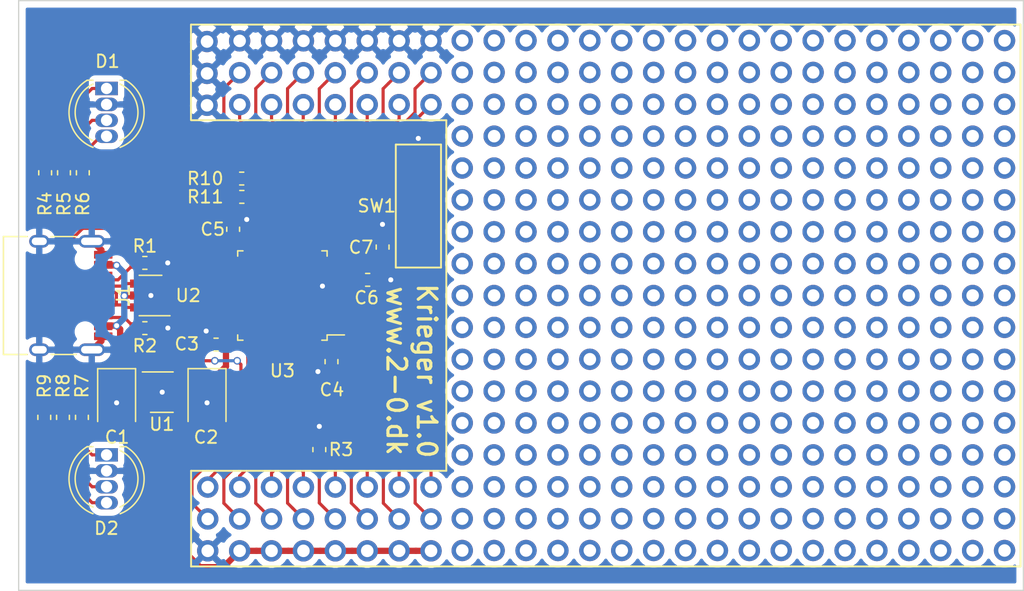
<source format=kicad_pcb>
(kicad_pcb (version 20171130) (host pcbnew 5.1.8-db9833491~87~ubuntu20.04.1)

  (general
    (thickness 1.6)
    (drawings 5)
    (tracks 383)
    (zones 0)
    (modules 26)
    (nets 51)
  )

  (page A4)
  (title_block
    (title Krieger)
    (date 2018-09-09)
    (rev v1.0)
    (company www.2-0.dk)
  )

  (layers
    (0 F.Cu signal)
    (31 B.Cu signal)
    (32 B.Adhes user)
    (33 F.Adhes user)
    (34 B.Paste user)
    (35 F.Paste user)
    (36 B.SilkS user)
    (37 F.SilkS user)
    (38 B.Mask user)
    (39 F.Mask user)
    (40 Dwgs.User user)
    (41 Cmts.User user)
    (42 Eco1.User user)
    (43 Eco2.User user)
    (44 Edge.Cuts user)
    (45 Margin user)
    (46 B.CrtYd user)
    (47 F.CrtYd user)
    (48 B.Fab user hide)
    (49 F.Fab user hide)
  )

  (setup
    (last_trace_width 0.25)
    (trace_clearance 0.2)
    (zone_clearance 0.508)
    (zone_45_only no)
    (trace_min 0.2)
    (via_size 0.8)
    (via_drill 0.4)
    (via_min_size 0.4)
    (via_min_drill 0.3)
    (uvia_size 0.3)
    (uvia_drill 0.1)
    (uvias_allowed no)
    (uvia_min_size 0.2)
    (uvia_min_drill 0.1)
    (edge_width 0.1)
    (segment_width 0.2)
    (pcb_text_width 0.3)
    (pcb_text_size 1.5 1.5)
    (mod_edge_width 0.15)
    (mod_text_size 1 1)
    (mod_text_width 0.15)
    (pad_size 1.325 2.35)
    (pad_drill 0)
    (pad_to_mask_clearance 0)
    (aux_axis_origin 0 0)
    (visible_elements FFFFFF7F)
    (pcbplotparams
      (layerselection 0x010fc_ffffffff)
      (usegerberextensions false)
      (usegerberattributes false)
      (usegerberadvancedattributes false)
      (creategerberjobfile false)
      (excludeedgelayer true)
      (linewidth 0.100000)
      (plotframeref false)
      (viasonmask false)
      (mode 1)
      (useauxorigin false)
      (hpglpennumber 1)
      (hpglpenspeed 20)
      (hpglpendiameter 15.000000)
      (psnegative false)
      (psa4output false)
      (plotreference true)
      (plotvalue true)
      (plotinvisibletext false)
      (padsonsilk false)
      (subtractmaskfromsilk false)
      (outputformat 1)
      (mirror false)
      (drillshape 0)
      (scaleselection 1)
      (outputdirectory "plots"))
  )

  (net 0 "")
  (net 1 GND)
  (net 2 vusb)
  (net 3 +3V3)
  (net 4 "Net-(D1-Pad1)")
  (net 5 "Net-(D2-Pad1)")
  (net 6 "Net-(J1-PadB5)")
  (net 7 usb_dp)
  (net 8 usb_dm)
  (net 9 "Net-(J1-PadA5)")
  (net 10 led1_red)
  (net 11 led1_green)
  (net 12 led2_red)
  (net 13 led2_green)
  (net 14 "Net-(D1-Pad4)")
  (net 15 "Net-(D1-Pad3)")
  (net 16 "Net-(D2-Pad3)")
  (net 17 "Net-(D2-Pad4)")
  (net 18 led1_blue)
  (net 19 led2_blue)
  (net 20 spi_sck)
  (net 21 spi_miso)
  (net 22 spi_mosi)
  (net 23 pa0)
  (net 24 pa1)
  (net 25 pa4)
  (net 26 pb0)
  (net 27 pb1)
  (net 28 pb2)
  (net 29 pb12)
  (net 30 pc13)
  (net 31 pc14)
  (net 32 pc15)
  (net 33 pf0)
  (net 34 pf1)
  (net 35 pb8)
  (net 36 pb9)
  (net 37 swdio)
  (net 38 swclk)
  (net 39 pa15)
  (net 40 uart_tx)
  (net 41 uart_rx)
  (net 42 pb7)
  (net 43 pb3)
  (net 44 pb4)
  (net 45 boot0)
  (net 46 i2c_scl)
  (net 47 i2c_sda)
  (net 48 pb5)
  (net 49 pb6)
  (net 50 nrst)

  (net_class Default "This is the default net class."
    (clearance 0.2)
    (trace_width 0.25)
    (via_dia 0.8)
    (via_drill 0.4)
    (uvia_dia 0.3)
    (uvia_drill 0.1)
    (add_net +3V3)
    (add_net GND)
    (add_net "Net-(D1-Pad1)")
    (add_net "Net-(D1-Pad3)")
    (add_net "Net-(D1-Pad4)")
    (add_net "Net-(D2-Pad1)")
    (add_net "Net-(D2-Pad3)")
    (add_net "Net-(D2-Pad4)")
    (add_net "Net-(J1-PadA5)")
    (add_net "Net-(J1-PadB5)")
    (add_net boot0)
    (add_net i2c_scl)
    (add_net i2c_sda)
    (add_net led1_blue)
    (add_net led1_green)
    (add_net led1_red)
    (add_net led2_blue)
    (add_net led2_green)
    (add_net led2_red)
    (add_net nrst)
    (add_net pa0)
    (add_net pa1)
    (add_net pa15)
    (add_net pa4)
    (add_net pb0)
    (add_net pb1)
    (add_net pb12)
    (add_net pb2)
    (add_net pb3)
    (add_net pb4)
    (add_net pb5)
    (add_net pb6)
    (add_net pb7)
    (add_net pb8)
    (add_net pb9)
    (add_net pc13)
    (add_net pc14)
    (add_net pc15)
    (add_net pf0)
    (add_net pf1)
    (add_net spi_miso)
    (add_net spi_mosi)
    (add_net spi_sck)
    (add_net swclk)
    (add_net swdio)
    (add_net uart_rx)
    (add_net uart_tx)
    (add_net usb_dm)
    (add_net usb_dp)
    (add_net vusb)
  )

  (module krieger:proto-area (layer F.Cu) (tedit 5FAA3E2E) (tstamp 5FAAD8FB)
    (at 180.72 113.5 90)
    (path /5B673B54/5FAE26B8)
    (fp_text reference U4 (at -6.03 -27.59 270) (layer F.SilkS) hide
      (effects (font (size 1 1) (thickness 0.15)))
    )
    (fp_text value proto-area (at 0 -21.59 90) (layer F.Fab)
      (effects (font (size 1 1) (thickness 0.15)))
    )
    (fp_line (start -13.97 -26.67) (end 13.97 -26.67) (layer F.SilkS) (width 0.15))
    (fp_line (start 21.59 -46.99) (end 21.59 19.05) (layer F.SilkS) (width 0.15))
    (fp_line (start 21.59 19.05) (end -21.59 19.05) (layer F.SilkS) (width 0.15))
    (fp_line (start -21.59 19.05) (end -21.59 -46.99) (layer F.SilkS) (width 0.15))
    (fp_line (start 21.59 -47) (end 14 -47) (layer F.SilkS) (width 0.15))
    (fp_line (start 13.97 -46.99) (end 13.97 -26.67) (layer F.SilkS) (width 0.15))
    (fp_line (start -13.97 -26.67) (end -13.97 -46.99) (layer F.SilkS) (width 0.15))
    (fp_line (start -13.97 -46.99) (end -21.59 -46.99) (layer F.SilkS) (width 0.15))
    (fp_line (start -21.717 -47.117) (end -21.717 19.177) (layer F.CrtYd) (width 0.15))
    (fp_line (start -21.717 19.177) (end 21.717 19.177) (layer F.CrtYd) (width 0.15))
    (fp_line (start 21.717 19.177) (end 21.717 -47.117) (layer F.CrtYd) (width 0.15))
    (fp_line (start 21.717 -47.117) (end 13.843 -47.117) (layer F.CrtYd) (width 0.15))
    (fp_line (start 13.843 -47.117) (end 13.843 -26.797) (layer F.CrtYd) (width 0.15))
    (fp_line (start 13.843 -26.797) (end -13.843 -26.797) (layer F.CrtYd) (width 0.15))
    (fp_line (start -13.843 -26.797) (end -13.843 -47.117) (layer F.CrtYd) (width 0.15))
    (fp_line (start -13.843 -47.117) (end -21.717 -47.117) (layer F.CrtYd) (width 0.15))
    (pad "" thru_hole circle (at 20.32 -25.4 270) (size 1.7 1.7) (drill 1) (layers *.Cu *.Mask))
    (pad "" thru_hole circle (at 17.78 -25.4 270) (size 1.7 1.7) (drill 1) (layers *.Cu *.Mask))
    (pad "" thru_hole circle (at 15.24 -25.4 270) (size 1.7 1.7) (drill 1) (layers *.Cu *.Mask))
    (pad "" thru_hole circle (at 12.7 -25.4 270) (size 1.7 1.7) (drill 1) (layers *.Cu *.Mask))
    (pad "" thru_hole circle (at 10.16 -25.4 270) (size 1.7 1.7) (drill 1) (layers *.Cu *.Mask))
    (pad "" thru_hole circle (at 7.62 -25.4 270) (size 1.7 1.7) (drill 1) (layers *.Cu *.Mask))
    (pad "" thru_hole circle (at 5.08 -25.4 270) (size 1.7 1.7) (drill 1) (layers *.Cu *.Mask))
    (pad "" thru_hole circle (at 2.54 -25.4 270) (size 1.7 1.7) (drill 1) (layers *.Cu *.Mask))
    (pad "" thru_hole circle (at 0 -25.4 270) (size 1.7 1.7) (drill 1) (layers *.Cu *.Mask))
    (pad "" thru_hole circle (at -2.54 -25.4 270) (size 1.7 1.7) (drill 1) (layers *.Cu *.Mask))
    (pad "" thru_hole circle (at -5.08 -25.4 270) (size 1.7 1.7) (drill 1) (layers *.Cu *.Mask))
    (pad "" thru_hole circle (at -7.62 -25.4 270) (size 1.7 1.7) (drill 1) (layers *.Cu *.Mask))
    (pad "" thru_hole circle (at -10.16 -25.4 270) (size 1.7 1.7) (drill 1) (layers *.Cu *.Mask))
    (pad "" thru_hole circle (at -12.7 -25.4 270) (size 1.7 1.7) (drill 1) (layers *.Cu *.Mask))
    (pad "" thru_hole circle (at -15.24 -25.4 270) (size 1.7 1.7) (drill 1) (layers *.Cu *.Mask))
    (pad "" thru_hole circle (at -17.78 -25.4 270) (size 1.7 1.7) (drill 1) (layers *.Cu *.Mask))
    (pad "" thru_hole circle (at 2.54 -17.78 90) (size 1.7 1.7) (drill 1) (layers *.Cu *.Mask))
    (pad "" thru_hole circle (at 2.54 -15.24 90) (size 1.7 1.7) (drill 1) (layers *.Cu *.Mask))
    (pad "" thru_hole circle (at 2.54 -12.7 90) (size 1.7 1.7) (drill 1) (layers *.Cu *.Mask))
    (pad "" thru_hole circle (at 2.54 -10.16 90) (size 1.7 1.7) (drill 1) (layers *.Cu *.Mask))
    (pad "" thru_hole circle (at 2.54 -7.62 90) (size 1.7 1.7) (drill 1) (layers *.Cu *.Mask))
    (pad "" thru_hole circle (at 2.54 -5.08 90) (size 1.7 1.7) (drill 1) (layers *.Cu *.Mask))
    (pad "" thru_hole circle (at 2.54 -2.54 90) (size 1.7 1.7) (drill 1) (layers *.Cu *.Mask))
    (pad "" thru_hole circle (at 2.54 0 90) (size 1.7 1.7) (drill 1) (layers *.Cu *.Mask))
    (pad "" thru_hole circle (at 2.54 2.54 90) (size 1.7 1.7) (drill 1) (layers *.Cu *.Mask))
    (pad "" thru_hole circle (at 2.54 5.08 90) (size 1.7 1.7) (drill 1) (layers *.Cu *.Mask))
    (pad "" thru_hole circle (at 2.54 7.62 90) (size 1.7 1.7) (drill 1) (layers *.Cu *.Mask))
    (pad "" thru_hole circle (at 0 10.16 90) (size 1.7 1.7) (drill 1) (layers *.Cu *.Mask))
    (pad "" thru_hole circle (at -15.24 5.08 90) (size 1.7 1.7) (drill 1) (layers *.Cu *.Mask))
    (pad "" thru_hole circle (at -20.32 -25.4 270) (size 1.7 1.7) (drill 1) (layers *.Cu *.Mask))
    (pad "" thru_hole circle (at -17.78 -17.78 90) (size 1.7 1.7) (drill 1) (layers *.Cu *.Mask))
    (pad "" thru_hole circle (at -20.32 -17.78 90) (size 1.7 1.7) (drill 1) (layers *.Cu *.Mask))
    (pad "" thru_hole circle (at 15.24 -17.78 90) (size 1.7 1.7) (drill 1) (layers *.Cu *.Mask))
    (pad "" thru_hole circle (at 12.7 -17.78 90) (size 1.7 1.7) (drill 1) (layers *.Cu *.Mask))
    (pad "" thru_hole circle (at 10.16 -17.78 90) (size 1.7 1.7) (drill 1) (layers *.Cu *.Mask))
    (pad "" thru_hole circle (at 7.62 -17.78 90) (size 1.7 1.7) (drill 1) (layers *.Cu *.Mask))
    (pad "" thru_hole circle (at 5.08 -17.78 90) (size 1.7 1.7) (drill 1) (layers *.Cu *.Mask))
    (pad "" thru_hole circle (at 5.08 -15.24 90) (size 1.7 1.7) (drill 1) (layers *.Cu *.Mask))
    (pad "" thru_hole circle (at 7.62 -15.24 90) (size 1.7 1.7) (drill 1) (layers *.Cu *.Mask))
    (pad "" thru_hole circle (at 10.16 -15.24 90) (size 1.7 1.7) (drill 1) (layers *.Cu *.Mask))
    (pad "" thru_hole circle (at 12.7 -15.24 90) (size 1.7 1.7) (drill 1) (layers *.Cu *.Mask))
    (pad "" thru_hole circle (at 15.24 -15.24 90) (size 1.7 1.7) (drill 1) (layers *.Cu *.Mask))
    (pad "" thru_hole circle (at -20.32 -15.24 90) (size 1.7 1.7) (drill 1) (layers *.Cu *.Mask))
    (pad "" thru_hole circle (at -17.78 -15.24 90) (size 1.7 1.7) (drill 1) (layers *.Cu *.Mask))
    (pad "" thru_hole circle (at -17.78 -12.7 90) (size 1.7 1.7) (drill 1) (layers *.Cu *.Mask))
    (pad "" thru_hole circle (at -20.32 -12.7 90) (size 1.7 1.7) (drill 1) (layers *.Cu *.Mask))
    (pad "" thru_hole circle (at 15.24 -12.7 90) (size 1.7 1.7) (drill 1) (layers *.Cu *.Mask))
    (pad "" thru_hole circle (at 10.16 -12.7 90) (size 1.7 1.7) (drill 1) (layers *.Cu *.Mask))
    (pad "" thru_hole circle (at 12.7 -12.7 90) (size 1.7 1.7) (drill 1) (layers *.Cu *.Mask))
    (pad "" thru_hole circle (at 7.62 -12.7 90) (size 1.7 1.7) (drill 1) (layers *.Cu *.Mask))
    (pad "" thru_hole circle (at 5.08 -12.7 90) (size 1.7 1.7) (drill 1) (layers *.Cu *.Mask))
    (pad "" thru_hole circle (at 5.08 -10.16 90) (size 1.7 1.7) (drill 1) (layers *.Cu *.Mask))
    (pad "" thru_hole circle (at 7.62 -10.16 90) (size 1.7 1.7) (drill 1) (layers *.Cu *.Mask))
    (pad "" thru_hole circle (at 10.16 -10.16 90) (size 1.7 1.7) (drill 1) (layers *.Cu *.Mask))
    (pad "" thru_hole circle (at 12.7 -10.16 90) (size 1.7 1.7) (drill 1) (layers *.Cu *.Mask))
    (pad "" thru_hole circle (at 15.24 -10.16 90) (size 1.7 1.7) (drill 1) (layers *.Cu *.Mask))
    (pad "" thru_hole circle (at -20.32 -10.16 90) (size 1.7 1.7) (drill 1) (layers *.Cu *.Mask))
    (pad "" thru_hole circle (at -17.78 -10.16 90) (size 1.7 1.7) (drill 1) (layers *.Cu *.Mask))
    (pad "" thru_hole circle (at -17.78 -7.62 90) (size 1.7 1.7) (drill 1) (layers *.Cu *.Mask))
    (pad "" thru_hole circle (at -20.32 -7.62 90) (size 1.7 1.7) (drill 1) (layers *.Cu *.Mask))
    (pad "" thru_hole circle (at 15.24 -7.62 90) (size 1.7 1.7) (drill 1) (layers *.Cu *.Mask))
    (pad "" thru_hole circle (at 12.7 -7.62 90) (size 1.7 1.7) (drill 1) (layers *.Cu *.Mask))
    (pad "" thru_hole circle (at 10.16 -7.62 90) (size 1.7 1.7) (drill 1) (layers *.Cu *.Mask))
    (pad "" thru_hole circle (at 7.62 -7.62 90) (size 1.7 1.7) (drill 1) (layers *.Cu *.Mask))
    (pad "" thru_hole circle (at 5.08 -7.62 90) (size 1.7 1.7) (drill 1) (layers *.Cu *.Mask))
    (pad "" thru_hole circle (at 7.62 -5.08 90) (size 1.7 1.7) (drill 1) (layers *.Cu *.Mask))
    (pad "" thru_hole circle (at 10.16 -5.08 90) (size 1.7 1.7) (drill 1) (layers *.Cu *.Mask))
    (pad "" thru_hole circle (at 12.7 -5.08 90) (size 1.7 1.7) (drill 1) (layers *.Cu *.Mask))
    (pad "" thru_hole circle (at 15.24 -5.08 90) (size 1.7 1.7) (drill 1) (layers *.Cu *.Mask))
    (pad "" thru_hole circle (at -20.32 -5.08 90) (size 1.7 1.7) (drill 1) (layers *.Cu *.Mask))
    (pad "" thru_hole circle (at -17.78 -5.08 90) (size 1.7 1.7) (drill 1) (layers *.Cu *.Mask))
    (pad "" thru_hole circle (at -17.78 -2.54 90) (size 1.7 1.7) (drill 1) (layers *.Cu *.Mask))
    (pad "" thru_hole circle (at -20.32 -2.54 90) (size 1.7 1.7) (drill 1) (layers *.Cu *.Mask))
    (pad "" thru_hole circle (at 15.24 -2.54 90) (size 1.7 1.7) (drill 1) (layers *.Cu *.Mask))
    (pad "" thru_hole circle (at 12.7 -2.54 90) (size 1.7 1.7) (drill 1) (layers *.Cu *.Mask))
    (pad "" thru_hole circle (at 10.16 -2.54 90) (size 1.7 1.7) (drill 1) (layers *.Cu *.Mask))
    (pad "" thru_hole circle (at 7.62 -2.54 90) (size 1.7 1.7) (drill 1) (layers *.Cu *.Mask))
    (pad "" thru_hole circle (at 5.08 -2.54 90) (size 1.7 1.7) (drill 1) (layers *.Cu *.Mask))
    (pad "" thru_hole circle (at 5.08 -5.08 90) (size 1.7 1.7) (drill 1) (layers *.Cu *.Mask))
    (pad "" thru_hole circle (at 5.08 0 90) (size 1.7 1.7) (drill 1) (layers *.Cu *.Mask))
    (pad "" thru_hole circle (at 7.62 0 90) (size 1.7 1.7) (drill 1) (layers *.Cu *.Mask))
    (pad "" thru_hole circle (at 10.16 0 90) (size 1.7 1.7) (drill 1) (layers *.Cu *.Mask))
    (pad "" thru_hole circle (at 12.7 0 90) (size 1.7 1.7) (drill 1) (layers *.Cu *.Mask))
    (pad "" thru_hole circle (at 15.24 0 90) (size 1.7 1.7) (drill 1) (layers *.Cu *.Mask))
    (pad "" thru_hole circle (at -20.32 0 90) (size 1.7 1.7) (drill 1) (layers *.Cu *.Mask))
    (pad "" thru_hole circle (at -17.78 0 90) (size 1.7 1.7) (drill 1) (layers *.Cu *.Mask))
    (pad "" thru_hole circle (at -17.78 2.54 90) (size 1.7 1.7) (drill 1) (layers *.Cu *.Mask))
    (pad "" thru_hole circle (at -20.32 2.54 90) (size 1.7 1.7) (drill 1) (layers *.Cu *.Mask))
    (pad "" thru_hole circle (at 15.24 2.54 90) (size 1.7 1.7) (drill 1) (layers *.Cu *.Mask))
    (pad "" thru_hole circle (at 12.7 2.54 90) (size 1.7 1.7) (drill 1) (layers *.Cu *.Mask))
    (pad "" thru_hole circle (at 10.16 2.54 90) (size 1.7 1.7) (drill 1) (layers *.Cu *.Mask))
    (pad "" thru_hole circle (at 7.62 2.54 90) (size 1.7 1.7) (drill 1) (layers *.Cu *.Mask))
    (pad "" thru_hole circle (at 5.08 2.54 90) (size 1.7 1.7) (drill 1) (layers *.Cu *.Mask))
    (pad "" thru_hole circle (at 5.08 5.08 90) (size 1.7 1.7) (drill 1) (layers *.Cu *.Mask))
    (pad "" thru_hole circle (at 7.62 5.08 90) (size 1.7 1.7) (drill 1) (layers *.Cu *.Mask))
    (pad "" thru_hole circle (at 10.16 5.08 90) (size 1.7 1.7) (drill 1) (layers *.Cu *.Mask))
    (pad "" thru_hole circle (at 12.7 5.08 90) (size 1.7 1.7) (drill 1) (layers *.Cu *.Mask))
    (pad "" thru_hole circle (at 12.7 7.62 90) (size 1.7 1.7) (drill 1) (layers *.Cu *.Mask))
    (pad "" thru_hole circle (at 10.16 7.62 90) (size 1.7 1.7) (drill 1) (layers *.Cu *.Mask))
    (pad "" thru_hole circle (at 7.62 7.62 90) (size 1.7 1.7) (drill 1) (layers *.Cu *.Mask))
    (pad "" thru_hole circle (at 5.08 7.62 90) (size 1.7 1.7) (drill 1) (layers *.Cu *.Mask))
    (pad "" thru_hole circle (at 2.54 10.16 90) (size 1.7 1.7) (drill 1) (layers *.Cu *.Mask))
    (pad "" thru_hole circle (at 5.08 10.16 90) (size 1.7 1.7) (drill 1) (layers *.Cu *.Mask))
    (pad "" thru_hole circle (at 7.62 10.16 90) (size 1.7 1.7) (drill 1) (layers *.Cu *.Mask))
    (pad "" thru_hole circle (at 10.16 10.16 90) (size 1.7 1.7) (drill 1) (layers *.Cu *.Mask))
    (pad "" thru_hole circle (at 12.7 10.16 90) (size 1.7 1.7) (drill 1) (layers *.Cu *.Mask))
    (pad "" thru_hole circle (at -12.7 10.16 90) (size 1.7 1.7) (drill 1) (layers *.Cu *.Mask))
    (pad "" thru_hole circle (at -10.16 7.62 90) (size 1.7 1.7) (drill 1) (layers *.Cu *.Mask))
    (pad "" thru_hole circle (at -10.16 5.08 90) (size 1.7 1.7) (drill 1) (layers *.Cu *.Mask))
    (pad "" thru_hole circle (at -12.7 5.08 90) (size 1.7 1.7) (drill 1) (layers *.Cu *.Mask))
    (pad "" thru_hole circle (at 0 -17.78 90) (size 1.7 1.7) (drill 1) (layers *.Cu *.Mask))
    (pad "" thru_hole circle (at 0 -15.24 90) (size 1.7 1.7) (drill 1) (layers *.Cu *.Mask))
    (pad "" thru_hole circle (at 0 -12.7 90) (size 1.7 1.7) (drill 1) (layers *.Cu *.Mask))
    (pad "" thru_hole circle (at 0 -10.16 90) (size 1.7 1.7) (drill 1) (layers *.Cu *.Mask))
    (pad "" thru_hole circle (at 0 -7.62 90) (size 1.7 1.7) (drill 1) (layers *.Cu *.Mask))
    (pad "" thru_hole circle (at 0 -5.08 90) (size 1.7 1.7) (drill 1) (layers *.Cu *.Mask))
    (pad "" thru_hole circle (at 0 -2.54 90) (size 1.7 1.7) (drill 1) (layers *.Cu *.Mask))
    (pad "" thru_hole circle (at 0 0 90) (size 1.7 1.7) (drill 1) (layers *.Cu *.Mask))
    (pad "" thru_hole circle (at 0 2.54 90) (size 1.7 1.7) (drill 1) (layers *.Cu *.Mask))
    (pad "" thru_hole circle (at 0 5.08 90) (size 1.7 1.7) (drill 1) (layers *.Cu *.Mask))
    (pad "" thru_hole circle (at 0 7.62 90) (size 1.7 1.7) (drill 1) (layers *.Cu *.Mask))
    (pad "" thru_hole circle (at -2.54 10.16 90) (size 1.7 1.7) (drill 1) (layers *.Cu *.Mask))
    (pad "" thru_hole circle (at -5.08 10.16 90) (size 1.7 1.7) (drill 1) (layers *.Cu *.Mask))
    (pad "" thru_hole circle (at -7.62 10.16 90) (size 1.7 1.7) (drill 1) (layers *.Cu *.Mask))
    (pad "" thru_hole circle (at -10.16 10.16 90) (size 1.7 1.7) (drill 1) (layers *.Cu *.Mask))
    (pad "" thru_hole circle (at -7.62 7.62 90) (size 1.7 1.7) (drill 1) (layers *.Cu *.Mask))
    (pad "" thru_hole circle (at -7.62 5.08 90) (size 1.7 1.7) (drill 1) (layers *.Cu *.Mask))
    (pad "" thru_hole circle (at -7.62 2.54 90) (size 1.7 1.7) (drill 1) (layers *.Cu *.Mask))
    (pad "" thru_hole circle (at -10.16 2.54 90) (size 1.7 1.7) (drill 1) (layers *.Cu *.Mask))
    (pad "" thru_hole circle (at -12.7 2.54 90) (size 1.7 1.7) (drill 1) (layers *.Cu *.Mask))
    (pad "" thru_hole circle (at -15.24 2.54 90) (size 1.7 1.7) (drill 1) (layers *.Cu *.Mask))
    (pad "" thru_hole circle (at -2.54 -17.78 90) (size 1.7 1.7) (drill 1) (layers *.Cu *.Mask))
    (pad "" thru_hole circle (at -2.54 -15.24 90) (size 1.7 1.7) (drill 1) (layers *.Cu *.Mask))
    (pad "" thru_hole circle (at -2.54 -12.7 90) (size 1.7 1.7) (drill 1) (layers *.Cu *.Mask))
    (pad "" thru_hole circle (at -2.54 -10.16 90) (size 1.7 1.7) (drill 1) (layers *.Cu *.Mask))
    (pad "" thru_hole circle (at -2.54 -7.62 90) (size 1.7 1.7) (drill 1) (layers *.Cu *.Mask))
    (pad "" thru_hole circle (at -2.54 -5.08 90) (size 1.7 1.7) (drill 1) (layers *.Cu *.Mask))
    (pad "" thru_hole circle (at -2.54 -2.54 90) (size 1.7 1.7) (drill 1) (layers *.Cu *.Mask))
    (pad "" thru_hole circle (at -2.54 0 90) (size 1.7 1.7) (drill 1) (layers *.Cu *.Mask))
    (pad "" thru_hole circle (at -2.54 2.54 90) (size 1.7 1.7) (drill 1) (layers *.Cu *.Mask))
    (pad "" thru_hole circle (at -2.54 5.08 90) (size 1.7 1.7) (drill 1) (layers *.Cu *.Mask))
    (pad "" thru_hole circle (at -2.54 7.62 90) (size 1.7 1.7) (drill 1) (layers *.Cu *.Mask))
    (pad "" thru_hole circle (at -5.08 7.62 90) (size 1.7 1.7) (drill 1) (layers *.Cu *.Mask))
    (pad "" thru_hole circle (at -5.08 5.08 90) (size 1.7 1.7) (drill 1) (layers *.Cu *.Mask))
    (pad "" thru_hole circle (at -5.08 2.54 90) (size 1.7 1.7) (drill 1) (layers *.Cu *.Mask))
    (pad "" thru_hole circle (at -5.08 0 90) (size 1.7 1.7) (drill 1) (layers *.Cu *.Mask))
    (pad "" thru_hole circle (at -7.62 0 90) (size 1.7 1.7) (drill 1) (layers *.Cu *.Mask))
    (pad "" thru_hole circle (at -10.16 0 90) (size 1.7 1.7) (drill 1) (layers *.Cu *.Mask))
    (pad "" thru_hole circle (at -12.7 0 90) (size 1.7 1.7) (drill 1) (layers *.Cu *.Mask))
    (pad "" thru_hole circle (at -15.24 0 90) (size 1.7 1.7) (drill 1) (layers *.Cu *.Mask))
    (pad "" thru_hole circle (at -15.24 -2.54 90) (size 1.7 1.7) (drill 1) (layers *.Cu *.Mask))
    (pad "" thru_hole circle (at -15.24 -5.08 90) (size 1.7 1.7) (drill 1) (layers *.Cu *.Mask))
    (pad "" thru_hole circle (at -15.24 -7.62 90) (size 1.7 1.7) (drill 1) (layers *.Cu *.Mask))
    (pad "" thru_hole circle (at -15.24 -10.16 90) (size 1.7 1.7) (drill 1) (layers *.Cu *.Mask))
    (pad "" thru_hole circle (at -15.24 -12.7 90) (size 1.7 1.7) (drill 1) (layers *.Cu *.Mask))
    (pad "" thru_hole circle (at -15.24 -17.78 90) (size 1.7 1.7) (drill 1) (layers *.Cu *.Mask))
    (pad "" thru_hole circle (at -15.24 -15.24 90) (size 1.7 1.7) (drill 1) (layers *.Cu *.Mask))
    (pad "" thru_hole circle (at -7.62 -17.78 90) (size 1.7 1.7) (drill 1) (layers *.Cu *.Mask))
    (pad "" thru_hole circle (at -5.08 -17.78 90) (size 1.7 1.7) (drill 1) (layers *.Cu *.Mask))
    (pad "" thru_hole circle (at -5.08 -15.24 90) (size 1.7 1.7) (drill 1) (layers *.Cu *.Mask))
    (pad "" thru_hole circle (at -5.08 -12.7 90) (size 1.7 1.7) (drill 1) (layers *.Cu *.Mask))
    (pad "" thru_hole circle (at -5.08 -10.16 90) (size 1.7 1.7) (drill 1) (layers *.Cu *.Mask))
    (pad "" thru_hole circle (at -5.08 -7.62 90) (size 1.7 1.7) (drill 1) (layers *.Cu *.Mask))
    (pad "" thru_hole circle (at -5.08 -5.08 90) (size 1.7 1.7) (drill 1) (layers *.Cu *.Mask))
    (pad "" thru_hole circle (at -5.08 -2.54 90) (size 1.7 1.7) (drill 1) (layers *.Cu *.Mask))
    (pad "" thru_hole circle (at -7.62 -2.54 90) (size 1.7 1.7) (drill 1) (layers *.Cu *.Mask))
    (pad "" thru_hole circle (at -10.16 -2.54 90) (size 1.7 1.7) (drill 1) (layers *.Cu *.Mask))
    (pad "" thru_hole circle (at -12.7 -2.54 90) (size 1.7 1.7) (drill 1) (layers *.Cu *.Mask))
    (pad "" thru_hole circle (at -12.7 -5.08 90) (size 1.7 1.7) (drill 1) (layers *.Cu *.Mask))
    (pad "" thru_hole circle (at -12.7 -7.62 90) (size 1.7 1.7) (drill 1) (layers *.Cu *.Mask))
    (pad "" thru_hole circle (at -12.7 -10.16 90) (size 1.7 1.7) (drill 1) (layers *.Cu *.Mask))
    (pad "" thru_hole circle (at -12.7 -12.7 90) (size 1.7 1.7) (drill 1) (layers *.Cu *.Mask))
    (pad "" thru_hole circle (at -12.7 -15.24 90) (size 1.7 1.7) (drill 1) (layers *.Cu *.Mask))
    (pad "" thru_hole circle (at -12.7 -17.78 90) (size 1.7 1.7) (drill 1) (layers *.Cu *.Mask))
    (pad "" thru_hole circle (at -10.16 -17.78 90) (size 1.7 1.7) (drill 1) (layers *.Cu *.Mask))
    (pad "" thru_hole circle (at -10.16 -15.24 90) (size 1.7 1.7) (drill 1) (layers *.Cu *.Mask))
    (pad "" thru_hole circle (at -7.62 -15.24 90) (size 1.7 1.7) (drill 1) (layers *.Cu *.Mask))
    (pad "" thru_hole circle (at -7.62 -12.7 90) (size 1.7 1.7) (drill 1) (layers *.Cu *.Mask))
    (pad "" thru_hole circle (at -7.62 -10.16 90) (size 1.7 1.7) (drill 1) (layers *.Cu *.Mask))
    (pad "" thru_hole circle (at -7.62 -5.08 90) (size 1.7 1.7) (drill 1) (layers *.Cu *.Mask))
    (pad "" thru_hole circle (at -10.16 -5.08 90) (size 1.7 1.7) (drill 1) (layers *.Cu *.Mask))
    (pad "" thru_hole circle (at -10.16 -7.62 90) (size 1.7 1.7) (drill 1) (layers *.Cu *.Mask))
    (pad "" thru_hole circle (at -10.16 -10.16 90) (size 1.7 1.7) (drill 1) (layers *.Cu *.Mask))
    (pad "" thru_hole circle (at -10.16 -12.7 90) (size 1.7 1.7) (drill 1) (layers *.Cu *.Mask))
    (pad "" thru_hole circle (at -7.62 -7.62 90) (size 1.7 1.7) (drill 1) (layers *.Cu *.Mask))
    (pad "" thru_hole circle (at 15.24 10.16 90) (size 1.7 1.7) (drill 1) (layers *.Cu *.Mask))
    (pad "" thru_hole circle (at 15.24 7.62 90) (size 1.7 1.7) (drill 1) (layers *.Cu *.Mask))
    (pad "" thru_hole circle (at 15.24 5.08 90) (size 1.7 1.7) (drill 1) (layers *.Cu *.Mask))
    (pad "" thru_hole circle (at -15.24 10.16 90) (size 1.7 1.7) (drill 1) (layers *.Cu *.Mask))
    (pad "" thru_hole circle (at -15.24 7.62 90) (size 1.7 1.7) (drill 1) (layers *.Cu *.Mask))
    (pad "" thru_hole circle (at -12.7 7.62 90) (size 1.7 1.7) (drill 1) (layers *.Cu *.Mask))
    (pad "" thru_hole circle (at -17.78 5.08 90) (size 1.7 1.7) (drill 1) (layers *.Cu *.Mask))
    (pad "" thru_hole circle (at -20.32 5.08 90) (size 1.7 1.7) (drill 1) (layers *.Cu *.Mask))
    (pad "" thru_hole circle (at -2.54 -20.32 90) (size 1.7 1.7) (drill 1) (layers *.Cu *.Mask))
    (pad "" thru_hole circle (at 0 -20.32 90) (size 1.7 1.7) (drill 1) (layers *.Cu *.Mask))
    (pad "" thru_hole circle (at -5.08 -20.32 90) (size 1.7 1.7) (drill 1) (layers *.Cu *.Mask))
    (pad "" thru_hole circle (at -12.7 -20.32 90) (size 1.7 1.7) (drill 1) (layers *.Cu *.Mask))
    (pad "" thru_hole circle (at -10.16 -20.32 90) (size 1.7 1.7) (drill 1) (layers *.Cu *.Mask))
    (pad "" thru_hole circle (at -7.62 -20.32 90) (size 1.7 1.7) (drill 1) (layers *.Cu *.Mask))
    (pad "" thru_hole circle (at -15.24 -20.32 90) (size 1.7 1.7) (drill 1) (layers *.Cu *.Mask))
    (pad "" thru_hole circle (at 15.24 -20.32 90) (size 1.7 1.7) (drill 1) (layers *.Cu *.Mask))
    (pad "" thru_hole circle (at 12.7 -20.32 90) (size 1.7 1.7) (drill 1) (layers *.Cu *.Mask))
    (pad "" thru_hole circle (at 10.16 -20.32 90) (size 1.7 1.7) (drill 1) (layers *.Cu *.Mask))
    (pad "" thru_hole circle (at -17.78 -20.32 90) (size 1.7 1.7) (drill 1) (layers *.Cu *.Mask))
    (pad "" thru_hole circle (at 2.54 -20.32 90) (size 1.7 1.7) (drill 1) (layers *.Cu *.Mask))
    (pad "" thru_hole circle (at 7.62 -20.32 90) (size 1.7 1.7) (drill 1) (layers *.Cu *.Mask))
    (pad "" thru_hole circle (at 5.08 -20.32 90) (size 1.7 1.7) (drill 1) (layers *.Cu *.Mask))
    (pad "" thru_hole circle (at -20.32 -20.32 90) (size 1.7 1.7) (drill 1) (layers *.Cu *.Mask))
    (pad "" thru_hole circle (at 2.54 -22.86 90) (size 1.7 1.7) (drill 1) (layers *.Cu *.Mask))
    (pad "" thru_hole circle (at 5.08 -22.86 90) (size 1.7 1.7) (drill 1) (layers *.Cu *.Mask))
    (pad "" thru_hole circle (at -2.54 -22.86 90) (size 1.7 1.7) (drill 1) (layers *.Cu *.Mask))
    (pad "" thru_hole circle (at 0 -22.86 90) (size 1.7 1.7) (drill 1) (layers *.Cu *.Mask))
    (pad "" thru_hole circle (at 10.16 -22.86 90) (size 1.7 1.7) (drill 1) (layers *.Cu *.Mask))
    (pad "" thru_hole circle (at 7.62 -22.86 90) (size 1.7 1.7) (drill 1) (layers *.Cu *.Mask))
    (pad "" thru_hole circle (at 12.7 -22.86 90) (size 1.7 1.7) (drill 1) (layers *.Cu *.Mask))
    (pad "" thru_hole circle (at 15.24 -22.86 90) (size 1.7 1.7) (drill 1) (layers *.Cu *.Mask))
    (pad "" thru_hole circle (at -10.16 -22.86 90) (size 1.7 1.7) (drill 1) (layers *.Cu *.Mask))
    (pad "" thru_hole circle (at -7.62 -22.86 90) (size 1.7 1.7) (drill 1) (layers *.Cu *.Mask))
    (pad "" thru_hole circle (at -5.08 -22.86 90) (size 1.7 1.7) (drill 1) (layers *.Cu *.Mask))
    (pad "" thru_hole circle (at -15.24 -22.86 90) (size 1.7 1.7) (drill 1) (layers *.Cu *.Mask))
    (pad "" thru_hole circle (at -12.7 -22.86 90) (size 1.7 1.7) (drill 1) (layers *.Cu *.Mask))
    (pad "" thru_hole circle (at -20.32 -22.86 90) (size 1.7 1.7) (drill 1) (layers *.Cu *.Mask))
    (pad "" thru_hole circle (at 20.32 -12.7 90) (size 1.7 1.7) (drill 1) (layers *.Cu *.Mask))
    (pad "" thru_hole circle (at 17.78 -12.7 90) (size 1.7 1.7) (drill 1) (layers *.Cu *.Mask))
    (pad "" thru_hole circle (at 17.78 -10.16 90) (size 1.7 1.7) (drill 1) (layers *.Cu *.Mask))
    (pad "" thru_hole circle (at 17.78 -7.62 90) (size 1.7 1.7) (drill 1) (layers *.Cu *.Mask))
    (pad "" thru_hole circle (at 20.32 -7.62 90) (size 1.7 1.7) (drill 1) (layers *.Cu *.Mask))
    (pad "" thru_hole circle (at 20.32 -10.16 90) (size 1.7 1.7) (drill 1) (layers *.Cu *.Mask))
    (pad "" thru_hole circle (at 17.78 -5.08 90) (size 1.7 1.7) (drill 1) (layers *.Cu *.Mask))
    (pad "" thru_hole circle (at 20.32 -5.08 90) (size 1.7 1.7) (drill 1) (layers *.Cu *.Mask))
    (pad "" thru_hole circle (at 17.78 -2.54 90) (size 1.7 1.7) (drill 1) (layers *.Cu *.Mask))
    (pad "" thru_hole circle (at 20.32 -2.54 90) (size 1.7 1.7) (drill 1) (layers *.Cu *.Mask))
    (pad "" thru_hole circle (at 17.78 2.54 90) (size 1.7 1.7) (drill 1) (layers *.Cu *.Mask))
    (pad "" thru_hole circle (at 17.78 0 90) (size 1.7 1.7) (drill 1) (layers *.Cu *.Mask))
    (pad "" thru_hole circle (at 20.32 0 90) (size 1.7 1.7) (drill 1) (layers *.Cu *.Mask))
    (pad "" thru_hole circle (at 20.32 2.54 90) (size 1.7 1.7) (drill 1) (layers *.Cu *.Mask))
    (pad "" thru_hole circle (at 17.78 5.08 90) (size 1.7 1.7) (drill 1) (layers *.Cu *.Mask))
    (pad "" thru_hole circle (at 20.32 5.08 90) (size 1.7 1.7) (drill 1) (layers *.Cu *.Mask))
    (pad "" thru_hole circle (at 17.78 -20.32 90) (size 1.7 1.7) (drill 1) (layers *.Cu *.Mask))
    (pad "" thru_hole circle (at 20.32 -22.86 90) (size 1.7 1.7) (drill 1) (layers *.Cu *.Mask))
    (pad "" thru_hole circle (at -17.78 -22.86 90) (size 1.7 1.7) (drill 1) (layers *.Cu *.Mask))
    (pad "" thru_hole circle (at 20.32 -20.32 90) (size 1.7 1.7) (drill 1) (layers *.Cu *.Mask))
    (pad "" thru_hole circle (at 20.32 -17.78 90) (size 1.7 1.7) (drill 1) (layers *.Cu *.Mask))
    (pad "" thru_hole circle (at 20.32 -15.24 90) (size 1.7 1.7) (drill 1) (layers *.Cu *.Mask))
    (pad "" thru_hole circle (at 20.32 -15.24 90) (size 1.7 1.7) (drill 1) (layers *.Cu *.Mask))
    (pad "" thru_hole circle (at 17.78 -22.86 90) (size 1.7 1.7) (drill 1) (layers *.Cu *.Mask))
    (pad "" thru_hole circle (at 17.78 -17.78 90) (size 1.7 1.7) (drill 1) (layers *.Cu *.Mask))
    (pad "" thru_hole circle (at 17.78 -15.24 90) (size 1.7 1.7) (drill 1) (layers *.Cu *.Mask))
    (pad "" thru_hole circle (at -17.78 7.62 90) (size 1.7 1.7) (drill 1) (layers *.Cu *.Mask))
    (pad "" thru_hole circle (at -20.32 7.62 90) (size 1.7 1.7) (drill 1) (layers *.Cu *.Mask))
    (pad "" thru_hole circle (at -17.78 10.16 90) (size 1.7 1.7) (drill 1) (layers *.Cu *.Mask))
    (pad "" thru_hole circle (at -20.32 10.16 90) (size 1.7 1.7) (drill 1) (layers *.Cu *.Mask))
    (pad "" thru_hole circle (at 20.32 7.62 90) (size 1.7 1.7) (drill 1) (layers *.Cu *.Mask))
    (pad "" thru_hole circle (at 20.32 10.16 90) (size 1.7 1.7) (drill 1) (layers *.Cu *.Mask))
    (pad "" thru_hole circle (at 17.78 10.16 90) (size 1.7 1.7) (drill 1) (layers *.Cu *.Mask))
    (pad "" thru_hole circle (at 17.78 7.62 90) (size 1.7 1.7) (drill 1) (layers *.Cu *.Mask))
    (pad "" thru_hole circle (at 15.24 12.7 90) (size 1.7 1.7) (drill 1) (layers *.Cu *.Mask))
    (pad "" thru_hole circle (at 2.54 15.24 90) (size 1.7 1.7) (drill 1) (layers *.Cu *.Mask))
    (pad "" thru_hole circle (at 0 17.78 90) (size 1.7 1.7) (drill 1) (layers *.Cu *.Mask))
    (pad "" thru_hole circle (at 2.54 12.7 90) (size 1.7 1.7) (drill 1) (layers *.Cu *.Mask))
    (pad "" thru_hole circle (at -15.24 12.7 90) (size 1.7 1.7) (drill 1) (layers *.Cu *.Mask))
    (pad "" thru_hole circle (at -10.16 17.78 90) (size 1.7 1.7) (drill 1) (layers *.Cu *.Mask))
    (pad "" thru_hole circle (at -10.16 12.7 90) (size 1.7 1.7) (drill 1) (layers *.Cu *.Mask))
    (pad "" thru_hole circle (at 12.7 17.78 90) (size 1.7 1.7) (drill 1) (layers *.Cu *.Mask))
    (pad "" thru_hole circle (at -20.32 12.7 90) (size 1.7 1.7) (drill 1) (layers *.Cu *.Mask))
    (pad "" thru_hole circle (at -17.78 12.7 90) (size 1.7 1.7) (drill 1) (layers *.Cu *.Mask))
    (pad "" thru_hole circle (at 12.7 15.24 90) (size 1.7 1.7) (drill 1) (layers *.Cu *.Mask))
    (pad "" thru_hole circle (at -17.78 17.78 90) (size 1.7 1.7) (drill 1) (layers *.Cu *.Mask))
    (pad "" thru_hole circle (at -20.32 15.24 90) (size 1.7 1.7) (drill 1) (layers *.Cu *.Mask))
    (pad "" thru_hole circle (at -2.54 12.7 90) (size 1.7 1.7) (drill 1) (layers *.Cu *.Mask))
    (pad "" thru_hole circle (at 20.32 12.7 90) (size 1.7 1.7) (drill 1) (layers *.Cu *.Mask))
    (pad "" thru_hole circle (at 5.08 15.24 90) (size 1.7 1.7) (drill 1) (layers *.Cu *.Mask))
    (pad "" thru_hole circle (at -12.7 15.24 90) (size 1.7 1.7) (drill 1) (layers *.Cu *.Mask))
    (pad "" thru_hole circle (at -15.24 15.24 90) (size 1.7 1.7) (drill 1) (layers *.Cu *.Mask))
    (pad "" thru_hole circle (at 5.08 17.78 90) (size 1.7 1.7) (drill 1) (layers *.Cu *.Mask))
    (pad "" thru_hole circle (at -7.62 12.7 90) (size 1.7 1.7) (drill 1) (layers *.Cu *.Mask))
    (pad "" thru_hole circle (at -5.08 12.7 90) (size 1.7 1.7) (drill 1) (layers *.Cu *.Mask))
    (pad "" thru_hole circle (at 10.16 17.78 90) (size 1.7 1.7) (drill 1) (layers *.Cu *.Mask))
    (pad "" thru_hole circle (at -5.08 17.78 90) (size 1.7 1.7) (drill 1) (layers *.Cu *.Mask))
    (pad "" thru_hole circle (at -12.7 12.7 90) (size 1.7 1.7) (drill 1) (layers *.Cu *.Mask))
    (pad "" thru_hole circle (at -7.62 15.24 90) (size 1.7 1.7) (drill 1) (layers *.Cu *.Mask))
    (pad "" thru_hole circle (at -15.24 17.78 90) (size 1.7 1.7) (drill 1) (layers *.Cu *.Mask))
    (pad "" thru_hole circle (at -12.7 17.78 90) (size 1.7 1.7) (drill 1) (layers *.Cu *.Mask))
    (pad "" thru_hole circle (at -10.16 15.24 90) (size 1.7 1.7) (drill 1) (layers *.Cu *.Mask))
    (pad "" thru_hole circle (at 17.78 15.24 90) (size 1.7 1.7) (drill 1) (layers *.Cu *.Mask))
    (pad "" thru_hole circle (at 20.32 15.24 90) (size 1.7 1.7) (drill 1) (layers *.Cu *.Mask))
    (pad "" thru_hole circle (at -20.32 17.78 90) (size 1.7 1.7) (drill 1) (layers *.Cu *.Mask))
    (pad "" thru_hole circle (at 17.78 17.78 90) (size 1.7 1.7) (drill 1) (layers *.Cu *.Mask))
    (pad "" thru_hole circle (at 20.32 17.78 90) (size 1.7 1.7) (drill 1) (layers *.Cu *.Mask))
    (pad "" thru_hole circle (at 15.24 17.78 90) (size 1.7 1.7) (drill 1) (layers *.Cu *.Mask))
    (pad "" thru_hole circle (at 0 12.7 90) (size 1.7 1.7) (drill 1) (layers *.Cu *.Mask))
    (pad "" thru_hole circle (at 15.24 15.24 90) (size 1.7 1.7) (drill 1) (layers *.Cu *.Mask))
    (pad "" thru_hole circle (at 12.7 12.7 90) (size 1.7 1.7) (drill 1) (layers *.Cu *.Mask))
    (pad "" thru_hole circle (at 17.78 12.7 90) (size 1.7 1.7) (drill 1) (layers *.Cu *.Mask))
    (pad "" thru_hole circle (at 5.08 12.7 90) (size 1.7 1.7) (drill 1) (layers *.Cu *.Mask))
    (pad "" thru_hole circle (at -2.54 17.78 90) (size 1.7 1.7) (drill 1) (layers *.Cu *.Mask))
    (pad "" thru_hole circle (at 2.54 17.78 90) (size 1.7 1.7) (drill 1) (layers *.Cu *.Mask))
    (pad "" thru_hole circle (at 10.16 12.7 90) (size 1.7 1.7) (drill 1) (layers *.Cu *.Mask))
    (pad "" thru_hole circle (at 10.16 15.24 90) (size 1.7 1.7) (drill 1) (layers *.Cu *.Mask))
    (pad "" thru_hole circle (at 0 15.24 90) (size 1.7 1.7) (drill 1) (layers *.Cu *.Mask))
    (pad "" thru_hole circle (at -5.08 15.24 90) (size 1.7 1.7) (drill 1) (layers *.Cu *.Mask))
    (pad "" thru_hole circle (at -17.78 15.24 90) (size 1.7 1.7) (drill 1) (layers *.Cu *.Mask))
    (pad "" thru_hole circle (at 7.62 12.7 90) (size 1.7 1.7) (drill 1) (layers *.Cu *.Mask))
    (pad "" thru_hole circle (at -7.62 17.78 90) (size 1.7 1.7) (drill 1) (layers *.Cu *.Mask))
    (pad "" thru_hole circle (at 7.62 17.78 90) (size 1.7 1.7) (drill 1) (layers *.Cu *.Mask))
    (pad "" thru_hole circle (at 7.62 15.24 90) (size 1.7 1.7) (drill 1) (layers *.Cu *.Mask))
    (pad "" thru_hole circle (at -2.54 15.24 90) (size 1.7 1.7) (drill 1) (layers *.Cu *.Mask))
    (pad 6 thru_hole circle (at 17.753125 -40.584494 180) (size 1.7 1.7) (drill 1) (layers *.Cu *.Mask)
      (net 46 i2c_scl))
    (pad 1 thru_hole circle (at 20.293125 -40.584494 180) (size 1.7 1.7) (drill 1) (layers *.Cu *.Mask)
      (net 1 GND))
    (pad 13 thru_hole circle (at 15.213125 -30.424494 180) (size 1.7 1.7) (drill 1) (layers *.Cu *.Mask)
      (net 40 uart_tx))
    (pad 15 thru_hole circle (at 15.213125 -27.884494 180) (size 1.7 1.7) (drill 1) (layers *.Cu *.Mask)
      (net 23 pa0))
    (pad 8 thru_hole circle (at 17.753125 -38.044494 180) (size 1.7 1.7) (drill 1) (layers *.Cu *.Mask)
      (net 27 pb1))
    (pad 7 thru_hole circle (at 15.213125 -38.044494 180) (size 1.7 1.7) (drill 1) (layers *.Cu *.Mask)
      (net 26 pb0))
    (pad 12 thru_hole circle (at 17.753125 -32.964494 180) (size 1.7 1.7) (drill 1) (layers *.Cu *.Mask)
      (net 20 spi_sck))
    (pad 14 thru_hole circle (at 17.753125 -30.424494 180) (size 1.7 1.7) (drill 1) (layers *.Cu *.Mask)
      (net 41 uart_rx))
    (pad 1 thru_hole circle (at 20.293125 -35.504494 180) (size 1.7 1.7) (drill 1) (layers *.Cu *.Mask)
      (net 1 GND))
    (pad 10 thru_hole circle (at 17.753125 -35.504494 180) (size 1.7 1.7) (drill 1) (layers *.Cu *.Mask)
      (net 22 spi_mosi))
    (pad 1 thru_hole circle (at 20.293125 -32.964494 180) (size 1.7 1.7) (drill 1) (layers *.Cu *.Mask)
      (net 1 GND))
    (pad 5 thru_hole circle (at 15.213125 -40.584494 180) (size 1.7 1.7) (drill 1) (layers *.Cu *.Mask)
      (net 28 pb2))
    (pad 9 thru_hole circle (at 15.213125 -35.504494 180) (size 1.7 1.7) (drill 1) (layers *.Cu *.Mask)
      (net 21 spi_miso))
    (pad 11 thru_hole circle (at 15.213125 -32.964494 180) (size 1.7 1.7) (drill 1) (layers *.Cu *.Mask)
      (net 25 pa4))
    (pad 1 thru_hole circle (at 20.293125 -30.424494 180) (size 1.7 1.7) (drill 1) (layers *.Cu *.Mask)
      (net 1 GND))
    (pad 1 thru_hole circle (at 20.293125 -38.044494 180) (size 1.7 1.7) (drill 1) (layers *.Cu *.Mask)
      (net 1 GND))
    (pad 16 thru_hole circle (at 17.753125 -27.884494 180) (size 1.7 1.7) (drill 1) (layers *.Cu *.Mask)
      (net 24 pa1))
    (pad 1 thru_hole circle (at 20.293125 -27.884494 180) (size 1.7 1.7) (drill 1) (layers *.Cu *.Mask)
      (net 1 GND))
    (pad 4 thru_hole circle (at 17.753125 -43.124494 180) (size 1.7 1.7) (drill 1) (layers *.Cu *.Mask)
      (net 29 pb12))
    (pad 1 thru_hole circle (at 20.293125 -43.124494 180) (size 1.7 1.7) (drill 1) (layers *.Cu *.Mask)
      (net 1 GND))
    (pad 3 thru_hole circle (at 15.213125 -43.124494 180) (size 1.7 1.7) (drill 1) (layers *.Cu *.Mask)
      (net 47 i2c_sda))
    (pad 24 thru_hole circle (at -15.266875 -35.504494 180) (size 1.7 1.7) (drill 1) (layers *.Cu *.Mask)
      (net 35 pb8))
    (pad 20 thru_hole circle (at -15.266875 -30.424494 180) (size 1.7 1.7) (drill 1) (layers *.Cu *.Mask)
      (net 32 pc15))
    (pad 2 thru_hole circle (at -20.346875 -32.964494 180) (size 1.7 1.7) (drill 1) (layers *.Cu *.Mask)
      (net 3 +3V3))
    (pad 18 thru_hole circle (at -15.266875 -27.884494 180) (size 1.7 1.7) (drill 1) (layers *.Cu *.Mask)
      (net 34 pf1))
    (pad 21 thru_hole circle (at -17.806875 -32.964494 180) (size 1.7 1.7) (drill 1) (layers *.Cu *.Mask)
      (net 36 pb9))
    (pad 25 thru_hole circle (at -17.806875 -38.044494 180) (size 1.7 1.7) (drill 1) (layers *.Cu *.Mask)
      (net 49 pb6))
    (pad 2 thru_hole circle (at -20.346875 -30.424494 180) (size 1.7 1.7) (drill 1) (layers *.Cu *.Mask)
      (net 3 +3V3))
    (pad 22 thru_hole circle (at -15.266875 -32.964494 180) (size 1.7 1.7) (drill 1) (layers *.Cu *.Mask)
      (net 30 pc13))
    (pad 19 thru_hole circle (at -17.806875 -30.424494 180) (size 1.7 1.7) (drill 1) (layers *.Cu *.Mask)
      (net 31 pc14))
    (pad 2 thru_hole circle (at -20.346875 -35.504494 180) (size 1.7 1.7) (drill 1) (layers *.Cu *.Mask)
      (net 3 +3V3))
    (pad 23 thru_hole circle (at -17.806875 -35.504494 180) (size 1.7 1.7) (drill 1) (layers *.Cu *.Mask)
      (net 45 boot0))
    (pad 17 thru_hole circle (at -17.806875 -27.884494 180) (size 1.7 1.7) (drill 1) (layers *.Cu *.Mask)
      (net 33 pf0))
    (pad 2 thru_hole circle (at -20.346875 -38.044494 180) (size 1.7 1.7) (drill 1) (layers *.Cu *.Mask)
      (net 3 +3V3))
    (pad 2 thru_hole circle (at -20.346875 -27.884494 180) (size 1.7 1.7) (drill 1) (layers *.Cu *.Mask)
      (net 3 +3V3))
    (pad 26 thru_hole circle (at -15.266875 -38.044494 180) (size 1.7 1.7) (drill 1) (layers *.Cu *.Mask)
      (net 42 pb7))
    (pad 32 thru_hole circle (at -15.266875 -45.664494 180) (size 1.7 1.7) (drill 1) (layers *.Cu *.Mask)
      (net 38 swclk))
    (pad 1 thru_hole circle (at -20.346875 -45.664494 180) (size 1.7 1.7) (drill 1) (layers *.Cu *.Mask)
      (net 1 GND))
    (pad 29 thru_hole circle (at -17.806875 -43.124494 180) (size 1.7 1.7) (drill 1) (layers *.Cu *.Mask)
      (net 39 pa15))
    (pad 2 thru_hole circle (at -20.346875 -43.124494 180) (size 1.7 1.7) (drill 1) (layers *.Cu *.Mask)
      (net 3 +3V3))
    (pad 28 thru_hole circle (at -15.266875 -40.584494 180) (size 1.7 1.7) (drill 1) (layers *.Cu *.Mask)
      (net 48 pb5))
    (pad 31 thru_hole circle (at -17.806875 -45.664494 180) (size 1.7 1.7) (drill 1) (layers *.Cu *.Mask)
      (net 37 swdio))
    (pad 27 thru_hole circle (at -17.806875 -40.584494 180) (size 1.7 1.7) (drill 1) (layers *.Cu *.Mask)
      (net 44 pb4))
    (pad 2 thru_hole circle (at -20.346875 -40.584494 180) (size 1.7 1.7) (drill 1) (layers *.Cu *.Mask)
      (net 3 +3V3))
    (pad 30 thru_hole circle (at -15.266875 -43.124494 180) (size 1.7 1.7) (drill 1) (layers *.Cu *.Mask)
      (net 43 pb3))
    (pad 1 thru_hole circle (at 17.699375 -45.72 180) (size 1.7 1.7) (drill 1) (layers *.Cu *.Mask)
      (net 1 GND))
    (pad 1 thru_hole circle (at 15.159375 -45.72 180) (size 1.7 1.7) (drill 1) (layers *.Cu *.Mask)
      (net 1 GND))
    (pad 1 thru_hole circle (at 20.239375 -45.72 180) (size 1.7 1.7) (drill 1) (layers *.Cu *.Mask)
      (net 1 GND))
  )

  (module krieger:TACT-SWITCH (layer F.Cu) (tedit 5FAA3E45) (tstamp 5FAAD8EE)
    (at 151.83 106.37 90)
    (path /5B673B54/5FB04827)
    (fp_text reference SW1 (at 0.01 -3.32 180) (layer F.SilkS)
      (effects (font (size 1 1) (thickness 0.15)))
    )
    (fp_text value Reset (at 0 -2.5 90) (layer F.Fab)
      (effects (font (size 1 1) (thickness 0.15)))
    )
    (fp_line (start 4.9 1.8) (end -4.9 1.8) (layer F.SilkS) (width 0.15))
    (fp_line (start -4.9 -1.8) (end 4.9 -1.8) (layer F.SilkS) (width 0.15))
    (fp_line (start -4.9 1.8) (end -4.9 -1.8) (layer F.SilkS) (width 0.15))
    (fp_line (start 4.9 -1.8) (end 4.9 1.8) (layer F.SilkS) (width 0.15))
    (fp_line (start -4.953 -1.905) (end 4.953 -1.905) (layer F.CrtYd) (width 0.15))
    (fp_line (start 4.953 -1.905) (end 4.953 1.905) (layer F.CrtYd) (width 0.15))
    (fp_line (start 4.953 1.905) (end -4.953 1.905) (layer F.CrtYd) (width 0.15))
    (fp_line (start -4.953 1.905) (end -4.953 -1.905) (layer F.CrtYd) (width 0.15))
    (pad 1 smd rect (at -4 0 90) (size 1.5 2) (layers F.Cu F.Paste F.Mask)
      (net 50 nrst))
    (pad 2 smd rect (at 4 0 90) (size 1.5 2) (layers F.Cu F.Paste F.Mask)
      (net 1 GND))
  )

  (module krieger:USB_C_Receptacle_HRO_TYPE-C-31-M-12 (layer F.Cu) (tedit 5FA9BA4E) (tstamp 5FAAD8C7)
    (at 122.69 113.5 270)
    (descr "USB Type-C receptacle for USB 2.0 and PD, http://www.krhro.com/uploads/soft/180320/1-1P320120243.pdf")
    (tags "usb usb-c 2.0 pd")
    (path /5B673A47/5FAB3238)
    (attr smd)
    (fp_text reference J1 (at 0 -5.645 90) (layer F.SilkS)
      (effects (font (size 1 1) (thickness 0.15)))
    )
    (fp_text value USB-C (at 0 5.1 90) (layer F.Fab)
      (effects (font (size 1 1) (thickness 0.15)))
    )
    (fp_line (start -4.7 3.9) (end 4.7 3.9) (layer F.SilkS) (width 0.12))
    (fp_line (start -4.47 -3.65) (end 4.47 -3.65) (layer F.Fab) (width 0.1))
    (fp_line (start -4.47 -3.65) (end -4.47 3.65) (layer F.Fab) (width 0.1))
    (fp_line (start -4.47 3.65) (end 4.47 3.65) (layer F.Fab) (width 0.1))
    (fp_line (start 4.47 -3.65) (end 4.47 3.65) (layer F.Fab) (width 0.1))
    (fp_line (start -5.32 -5.27) (end 5.32 -5.27) (layer F.CrtYd) (width 0.05))
    (fp_line (start -5.32 4.15) (end 5.32 4.15) (layer F.CrtYd) (width 0.05))
    (fp_line (start -5.32 -5.27) (end -5.32 4.15) (layer F.CrtYd) (width 0.05))
    (fp_line (start 5.32 -5.27) (end 5.32 4.15) (layer F.CrtYd) (width 0.05))
    (fp_line (start 4.7 -1.9) (end 4.7 0.1) (layer F.SilkS) (width 0.12))
    (fp_line (start 4.7 2) (end 4.7 3.9) (layer F.SilkS) (width 0.12))
    (fp_line (start -4.7 -1.9) (end -4.7 0.1) (layer F.SilkS) (width 0.12))
    (fp_line (start -4.7 2) (end -4.7 3.9) (layer F.SilkS) (width 0.12))
    (fp_text user %R (at 0 0 90) (layer F.Fab)
      (effects (font (size 1 1) (thickness 0.15)))
    )
    (pad S1 thru_hole oval (at 4.32 1.05 270) (size 1 1.6) (drill oval 0.6 1.2) (layers *.Cu *.Mask)
      (net 1 GND))
    (pad "" np_thru_hole circle (at 2.89 -2.6 270) (size 0.65 0.65) (drill 0.65) (layers *.Cu *.Mask))
    (pad S1 thru_hole oval (at -4.32 1.05 270) (size 1 1.6) (drill oval 0.6 1.2) (layers *.Cu *.Mask)
      (net 1 GND))
    (pad "" np_thru_hole circle (at -2.89 -2.6 270) (size 0.65 0.65) (drill 0.65) (layers *.Cu *.Mask))
    (pad S1 thru_hole oval (at -4.32 -3.13 270) (size 1 2.1) (drill oval 0.6 1.7) (layers *.Cu *.Mask)
      (net 1 GND))
    (pad S1 thru_hole oval (at 4.32 -3.13 270) (size 1 2.1) (drill oval 0.6 1.7) (layers *.Cu *.Mask)
      (net 1 GND))
    (pad A6 smd rect (at -0.25 -4.045 270) (size 0.3 1.45) (layers F.Cu F.Paste F.Mask)
      (net 7 usb_dp))
    (pad B5 smd rect (at 1.75 -4.045 270) (size 0.3 1.45) (layers F.Cu F.Paste F.Mask)
      (net 6 "Net-(J1-PadB5)"))
    (pad A8 smd rect (at 1.25 -4.045 270) (size 0.3 1.45) (layers F.Cu F.Paste F.Mask))
    (pad B6 smd rect (at 0.75 -4.045 270) (size 0.3 1.45) (layers F.Cu F.Paste F.Mask)
      (net 7 usb_dp))
    (pad A7 smd rect (at 0.25 -4.045 270) (size 0.3 1.45) (layers F.Cu F.Paste F.Mask)
      (net 8 usb_dm))
    (pad B7 smd rect (at -0.75 -4.045 270) (size 0.3 1.45) (layers F.Cu F.Paste F.Mask)
      (net 8 usb_dm))
    (pad A5 smd rect (at -1.25 -4.045 270) (size 0.3 1.45) (layers F.Cu F.Paste F.Mask)
      (net 9 "Net-(J1-PadA5)"))
    (pad B8 smd rect (at -1.75 -4.045 270) (size 0.3 1.45) (layers F.Cu F.Paste F.Mask))
    (pad A12 smd rect (at 3.25 -4.045 270) (size 0.6 1.45) (layers F.Cu F.Paste F.Mask)
      (net 1 GND))
    (pad B4 smd rect (at 2.45 -4.045 270) (size 0.6 1.45) (layers F.Cu F.Paste F.Mask)
      (net 2 vusb))
    (pad A4 smd rect (at -2.45 -4.045 270) (size 0.6 1.45) (layers F.Cu F.Paste F.Mask)
      (net 2 vusb))
    (pad A1 smd rect (at -3.25 -4.045 270) (size 0.6 1.45) (layers F.Cu F.Paste F.Mask)
      (net 1 GND))
    (pad B12 smd rect (at -3.25 -4.045 270) (size 0.6 1.45) (layers F.Cu F.Paste F.Mask)
      (net 1 GND))
    (pad B9 smd rect (at -2.45 -4.045 270) (size 0.6 1.45) (layers F.Cu F.Paste F.Mask)
      (net 2 vusb))
    (pad A9 smd rect (at 2.45 -4.045 270) (size 0.6 1.45) (layers F.Cu F.Paste F.Mask)
      (net 2 vusb))
    (pad B1 smd rect (at 3.25 -4.045 270) (size 0.6 1.45) (layers F.Cu F.Paste F.Mask)
      (net 1 GND))
    (model ${KISYS3DMOD}/Connector_USB.3dshapes/USB_C_Receptacle_HRO_TYPE-C-31-M-12.wrl
      (at (xyz 0 0 0))
      (scale (xyz 1 1 1))
      (rotate (xyz 0 0 0))
    )
    (model ${KIPRJMOD}/packages3d/USB_C_Receptacle_HRO_TYPE-C-31-M-12.wrl
      (at (xyz 0 0 0))
      (scale (xyz 1 1 1))
      (rotate (xyz 0 0 0))
    )
  )

  (module Package_QFP:LQFP-48_7x7mm_P0.5mm (layer F.Cu) (tedit 5A5E2375) (tstamp 5B70C7BD)
    (at 141 113.5 180)
    (descr "48 LEAD LQFP 7x7mm (see MICREL LQFP7x7-48LD-PL-1.pdf)")
    (tags "QFP 0.5")
    (path /5B673A47/5B672BFE)
    (attr smd)
    (fp_text reference U3 (at 0 -6 180) (layer F.SilkS)
      (effects (font (size 1 1) (thickness 0.15)))
    )
    (fp_text value STM32F072C8Tx (at 0 6 180) (layer F.Fab)
      (effects (font (size 1 1) (thickness 0.15)))
    )
    (fp_line (start -3.13 -3.75) (end -3.75 -3.75) (layer F.CrtYd) (width 0.05))
    (fp_line (start -3.75 -3.13) (end -3.75 -3.75) (layer F.CrtYd) (width 0.05))
    (fp_line (start -3.13 3.75) (end -3.75 3.75) (layer F.CrtYd) (width 0.05))
    (fp_line (start -3.75 3.13) (end -3.75 3.75) (layer F.CrtYd) (width 0.05))
    (fp_line (start 3.75 -3.13) (end 3.75 -3.75) (layer F.CrtYd) (width 0.05))
    (fp_line (start 3.13 -3.75) (end 3.75 -3.75) (layer F.CrtYd) (width 0.05))
    (fp_line (start -3.13 3.75) (end -3.13 5.25) (layer F.CrtYd) (width 0.05))
    (fp_line (start -3.75 3.13) (end -5.25 3.13) (layer F.CrtYd) (width 0.05))
    (fp_line (start -3.75 -3.13) (end -5.25 -3.13) (layer F.CrtYd) (width 0.05))
    (fp_line (start -3.13 -3.75) (end -3.13 -5.25) (layer F.CrtYd) (width 0.05))
    (fp_line (start 3.13 -3.75) (end 3.13 -5.25) (layer F.CrtYd) (width 0.05))
    (fp_line (start 3.75 -3.13) (end 5.25 -3.13) (layer F.CrtYd) (width 0.05))
    (fp_line (start 3.75 3.13) (end 5.25 3.13) (layer F.CrtYd) (width 0.05))
    (fp_line (start -3.56 3.56) (end -3.14 3.56) (layer F.SilkS) (width 0.12))
    (fp_line (start -3.56 -3.56) (end -3.56 -3.14) (layer F.SilkS) (width 0.12))
    (fp_line (start -3.56 -3.14) (end -4.94 -3.14) (layer F.SilkS) (width 0.12))
    (fp_line (start 3.56 -3.56) (end 3.14 -3.56) (layer F.SilkS) (width 0.12))
    (fp_line (start 3.56 3.56) (end 3.14 3.56) (layer F.SilkS) (width 0.12))
    (fp_line (start -3.56 -3.56) (end -3.14 -3.56) (layer F.SilkS) (width 0.12))
    (fp_line (start -3.56 3.56) (end -3.56 3.14) (layer F.SilkS) (width 0.12))
    (fp_line (start 3.56 3.56) (end 3.56 3.14) (layer F.SilkS) (width 0.12))
    (fp_line (start 3.56 -3.56) (end 3.56 -3.14) (layer F.SilkS) (width 0.12))
    (fp_line (start -3.13 5.25) (end 3.13 5.25) (layer F.CrtYd) (width 0.05))
    (fp_line (start -3.13 -5.25) (end 3.13 -5.25) (layer F.CrtYd) (width 0.05))
    (fp_line (start 5.25 -3.13) (end 5.25 3.13) (layer F.CrtYd) (width 0.05))
    (fp_line (start -5.25 -3.13) (end -5.25 3.13) (layer F.CrtYd) (width 0.05))
    (fp_line (start -3.5 -2.5) (end -2.5 -3.5) (layer F.Fab) (width 0.1))
    (fp_line (start -3.5 3.5) (end -3.5 -2.5) (layer F.Fab) (width 0.1))
    (fp_line (start 3.5 3.5) (end -3.5 3.5) (layer F.Fab) (width 0.1))
    (fp_line (start 3.5 -3.5) (end 3.5 3.5) (layer F.Fab) (width 0.1))
    (fp_line (start -2.5 -3.5) (end 3.5 -3.5) (layer F.Fab) (width 0.1))
    (fp_line (start 3.13 5.25) (end 3.13 3.75) (layer F.CrtYd) (width 0.05))
    (fp_line (start 3.75 3.13) (end 3.75 3.75) (layer F.CrtYd) (width 0.05))
    (fp_line (start 3.13 3.75) (end 3.75 3.75) (layer F.CrtYd) (width 0.05))
    (fp_text user %R (at 0 0 180) (layer F.Fab)
      (effects (font (size 1 1) (thickness 0.15)))
    )
    (pad 1 smd rect (at -4.35 -2.75 180) (size 1.3 0.25) (layers F.Cu F.Paste F.Mask)
      (net 3 +3V3))
    (pad 2 smd rect (at -4.35 -2.25 180) (size 1.3 0.25) (layers F.Cu F.Paste F.Mask)
      (net 30 pc13))
    (pad 3 smd rect (at -4.35 -1.75 180) (size 1.3 0.25) (layers F.Cu F.Paste F.Mask)
      (net 31 pc14))
    (pad 4 smd rect (at -4.35 -1.25 180) (size 1.3 0.25) (layers F.Cu F.Paste F.Mask)
      (net 32 pc15))
    (pad 5 smd rect (at -4.35 -0.75 180) (size 1.3 0.25) (layers F.Cu F.Paste F.Mask)
      (net 33 pf0))
    (pad 6 smd rect (at -4.35 -0.25 180) (size 1.3 0.25) (layers F.Cu F.Paste F.Mask)
      (net 34 pf1))
    (pad 7 smd rect (at -4.35 0.25 180) (size 1.3 0.25) (layers F.Cu F.Paste F.Mask)
      (net 50 nrst))
    (pad 8 smd rect (at -4.35 0.75 180) (size 1.3 0.25) (layers F.Cu F.Paste F.Mask)
      (net 1 GND))
    (pad 9 smd rect (at -4.35 1.25 180) (size 1.3 0.25) (layers F.Cu F.Paste F.Mask)
      (net 3 +3V3))
    (pad 10 smd rect (at -4.35 1.75 180) (size 1.3 0.25) (layers F.Cu F.Paste F.Mask)
      (net 23 pa0))
    (pad 11 smd rect (at -4.35 2.25 180) (size 1.3 0.25) (layers F.Cu F.Paste F.Mask)
      (net 24 pa1))
    (pad 12 smd rect (at -4.35 2.75 180) (size 1.3 0.25) (layers F.Cu F.Paste F.Mask)
      (net 40 uart_tx))
    (pad 13 smd rect (at -2.75 4.35 270) (size 1.3 0.25) (layers F.Cu F.Paste F.Mask)
      (net 41 uart_rx))
    (pad 14 smd rect (at -2.25 4.35 270) (size 1.3 0.25) (layers F.Cu F.Paste F.Mask)
      (net 25 pa4))
    (pad 15 smd rect (at -1.75 4.35 270) (size 1.3 0.25) (layers F.Cu F.Paste F.Mask)
      (net 20 spi_sck))
    (pad 16 smd rect (at -1.25 4.35 270) (size 1.3 0.25) (layers F.Cu F.Paste F.Mask)
      (net 21 spi_miso))
    (pad 17 smd rect (at -0.75 4.35 270) (size 1.3 0.25) (layers F.Cu F.Paste F.Mask)
      (net 22 spi_mosi))
    (pad 18 smd rect (at -0.25 4.35 270) (size 1.3 0.25) (layers F.Cu F.Paste F.Mask)
      (net 26 pb0))
    (pad 19 smd rect (at 0.25 4.35 270) (size 1.3 0.25) (layers F.Cu F.Paste F.Mask)
      (net 27 pb1))
    (pad 20 smd rect (at 0.75 4.35 270) (size 1.3 0.25) (layers F.Cu F.Paste F.Mask)
      (net 28 pb2))
    (pad 21 smd rect (at 1.25 4.35 270) (size 1.3 0.25) (layers F.Cu F.Paste F.Mask)
      (net 46 i2c_scl))
    (pad 22 smd rect (at 1.75 4.35 270) (size 1.3 0.25) (layers F.Cu F.Paste F.Mask)
      (net 47 i2c_sda))
    (pad 23 smd rect (at 2.25 4.35 270) (size 1.3 0.25) (layers F.Cu F.Paste F.Mask)
      (net 1 GND))
    (pad 24 smd rect (at 2.75 4.35 270) (size 1.3 0.25) (layers F.Cu F.Paste F.Mask)
      (net 3 +3V3))
    (pad 25 smd rect (at 4.35 2.75 180) (size 1.3 0.25) (layers F.Cu F.Paste F.Mask)
      (net 29 pb12))
    (pad 26 smd rect (at 4.35 2.25 180) (size 1.3 0.25) (layers F.Cu F.Paste F.Mask)
      (net 18 led1_blue))
    (pad 27 smd rect (at 4.35 1.75 180) (size 1.3 0.25) (layers F.Cu F.Paste F.Mask)
      (net 11 led1_green))
    (pad 28 smd rect (at 4.35 1.25 180) (size 1.3 0.25) (layers F.Cu F.Paste F.Mask)
      (net 10 led1_red))
    (pad 29 smd rect (at 4.35 0.75 180) (size 1.3 0.25) (layers F.Cu F.Paste F.Mask)
      (net 19 led2_blue))
    (pad 30 smd rect (at 4.35 0.25 180) (size 1.3 0.25) (layers F.Cu F.Paste F.Mask)
      (net 13 led2_green))
    (pad 31 smd rect (at 4.35 -0.25 180) (size 1.3 0.25) (layers F.Cu F.Paste F.Mask)
      (net 12 led2_red))
    (pad 32 smd rect (at 4.35 -0.75 180) (size 1.3 0.25) (layers F.Cu F.Paste F.Mask)
      (net 8 usb_dm))
    (pad 33 smd rect (at 4.35 -1.25 180) (size 1.3 0.25) (layers F.Cu F.Paste F.Mask)
      (net 7 usb_dp))
    (pad 34 smd rect (at 4.35 -1.75 180) (size 1.3 0.25) (layers F.Cu F.Paste F.Mask)
      (net 37 swdio))
    (pad 35 smd rect (at 4.35 -2.25 180) (size 1.3 0.25) (layers F.Cu F.Paste F.Mask)
      (net 1 GND))
    (pad 36 smd rect (at 4.35 -2.75 180) (size 1.3 0.25) (layers F.Cu F.Paste F.Mask)
      (net 3 +3V3))
    (pad 37 smd rect (at 2.75 -4.35 270) (size 1.3 0.25) (layers F.Cu F.Paste F.Mask)
      (net 38 swclk))
    (pad 38 smd rect (at 2.25 -4.35 270) (size 1.3 0.25) (layers F.Cu F.Paste F.Mask)
      (net 39 pa15))
    (pad 39 smd rect (at 1.75 -4.35 270) (size 1.3 0.25) (layers F.Cu F.Paste F.Mask)
      (net 43 pb3))
    (pad 40 smd rect (at 1.25 -4.35 270) (size 1.3 0.25) (layers F.Cu F.Paste F.Mask)
      (net 44 pb4))
    (pad 41 smd rect (at 0.75 -4.35 270) (size 1.3 0.25) (layers F.Cu F.Paste F.Mask)
      (net 48 pb5))
    (pad 42 smd rect (at 0.25 -4.35 270) (size 1.3 0.25) (layers F.Cu F.Paste F.Mask)
      (net 49 pb6))
    (pad 43 smd rect (at -0.25 -4.35 270) (size 1.3 0.25) (layers F.Cu F.Paste F.Mask)
      (net 42 pb7))
    (pad 44 smd rect (at -0.75 -4.35 270) (size 1.3 0.25) (layers F.Cu F.Paste F.Mask)
      (net 45 boot0))
    (pad 45 smd rect (at -1.25 -4.35 270) (size 1.3 0.25) (layers F.Cu F.Paste F.Mask)
      (net 35 pb8))
    (pad 46 smd rect (at -1.75 -4.35 270) (size 1.3 0.25) (layers F.Cu F.Paste F.Mask)
      (net 36 pb9))
    (pad 47 smd rect (at -2.25 -4.35 270) (size 1.3 0.25) (layers F.Cu F.Paste F.Mask)
      (net 1 GND))
    (pad 48 smd rect (at -2.75 -4.35 270) (size 1.3 0.25) (layers F.Cu F.Paste F.Mask)
      (net 3 +3V3))
    (model ${KISYS3DMOD}/Package_QFP.3dshapes/LQFP-48_7x7mm_P0.5mm.wrl
      (at (xyz 0 0 0))
      (scale (xyz 1 1 1))
      (rotate (xyz 0 0 0))
    )
  )

  (module Resistor_SMD:R_0603_1608Metric (layer F.Cu) (tedit 5B301BBD) (tstamp 5B70C6D5)
    (at 130.05 110.9 180)
    (descr "Resistor SMD 0603 (1608 Metric), square (rectangular) end terminal, IPC_7351 nominal, (Body size source: http://www.tortai-tech.com/upload/download/2011102023233369053.pdf), generated with kicad-footprint-generator")
    (tags resistor)
    (path /5B673A47/5B672C0E)
    (attr smd)
    (fp_text reference R1 (at 0 1.34 180) (layer F.SilkS)
      (effects (font (size 1 1) (thickness 0.15)))
    )
    (fp_text value 5k1 (at 0 1.43 180) (layer F.Fab)
      (effects (font (size 1 1) (thickness 0.15)))
    )
    (fp_line (start 1.48 0.73) (end -1.48 0.73) (layer F.CrtYd) (width 0.05))
    (fp_line (start 1.48 -0.73) (end 1.48 0.73) (layer F.CrtYd) (width 0.05))
    (fp_line (start -1.48 -0.73) (end 1.48 -0.73) (layer F.CrtYd) (width 0.05))
    (fp_line (start -1.48 0.73) (end -1.48 -0.73) (layer F.CrtYd) (width 0.05))
    (fp_line (start -0.162779 0.51) (end 0.162779 0.51) (layer F.SilkS) (width 0.12))
    (fp_line (start -0.162779 -0.51) (end 0.162779 -0.51) (layer F.SilkS) (width 0.12))
    (fp_line (start 0.8 0.4) (end -0.8 0.4) (layer F.Fab) (width 0.1))
    (fp_line (start 0.8 -0.4) (end 0.8 0.4) (layer F.Fab) (width 0.1))
    (fp_line (start -0.8 -0.4) (end 0.8 -0.4) (layer F.Fab) (width 0.1))
    (fp_line (start -0.8 0.4) (end -0.8 -0.4) (layer F.Fab) (width 0.1))
    (fp_text user %R (at 0 0 180) (layer F.Fab)
      (effects (font (size 0.4 0.4) (thickness 0.06)))
    )
    (pad 1 smd roundrect (at -0.7875 0 180) (size 0.875 0.95) (layers F.Cu F.Paste F.Mask) (roundrect_rratio 0.25)
      (net 1 GND))
    (pad 2 smd roundrect (at 0.7875 0 180) (size 0.875 0.95) (layers F.Cu F.Paste F.Mask) (roundrect_rratio 0.25)
      (net 9 "Net-(J1-PadA5)"))
    (model ${KISYS3DMOD}/Resistor_SMD.3dshapes/R_0603_1608Metric.wrl
      (at (xyz 0 0 0))
      (scale (xyz 1 1 1))
      (rotate (xyz 0 0 0))
    )
  )

  (module Capacitor_Tantalum_SMD:CP_EIA-3528-12_Kemet-T (layer F.Cu) (tedit 5B342532) (tstamp 5B731B0F)
    (at 127.8 121.79 270)
    (descr "Tantalum Capacitor SMD Kemet-T (3528-12 Metric), IPC_7351 nominal, (Body size from: http://www.kemet.com/Lists/ProductCatalog/Attachments/253/KEM_TC101_STD.pdf), generated with kicad-footprint-generator")
    (tags "capacitor tantalum")
    (path /5B673A47/5B672BC5)
    (attr smd)
    (fp_text reference C1 (at 3 -0.04) (layer F.SilkS)
      (effects (font (size 1 1) (thickness 0.15)))
    )
    (fp_text value 10u (at 0 2.35 270) (layer F.Fab)
      (effects (font (size 1 1) (thickness 0.15)))
    )
    (fp_line (start 1.75 -1.4) (end -1.05 -1.4) (layer F.Fab) (width 0.1))
    (fp_line (start -1.05 -1.4) (end -1.75 -0.7) (layer F.Fab) (width 0.1))
    (fp_line (start -1.75 -0.7) (end -1.75 1.4) (layer F.Fab) (width 0.1))
    (fp_line (start -1.75 1.4) (end 1.75 1.4) (layer F.Fab) (width 0.1))
    (fp_line (start 1.75 1.4) (end 1.75 -1.4) (layer F.Fab) (width 0.1))
    (fp_line (start 1.75 -1.51) (end -2.46 -1.51) (layer F.SilkS) (width 0.12))
    (fp_line (start -2.46 -1.51) (end -2.46 1.51) (layer F.SilkS) (width 0.12))
    (fp_line (start -2.46 1.51) (end 1.75 1.51) (layer F.SilkS) (width 0.12))
    (fp_line (start -2.45 1.65) (end -2.45 -1.65) (layer F.CrtYd) (width 0.05))
    (fp_line (start -2.45 -1.65) (end 2.45 -1.65) (layer F.CrtYd) (width 0.05))
    (fp_line (start 2.45 -1.65) (end 2.45 1.65) (layer F.CrtYd) (width 0.05))
    (fp_line (start 2.45 1.65) (end -2.45 1.65) (layer F.CrtYd) (width 0.05))
    (fp_text user %R (at 0 0 270) (layer F.Fab)
      (effects (font (size 0.88 0.88) (thickness 0.13)))
    )
    (pad 2 smd roundrect (at 1.5375 0 270) (size 1.325 2.35) (layers F.Cu F.Paste F.Mask) (roundrect_rratio 0.1886777358490566)
      (net 1 GND))
    (pad 1 smd roundrect (at -1.5375 0 270) (size 1.325 2.35) (layers F.Cu F.Paste F.Mask) (roundrect_rratio 0.1886777358490566)
      (net 2 vusb))
    (model ${KISYS3DMOD}/Capacitor_Tantalum_SMD.3dshapes/CP_EIA-3528-12_Kemet-T.wrl
      (at (xyz 0 0 0))
      (scale (xyz 1 1 1))
      (rotate (xyz 0 0 0))
    )
  )

  (module Capacitor_Tantalum_SMD:CP_EIA-3528-12_Kemet-T (layer F.Cu) (tedit 5B342532) (tstamp 5B70C5D4)
    (at 135 121.7875 270)
    (descr "Tantalum Capacitor SMD Kemet-T (3528-12 Metric), IPC_7351 nominal, (Body size from: http://www.kemet.com/Lists/ProductCatalog/Attachments/253/KEM_TC101_STD.pdf), generated with kicad-footprint-generator")
    (tags "capacitor tantalum")
    (path /5B673A47/5B672BCC)
    (attr smd)
    (fp_text reference C2 (at 3.0025 0.08) (layer F.SilkS)
      (effects (font (size 1 1) (thickness 0.15)))
    )
    (fp_text value 22u (at 0 2.35 270) (layer F.Fab)
      (effects (font (size 1 1) (thickness 0.15)))
    )
    (fp_line (start 2.45 1.65) (end -2.45 1.65) (layer F.CrtYd) (width 0.05))
    (fp_line (start 2.45 -1.65) (end 2.45 1.65) (layer F.CrtYd) (width 0.05))
    (fp_line (start -2.45 -1.65) (end 2.45 -1.65) (layer F.CrtYd) (width 0.05))
    (fp_line (start -2.45 1.65) (end -2.45 -1.65) (layer F.CrtYd) (width 0.05))
    (fp_line (start -2.46 1.51) (end 1.75 1.51) (layer F.SilkS) (width 0.12))
    (fp_line (start -2.46 -1.51) (end -2.46 1.51) (layer F.SilkS) (width 0.12))
    (fp_line (start 1.75 -1.51) (end -2.46 -1.51) (layer F.SilkS) (width 0.12))
    (fp_line (start 1.75 1.4) (end 1.75 -1.4) (layer F.Fab) (width 0.1))
    (fp_line (start -1.75 1.4) (end 1.75 1.4) (layer F.Fab) (width 0.1))
    (fp_line (start -1.75 -0.7) (end -1.75 1.4) (layer F.Fab) (width 0.1))
    (fp_line (start -1.05 -1.4) (end -1.75 -0.7) (layer F.Fab) (width 0.1))
    (fp_line (start 1.75 -1.4) (end -1.05 -1.4) (layer F.Fab) (width 0.1))
    (fp_text user %R (at 0 0 270) (layer F.Fab)
      (effects (font (size 0.88 0.88) (thickness 0.13)))
    )
    (pad 1 smd roundrect (at -1.5375 0 270) (size 1.325 2.35) (layers F.Cu F.Paste F.Mask) (roundrect_rratio 0.1886777358490566)
      (net 3 +3V3))
    (pad 2 smd roundrect (at 1.5375 0 270) (size 1.325 2.35) (layers F.Cu F.Paste F.Mask) (roundrect_rratio 0.1886777358490566)
      (net 1 GND))
    (model ${KISYS3DMOD}/Capacitor_Tantalum_SMD.3dshapes/CP_EIA-3528-12_Kemet-T.wrl
      (at (xyz 0 0 0))
      (scale (xyz 1 1 1))
      (rotate (xyz 0 0 0))
    )
  )

  (module Capacitor_SMD:C_0603_1608Metric (layer F.Cu) (tedit 5B301BBE) (tstamp 5B64C66C)
    (at 135.72 117.41 180)
    (descr "Capacitor SMD 0603 (1608 Metric), square (rectangular) end terminal, IPC_7351 nominal, (Body size source: http://www.tortai-tech.com/upload/download/2011102023233369053.pdf), generated with kicad-footprint-generator")
    (tags capacitor)
    (path /5B673A47/5B672C50)
    (attr smd)
    (fp_text reference C3 (at 2.33 0.05) (layer F.SilkS)
      (effects (font (size 1 1) (thickness 0.15)))
    )
    (fp_text value 100n (at 0 1.43 180) (layer F.Fab)
      (effects (font (size 1 1) (thickness 0.15)))
    )
    (fp_line (start -0.8 0.4) (end -0.8 -0.4) (layer F.Fab) (width 0.1))
    (fp_line (start -0.8 -0.4) (end 0.8 -0.4) (layer F.Fab) (width 0.1))
    (fp_line (start 0.8 -0.4) (end 0.8 0.4) (layer F.Fab) (width 0.1))
    (fp_line (start 0.8 0.4) (end -0.8 0.4) (layer F.Fab) (width 0.1))
    (fp_line (start -0.162779 -0.51) (end 0.162779 -0.51) (layer F.SilkS) (width 0.12))
    (fp_line (start -0.162779 0.51) (end 0.162779 0.51) (layer F.SilkS) (width 0.12))
    (fp_line (start -1.48 0.73) (end -1.48 -0.73) (layer F.CrtYd) (width 0.05))
    (fp_line (start -1.48 -0.73) (end 1.48 -0.73) (layer F.CrtYd) (width 0.05))
    (fp_line (start 1.48 -0.73) (end 1.48 0.73) (layer F.CrtYd) (width 0.05))
    (fp_line (start 1.48 0.73) (end -1.48 0.73) (layer F.CrtYd) (width 0.05))
    (fp_text user %R (at 0 0 180) (layer F.Fab)
      (effects (font (size 0.4 0.4) (thickness 0.06)))
    )
    (pad 2 smd roundrect (at 0.7875 0 180) (size 0.875 0.95) (layers F.Cu F.Paste F.Mask) (roundrect_rratio 0.25)
      (net 1 GND))
    (pad 1 smd roundrect (at -0.7875 0 180) (size 0.875 0.95) (layers F.Cu F.Paste F.Mask) (roundrect_rratio 0.25)
      (net 3 +3V3))
    (model ${KISYS3DMOD}/Capacitor_SMD.3dshapes/C_0603_1608Metric.wrl
      (at (xyz 0 0 0))
      (scale (xyz 1 1 1))
      (rotate (xyz 0 0 0))
    )
  )

  (module Capacitor_SMD:C_0603_1608Metric (layer F.Cu) (tedit 5B301BBE) (tstamp 5B72D5ED)
    (at 144.91 118.77 270)
    (descr "Capacitor SMD 0603 (1608 Metric), square (rectangular) end terminal, IPC_7351 nominal, (Body size source: http://www.tortai-tech.com/upload/download/2011102023233369053.pdf), generated with kicad-footprint-generator")
    (tags capacitor)
    (path /5B673A47/5B672C57)
    (attr smd)
    (fp_text reference C4 (at 2.24 -0.03) (layer F.SilkS)
      (effects (font (size 1 1) (thickness 0.15)))
    )
    (fp_text value 100n (at 0 1.43 270) (layer F.Fab)
      (effects (font (size 1 1) (thickness 0.15)))
    )
    (fp_line (start 1.48 0.73) (end -1.48 0.73) (layer F.CrtYd) (width 0.05))
    (fp_line (start 1.48 -0.73) (end 1.48 0.73) (layer F.CrtYd) (width 0.05))
    (fp_line (start -1.48 -0.73) (end 1.48 -0.73) (layer F.CrtYd) (width 0.05))
    (fp_line (start -1.48 0.73) (end -1.48 -0.73) (layer F.CrtYd) (width 0.05))
    (fp_line (start -0.162779 0.51) (end 0.162779 0.51) (layer F.SilkS) (width 0.12))
    (fp_line (start -0.162779 -0.51) (end 0.162779 -0.51) (layer F.SilkS) (width 0.12))
    (fp_line (start 0.8 0.4) (end -0.8 0.4) (layer F.Fab) (width 0.1))
    (fp_line (start 0.8 -0.4) (end 0.8 0.4) (layer F.Fab) (width 0.1))
    (fp_line (start -0.8 -0.4) (end 0.8 -0.4) (layer F.Fab) (width 0.1))
    (fp_line (start -0.8 0.4) (end -0.8 -0.4) (layer F.Fab) (width 0.1))
    (fp_text user %R (at 0 0 270) (layer F.Fab)
      (effects (font (size 0.4 0.4) (thickness 0.06)))
    )
    (pad 1 smd roundrect (at -0.7875 0 270) (size 0.875 0.95) (layers F.Cu F.Paste F.Mask) (roundrect_rratio 0.25)
      (net 3 +3V3))
    (pad 2 smd roundrect (at 0.7875 0 270) (size 0.875 0.95) (layers F.Cu F.Paste F.Mask) (roundrect_rratio 0.25)
      (net 1 GND))
    (model ${KISYS3DMOD}/Capacitor_SMD.3dshapes/C_0603_1608Metric.wrl
      (at (xyz 0 0 0))
      (scale (xyz 1 1 1))
      (rotate (xyz 0 0 0))
    )
  )

  (module Capacitor_SMD:C_0603_1608Metric (layer F.Cu) (tedit 5B301BBE) (tstamp 5B70C607)
    (at 137.08 108.22 90)
    (descr "Capacitor SMD 0603 (1608 Metric), square (rectangular) end terminal, IPC_7351 nominal, (Body size source: http://www.tortai-tech.com/upload/download/2011102023233369053.pdf), generated with kicad-footprint-generator")
    (tags capacitor)
    (path /5B673A47/5B672C5E)
    (attr smd)
    (fp_text reference C5 (at 0 -1.63 180) (layer F.SilkS)
      (effects (font (size 1 1) (thickness 0.15)))
    )
    (fp_text value 100n (at 0 1.43 90) (layer F.Fab)
      (effects (font (size 1 1) (thickness 0.15)))
    )
    (fp_line (start -0.8 0.4) (end -0.8 -0.4) (layer F.Fab) (width 0.1))
    (fp_line (start -0.8 -0.4) (end 0.8 -0.4) (layer F.Fab) (width 0.1))
    (fp_line (start 0.8 -0.4) (end 0.8 0.4) (layer F.Fab) (width 0.1))
    (fp_line (start 0.8 0.4) (end -0.8 0.4) (layer F.Fab) (width 0.1))
    (fp_line (start -0.162779 -0.51) (end 0.162779 -0.51) (layer F.SilkS) (width 0.12))
    (fp_line (start -0.162779 0.51) (end 0.162779 0.51) (layer F.SilkS) (width 0.12))
    (fp_line (start -1.48 0.73) (end -1.48 -0.73) (layer F.CrtYd) (width 0.05))
    (fp_line (start -1.48 -0.73) (end 1.48 -0.73) (layer F.CrtYd) (width 0.05))
    (fp_line (start 1.48 -0.73) (end 1.48 0.73) (layer F.CrtYd) (width 0.05))
    (fp_line (start 1.48 0.73) (end -1.48 0.73) (layer F.CrtYd) (width 0.05))
    (fp_text user %R (at 0 0 90) (layer F.Fab)
      (effects (font (size 0.4 0.4) (thickness 0.06)))
    )
    (pad 2 smd roundrect (at 0.7875 0 90) (size 0.875 0.95) (layers F.Cu F.Paste F.Mask) (roundrect_rratio 0.25)
      (net 1 GND))
    (pad 1 smd roundrect (at -0.7875 0 90) (size 0.875 0.95) (layers F.Cu F.Paste F.Mask) (roundrect_rratio 0.25)
      (net 3 +3V3))
    (model ${KISYS3DMOD}/Capacitor_SMD.3dshapes/C_0603_1608Metric.wrl
      (at (xyz 0 0 0))
      (scale (xyz 1 1 1))
      (rotate (xyz 0 0 0))
    )
  )

  (module Capacitor_SMD:C_0603_1608Metric (layer F.Cu) (tedit 5B301BBE) (tstamp 5B70C618)
    (at 147.79 112.25)
    (descr "Capacitor SMD 0603 (1608 Metric), square (rectangular) end terminal, IPC_7351 nominal, (Body size source: http://www.tortai-tech.com/upload/download/2011102023233369053.pdf), generated with kicad-footprint-generator")
    (tags capacitor)
    (path /5B673A47/5B672C40)
    (attr smd)
    (fp_text reference C6 (at -0.08 1.43 180) (layer F.SilkS)
      (effects (font (size 1 1) (thickness 0.15)))
    )
    (fp_text value 100n (at 0 1.43) (layer F.Fab)
      (effects (font (size 1 1) (thickness 0.15)))
    )
    (fp_line (start 1.48 0.73) (end -1.48 0.73) (layer F.CrtYd) (width 0.05))
    (fp_line (start 1.48 -0.73) (end 1.48 0.73) (layer F.CrtYd) (width 0.05))
    (fp_line (start -1.48 -0.73) (end 1.48 -0.73) (layer F.CrtYd) (width 0.05))
    (fp_line (start -1.48 0.73) (end -1.48 -0.73) (layer F.CrtYd) (width 0.05))
    (fp_line (start -0.162779 0.51) (end 0.162779 0.51) (layer F.SilkS) (width 0.12))
    (fp_line (start -0.162779 -0.51) (end 0.162779 -0.51) (layer F.SilkS) (width 0.12))
    (fp_line (start 0.8 0.4) (end -0.8 0.4) (layer F.Fab) (width 0.1))
    (fp_line (start 0.8 -0.4) (end 0.8 0.4) (layer F.Fab) (width 0.1))
    (fp_line (start -0.8 -0.4) (end 0.8 -0.4) (layer F.Fab) (width 0.1))
    (fp_line (start -0.8 0.4) (end -0.8 -0.4) (layer F.Fab) (width 0.1))
    (fp_text user %R (at 0 0) (layer F.Fab)
      (effects (font (size 0.4 0.4) (thickness 0.06)))
    )
    (pad 1 smd roundrect (at -0.7875 0) (size 0.875 0.95) (layers F.Cu F.Paste F.Mask) (roundrect_rratio 0.25)
      (net 3 +3V3))
    (pad 2 smd roundrect (at 0.7875 0) (size 0.875 0.95) (layers F.Cu F.Paste F.Mask) (roundrect_rratio 0.25)
      (net 1 GND))
    (model ${KISYS3DMOD}/Capacitor_SMD.3dshapes/C_0603_1608Metric.wrl
      (at (xyz 0 0 0))
      (scale (xyz 1 1 1))
      (rotate (xyz 0 0 0))
    )
  )

  (module Capacitor_SMD:C_0603_1608Metric (layer F.Cu) (tedit 5B301BBE) (tstamp 5B7EE8DD)
    (at 148.98 109.64 90)
    (descr "Capacitor SMD 0603 (1608 Metric), square (rectangular) end terminal, IPC_7351 nominal, (Body size source: http://www.tortai-tech.com/upload/download/2011102023233369053.pdf), generated with kicad-footprint-generator")
    (tags capacitor)
    (path /5B673A47/5B672C65)
    (attr smd)
    (fp_text reference C7 (at -0.02 -1.72 180) (layer F.SilkS)
      (effects (font (size 1 1) (thickness 0.15)))
    )
    (fp_text value 100n (at 0 1.43 90) (layer F.Fab)
      (effects (font (size 1 1) (thickness 0.15)))
    )
    (fp_line (start 1.48 0.73) (end -1.48 0.73) (layer F.CrtYd) (width 0.05))
    (fp_line (start 1.48 -0.73) (end 1.48 0.73) (layer F.CrtYd) (width 0.05))
    (fp_line (start -1.48 -0.73) (end 1.48 -0.73) (layer F.CrtYd) (width 0.05))
    (fp_line (start -1.48 0.73) (end -1.48 -0.73) (layer F.CrtYd) (width 0.05))
    (fp_line (start -0.162779 0.51) (end 0.162779 0.51) (layer F.SilkS) (width 0.12))
    (fp_line (start -0.162779 -0.51) (end 0.162779 -0.51) (layer F.SilkS) (width 0.12))
    (fp_line (start 0.8 0.4) (end -0.8 0.4) (layer F.Fab) (width 0.1))
    (fp_line (start 0.8 -0.4) (end 0.8 0.4) (layer F.Fab) (width 0.1))
    (fp_line (start -0.8 -0.4) (end 0.8 -0.4) (layer F.Fab) (width 0.1))
    (fp_line (start -0.8 0.4) (end -0.8 -0.4) (layer F.Fab) (width 0.1))
    (fp_text user %R (at 0 0 90) (layer F.Fab)
      (effects (font (size 0.4 0.4) (thickness 0.06)))
    )
    (pad 1 smd roundrect (at -0.7875 0 90) (size 0.875 0.95) (layers F.Cu F.Paste F.Mask) (roundrect_rratio 0.25)
      (net 50 nrst))
    (pad 2 smd roundrect (at 0.7875 0 90) (size 0.875 0.95) (layers F.Cu F.Paste F.Mask) (roundrect_rratio 0.25)
      (net 1 GND))
    (model ${KISYS3DMOD}/Capacitor_SMD.3dshapes/C_0603_1608Metric.wrl
      (at (xyz 0 0 0))
      (scale (xyz 1 1 1))
      (rotate (xyz 0 0 0))
    )
  )

  (module Resistor_SMD:R_0603_1608Metric (layer F.Cu) (tedit 5B301BBD) (tstamp 5B70735D)
    (at 130.05 116.1 180)
    (descr "Resistor SMD 0603 (1608 Metric), square (rectangular) end terminal, IPC_7351 nominal, (Body size source: http://www.tortai-tech.com/upload/download/2011102023233369053.pdf), generated with kicad-footprint-generator")
    (tags resistor)
    (path /5B673A47/5B672C15)
    (attr smd)
    (fp_text reference R2 (at 0 -1.41 180) (layer F.SilkS)
      (effects (font (size 1 1) (thickness 0.15)))
    )
    (fp_text value 5k1 (at 0 1.43 180) (layer F.Fab)
      (effects (font (size 1 1) (thickness 0.15)))
    )
    (fp_line (start -0.8 0.4) (end -0.8 -0.4) (layer F.Fab) (width 0.1))
    (fp_line (start -0.8 -0.4) (end 0.8 -0.4) (layer F.Fab) (width 0.1))
    (fp_line (start 0.8 -0.4) (end 0.8 0.4) (layer F.Fab) (width 0.1))
    (fp_line (start 0.8 0.4) (end -0.8 0.4) (layer F.Fab) (width 0.1))
    (fp_line (start -0.162779 -0.51) (end 0.162779 -0.51) (layer F.SilkS) (width 0.12))
    (fp_line (start -0.162779 0.51) (end 0.162779 0.51) (layer F.SilkS) (width 0.12))
    (fp_line (start -1.48 0.73) (end -1.48 -0.73) (layer F.CrtYd) (width 0.05))
    (fp_line (start -1.48 -0.73) (end 1.48 -0.73) (layer F.CrtYd) (width 0.05))
    (fp_line (start 1.48 -0.73) (end 1.48 0.73) (layer F.CrtYd) (width 0.05))
    (fp_line (start 1.48 0.73) (end -1.48 0.73) (layer F.CrtYd) (width 0.05))
    (fp_text user %R (at 0 0 180) (layer F.Fab)
      (effects (font (size 0.4 0.4) (thickness 0.06)))
    )
    (pad 2 smd roundrect (at 0.7875 0 180) (size 0.875 0.95) (layers F.Cu F.Paste F.Mask) (roundrect_rratio 0.25)
      (net 6 "Net-(J1-PadB5)"))
    (pad 1 smd roundrect (at -0.7875 0 180) (size 0.875 0.95) (layers F.Cu F.Paste F.Mask) (roundrect_rratio 0.25)
      (net 1 GND))
    (model ${KISYS3DMOD}/Resistor_SMD.3dshapes/R_0603_1608Metric.wrl
      (at (xyz 0 0 0))
      (scale (xyz 1 1 1))
      (rotate (xyz 0 0 0))
    )
  )

  (module Resistor_SMD:R_0603_1608Metric (layer F.Cu) (tedit 5B301BBD) (tstamp 5B70C6F7)
    (at 143.94 125.78 90)
    (descr "Resistor SMD 0603 (1608 Metric), square (rectangular) end terminal, IPC_7351 nominal, (Body size source: http://www.tortai-tech.com/upload/download/2011102023233369053.pdf), generated with kicad-footprint-generator")
    (tags resistor)
    (path /5B673A47/5B672C47)
    (attr smd)
    (fp_text reference R3 (at 0 1.73 180) (layer F.SilkS)
      (effects (font (size 1 1) (thickness 0.15)))
    )
    (fp_text value 100k (at 0 1.43 90) (layer F.Fab)
      (effects (font (size 1 1) (thickness 0.15)))
    )
    (fp_line (start 1.48 0.73) (end -1.48 0.73) (layer F.CrtYd) (width 0.05))
    (fp_line (start 1.48 -0.73) (end 1.48 0.73) (layer F.CrtYd) (width 0.05))
    (fp_line (start -1.48 -0.73) (end 1.48 -0.73) (layer F.CrtYd) (width 0.05))
    (fp_line (start -1.48 0.73) (end -1.48 -0.73) (layer F.CrtYd) (width 0.05))
    (fp_line (start -0.162779 0.51) (end 0.162779 0.51) (layer F.SilkS) (width 0.12))
    (fp_line (start -0.162779 -0.51) (end 0.162779 -0.51) (layer F.SilkS) (width 0.12))
    (fp_line (start 0.8 0.4) (end -0.8 0.4) (layer F.Fab) (width 0.1))
    (fp_line (start 0.8 -0.4) (end 0.8 0.4) (layer F.Fab) (width 0.1))
    (fp_line (start -0.8 -0.4) (end 0.8 -0.4) (layer F.Fab) (width 0.1))
    (fp_line (start -0.8 0.4) (end -0.8 -0.4) (layer F.Fab) (width 0.1))
    (fp_text user %R (at 0 0 90) (layer F.Fab)
      (effects (font (size 0.4 0.4) (thickness 0.06)))
    )
    (pad 1 smd roundrect (at -0.7875 0 90) (size 0.875 0.95) (layers F.Cu F.Paste F.Mask) (roundrect_rratio 0.25)
      (net 45 boot0))
    (pad 2 smd roundrect (at 0.7875 0 90) (size 0.875 0.95) (layers F.Cu F.Paste F.Mask) (roundrect_rratio 0.25)
      (net 1 GND))
    (model ${KISYS3DMOD}/Resistor_SMD.3dshapes/R_0603_1608Metric.wrl
      (at (xyz 0 0 0))
      (scale (xyz 1 1 1))
      (rotate (xyz 0 0 0))
    )
  )

  (module Resistor_SMD:R_0603_1608Metric (layer F.Cu) (tedit 5B301BBD) (tstamp 5B7228D2)
    (at 122.11 103.72 90)
    (descr "Resistor SMD 0603 (1608 Metric), square (rectangular) end terminal, IPC_7351 nominal, (Body size source: http://www.tortai-tech.com/upload/download/2011102023233369053.pdf), generated with kicad-footprint-generator")
    (tags resistor)
    (path /5B673A47/5B672CF9)
    (attr smd)
    (fp_text reference R4 (at -2.48 -0.01 90) (layer F.SilkS)
      (effects (font (size 1 1) (thickness 0.15)))
    )
    (fp_text value 470 (at 0 1.43 90) (layer F.Fab)
      (effects (font (size 1 1) (thickness 0.15)))
    )
    (fp_line (start 1.48 0.73) (end -1.48 0.73) (layer F.CrtYd) (width 0.05))
    (fp_line (start 1.48 -0.73) (end 1.48 0.73) (layer F.CrtYd) (width 0.05))
    (fp_line (start -1.48 -0.73) (end 1.48 -0.73) (layer F.CrtYd) (width 0.05))
    (fp_line (start -1.48 0.73) (end -1.48 -0.73) (layer F.CrtYd) (width 0.05))
    (fp_line (start -0.162779 0.51) (end 0.162779 0.51) (layer F.SilkS) (width 0.12))
    (fp_line (start -0.162779 -0.51) (end 0.162779 -0.51) (layer F.SilkS) (width 0.12))
    (fp_line (start 0.8 0.4) (end -0.8 0.4) (layer F.Fab) (width 0.1))
    (fp_line (start 0.8 -0.4) (end 0.8 0.4) (layer F.Fab) (width 0.1))
    (fp_line (start -0.8 -0.4) (end 0.8 -0.4) (layer F.Fab) (width 0.1))
    (fp_line (start -0.8 0.4) (end -0.8 -0.4) (layer F.Fab) (width 0.1))
    (fp_text user %R (at 0 0 90) (layer F.Fab)
      (effects (font (size 0.4 0.4) (thickness 0.06)))
    )
    (pad 1 smd roundrect (at -0.7875 0 90) (size 0.875 0.95) (layers F.Cu F.Paste F.Mask) (roundrect_rratio 0.25)
      (net 10 led1_red))
    (pad 2 smd roundrect (at 0.7875 0 90) (size 0.875 0.95) (layers F.Cu F.Paste F.Mask) (roundrect_rratio 0.25)
      (net 4 "Net-(D1-Pad1)"))
    (model ${KISYS3DMOD}/Resistor_SMD.3dshapes/R_0603_1608Metric.wrl
      (at (xyz 0 0 0))
      (scale (xyz 1 1 1))
      (rotate (xyz 0 0 0))
    )
  )

  (module Resistor_SMD:R_0603_1608Metric (layer F.Cu) (tedit 5B301BBD) (tstamp 5B722902)
    (at 123.61 103.72 90)
    (descr "Resistor SMD 0603 (1608 Metric), square (rectangular) end terminal, IPC_7351 nominal, (Body size source: http://www.tortai-tech.com/upload/download/2011102023233369053.pdf), generated with kicad-footprint-generator")
    (tags resistor)
    (path /5B673A47/5B672CBF)
    (attr smd)
    (fp_text reference R5 (at -2.48 0 90) (layer F.SilkS)
      (effects (font (size 1 1) (thickness 0.15)))
    )
    (fp_text value 470 (at 0 1.43 90) (layer F.Fab)
      (effects (font (size 1 1) (thickness 0.15)))
    )
    (fp_line (start -0.8 0.4) (end -0.8 -0.4) (layer F.Fab) (width 0.1))
    (fp_line (start -0.8 -0.4) (end 0.8 -0.4) (layer F.Fab) (width 0.1))
    (fp_line (start 0.8 -0.4) (end 0.8 0.4) (layer F.Fab) (width 0.1))
    (fp_line (start 0.8 0.4) (end -0.8 0.4) (layer F.Fab) (width 0.1))
    (fp_line (start -0.162779 -0.51) (end 0.162779 -0.51) (layer F.SilkS) (width 0.12))
    (fp_line (start -0.162779 0.51) (end 0.162779 0.51) (layer F.SilkS) (width 0.12))
    (fp_line (start -1.48 0.73) (end -1.48 -0.73) (layer F.CrtYd) (width 0.05))
    (fp_line (start -1.48 -0.73) (end 1.48 -0.73) (layer F.CrtYd) (width 0.05))
    (fp_line (start 1.48 -0.73) (end 1.48 0.73) (layer F.CrtYd) (width 0.05))
    (fp_line (start 1.48 0.73) (end -1.48 0.73) (layer F.CrtYd) (width 0.05))
    (fp_text user %R (at 0 0 90) (layer F.Fab)
      (effects (font (size 0.4 0.4) (thickness 0.06)))
    )
    (pad 2 smd roundrect (at 0.7875 0 90) (size 0.875 0.95) (layers F.Cu F.Paste F.Mask) (roundrect_rratio 0.25)
      (net 15 "Net-(D1-Pad3)"))
    (pad 1 smd roundrect (at -0.7875 0 90) (size 0.875 0.95) (layers F.Cu F.Paste F.Mask) (roundrect_rratio 0.25)
      (net 11 led1_green))
    (model ${KISYS3DMOD}/Resistor_SMD.3dshapes/R_0603_1608Metric.wrl
      (at (xyz 0 0 0))
      (scale (xyz 1 1 1))
      (rotate (xyz 0 0 0))
    )
  )

  (module Resistor_SMD:R_0603_1608Metric (layer F.Cu) (tedit 5B301BBD) (tstamp 5B722932)
    (at 125.11 103.72 90)
    (descr "Resistor SMD 0603 (1608 Metric), square (rectangular) end terminal, IPC_7351 nominal, (Body size source: http://www.tortai-tech.com/upload/download/2011102023233369053.pdf), generated with kicad-footprint-generator")
    (tags resistor)
    (path /5B673A47/5B672CB8)
    (attr smd)
    (fp_text reference R6 (at -2.48 -0.01 90) (layer F.SilkS)
      (effects (font (size 1 1) (thickness 0.15)))
    )
    (fp_text value 470 (at 0 1.43 90) (layer F.Fab)
      (effects (font (size 1 1) (thickness 0.15)))
    )
    (fp_line (start 1.48 0.73) (end -1.48 0.73) (layer F.CrtYd) (width 0.05))
    (fp_line (start 1.48 -0.73) (end 1.48 0.73) (layer F.CrtYd) (width 0.05))
    (fp_line (start -1.48 -0.73) (end 1.48 -0.73) (layer F.CrtYd) (width 0.05))
    (fp_line (start -1.48 0.73) (end -1.48 -0.73) (layer F.CrtYd) (width 0.05))
    (fp_line (start -0.162779 0.51) (end 0.162779 0.51) (layer F.SilkS) (width 0.12))
    (fp_line (start -0.162779 -0.51) (end 0.162779 -0.51) (layer F.SilkS) (width 0.12))
    (fp_line (start 0.8 0.4) (end -0.8 0.4) (layer F.Fab) (width 0.1))
    (fp_line (start 0.8 -0.4) (end 0.8 0.4) (layer F.Fab) (width 0.1))
    (fp_line (start -0.8 -0.4) (end 0.8 -0.4) (layer F.Fab) (width 0.1))
    (fp_line (start -0.8 0.4) (end -0.8 -0.4) (layer F.Fab) (width 0.1))
    (fp_text user %R (at 0 0 90) (layer F.Fab)
      (effects (font (size 0.4 0.4) (thickness 0.06)))
    )
    (pad 1 smd roundrect (at -0.7875 0 90) (size 0.875 0.95) (layers F.Cu F.Paste F.Mask) (roundrect_rratio 0.25)
      (net 18 led1_blue))
    (pad 2 smd roundrect (at 0.7875 0 90) (size 0.875 0.95) (layers F.Cu F.Paste F.Mask) (roundrect_rratio 0.25)
      (net 14 "Net-(D1-Pad4)"))
    (model ${KISYS3DMOD}/Resistor_SMD.3dshapes/R_0603_1608Metric.wrl
      (at (xyz 0 0 0))
      (scale (xyz 1 1 1))
      (rotate (xyz 0 0 0))
    )
  )

  (module Resistor_SMD:R_0603_1608Metric (layer F.Cu) (tedit 5B301BBD) (tstamp 5B70C73B)
    (at 125.04 123.21 270)
    (descr "Resistor SMD 0603 (1608 Metric), square (rectangular) end terminal, IPC_7351 nominal, (Body size source: http://www.tortai-tech.com/upload/download/2011102023233369053.pdf), generated with kicad-footprint-generator")
    (tags resistor)
    (path /5B673A47/5B672CCD)
    (attr smd)
    (fp_text reference R7 (at -2.5 0 270) (layer F.SilkS)
      (effects (font (size 1 1) (thickness 0.15)))
    )
    (fp_text value 470 (at 0 1.43 270) (layer F.Fab)
      (effects (font (size 1 1) (thickness 0.15)))
    )
    (fp_line (start -0.8 0.4) (end -0.8 -0.4) (layer F.Fab) (width 0.1))
    (fp_line (start -0.8 -0.4) (end 0.8 -0.4) (layer F.Fab) (width 0.1))
    (fp_line (start 0.8 -0.4) (end 0.8 0.4) (layer F.Fab) (width 0.1))
    (fp_line (start 0.8 0.4) (end -0.8 0.4) (layer F.Fab) (width 0.1))
    (fp_line (start -0.162779 -0.51) (end 0.162779 -0.51) (layer F.SilkS) (width 0.12))
    (fp_line (start -0.162779 0.51) (end 0.162779 0.51) (layer F.SilkS) (width 0.12))
    (fp_line (start -1.48 0.73) (end -1.48 -0.73) (layer F.CrtYd) (width 0.05))
    (fp_line (start -1.48 -0.73) (end 1.48 -0.73) (layer F.CrtYd) (width 0.05))
    (fp_line (start 1.48 -0.73) (end 1.48 0.73) (layer F.CrtYd) (width 0.05))
    (fp_line (start 1.48 0.73) (end -1.48 0.73) (layer F.CrtYd) (width 0.05))
    (fp_text user %R (at 0 0 270) (layer F.Fab)
      (effects (font (size 0.4 0.4) (thickness 0.06)))
    )
    (pad 2 smd roundrect (at 0.7875 0 270) (size 0.875 0.95) (layers F.Cu F.Paste F.Mask) (roundrect_rratio 0.25)
      (net 5 "Net-(D2-Pad1)"))
    (pad 1 smd roundrect (at -0.7875 0 270) (size 0.875 0.95) (layers F.Cu F.Paste F.Mask) (roundrect_rratio 0.25)
      (net 12 led2_red))
    (model ${KISYS3DMOD}/Resistor_SMD.3dshapes/R_0603_1608Metric.wrl
      (at (xyz 0 0 0))
      (scale (xyz 1 1 1))
      (rotate (xyz 0 0 0))
    )
  )

  (module Package_TO_SOT_SMD:SOT-23-5 (layer F.Cu) (tedit 5A02FF57) (tstamp 5B70C750)
    (at 131.4 121.2)
    (descr "5-pin SOT23 package")
    (tags SOT-23-5)
    (path /5B673A47/5FACF055)
    (attr smd)
    (fp_text reference U1 (at 0 2.56) (layer F.SilkS)
      (effects (font (size 1 1) (thickness 0.15)))
    )
    (fp_text value LP5907MFX-3.3 (at 0 2.9) (layer F.Fab)
      (effects (font (size 1 1) (thickness 0.15)))
    )
    (fp_line (start 0.9 -1.55) (end 0.9 1.55) (layer F.Fab) (width 0.1))
    (fp_line (start 0.9 1.55) (end -0.9 1.55) (layer F.Fab) (width 0.1))
    (fp_line (start -0.9 -0.9) (end -0.9 1.55) (layer F.Fab) (width 0.1))
    (fp_line (start 0.9 -1.55) (end -0.25 -1.55) (layer F.Fab) (width 0.1))
    (fp_line (start -0.9 -0.9) (end -0.25 -1.55) (layer F.Fab) (width 0.1))
    (fp_line (start -1.9 1.8) (end -1.9 -1.8) (layer F.CrtYd) (width 0.05))
    (fp_line (start 1.9 1.8) (end -1.9 1.8) (layer F.CrtYd) (width 0.05))
    (fp_line (start 1.9 -1.8) (end 1.9 1.8) (layer F.CrtYd) (width 0.05))
    (fp_line (start -1.9 -1.8) (end 1.9 -1.8) (layer F.CrtYd) (width 0.05))
    (fp_line (start 0.9 -1.61) (end -1.55 -1.61) (layer F.SilkS) (width 0.12))
    (fp_line (start -0.9 1.61) (end 0.9 1.61) (layer F.SilkS) (width 0.12))
    (fp_text user %R (at 0 0 -270) (layer F.Fab)
      (effects (font (size 0.5 0.5) (thickness 0.075)))
    )
    (pad 1 smd rect (at -1.1 -0.95) (size 1.06 0.65) (layers F.Cu F.Paste F.Mask)
      (net 2 vusb))
    (pad 2 smd rect (at -1.1 0) (size 1.06 0.65) (layers F.Cu F.Paste F.Mask)
      (net 1 GND))
    (pad 3 smd rect (at -1.1 0.95) (size 1.06 0.65) (layers F.Cu F.Paste F.Mask)
      (net 2 vusb))
    (pad 4 smd rect (at 1.1 0.95) (size 1.06 0.65) (layers F.Cu F.Paste F.Mask))
    (pad 5 smd rect (at 1.1 -0.95) (size 1.06 0.65) (layers F.Cu F.Paste F.Mask)
      (net 3 +3V3))
    (model ${KISYS3DMOD}/Package_TO_SOT_SMD.3dshapes/SOT-23-5.wrl
      (at (xyz 0 0 0))
      (scale (xyz 1 1 1))
      (rotate (xyz 0 0 0))
    )
  )

  (module Package_TO_SOT_SMD:SOT-23-6 (layer F.Cu) (tedit 5A02FF57) (tstamp 5B70C766)
    (at 130.5 113.5 180)
    (descr "6-pin SOT-23 package")
    (tags SOT-23-6)
    (path /5B673A47/5FAA7306)
    (attr smd)
    (fp_text reference U2 (at -3 0 180) (layer F.SilkS)
      (effects (font (size 1 1) (thickness 0.15)))
    )
    (fp_text value SRV05-4 (at 0 2.9 180) (layer F.Fab)
      (effects (font (size 1 1) (thickness 0.15)))
    )
    (fp_line (start 0.9 -1.55) (end 0.9 1.55) (layer F.Fab) (width 0.1))
    (fp_line (start 0.9 1.55) (end -0.9 1.55) (layer F.Fab) (width 0.1))
    (fp_line (start -0.9 -0.9) (end -0.9 1.55) (layer F.Fab) (width 0.1))
    (fp_line (start 0.9 -1.55) (end -0.25 -1.55) (layer F.Fab) (width 0.1))
    (fp_line (start -0.9 -0.9) (end -0.25 -1.55) (layer F.Fab) (width 0.1))
    (fp_line (start -1.9 -1.8) (end -1.9 1.8) (layer F.CrtYd) (width 0.05))
    (fp_line (start -1.9 1.8) (end 1.9 1.8) (layer F.CrtYd) (width 0.05))
    (fp_line (start 1.9 1.8) (end 1.9 -1.8) (layer F.CrtYd) (width 0.05))
    (fp_line (start 1.9 -1.8) (end -1.9 -1.8) (layer F.CrtYd) (width 0.05))
    (fp_line (start 0.9 -1.61) (end -1.55 -1.61) (layer F.SilkS) (width 0.12))
    (fp_line (start -0.9 1.61) (end 0.9 1.61) (layer F.SilkS) (width 0.12))
    (fp_text user %R (at 0 0 270) (layer F.Fab)
      (effects (font (size 0.5 0.5) (thickness 0.075)))
    )
    (pad 1 smd rect (at -1.1 -0.95 180) (size 1.06 0.65) (layers F.Cu F.Paste F.Mask)
      (net 7 usb_dp))
    (pad 2 smd rect (at -1.1 0 180) (size 1.06 0.65) (layers F.Cu F.Paste F.Mask)
      (net 1 GND))
    (pad 3 smd rect (at -1.1 0.95 180) (size 1.06 0.65) (layers F.Cu F.Paste F.Mask)
      (net 8 usb_dm))
    (pad 4 smd rect (at 1.1 0.95 180) (size 1.06 0.65) (layers F.Cu F.Paste F.Mask)
      (net 8 usb_dm))
    (pad 6 smd rect (at 1.1 -0.95 180) (size 1.06 0.65) (layers F.Cu F.Paste F.Mask)
      (net 7 usb_dp))
    (pad 5 smd rect (at 1.1 0 180) (size 1.06 0.65) (layers F.Cu F.Paste F.Mask)
      (net 2 vusb))
    (model ${KISYS3DMOD}/Package_TO_SOT_SMD.3dshapes/SOT-23-6.wrl
      (at (xyz 0 0 0))
      (scale (xyz 1 1 1))
      (rotate (xyz 0 0 0))
    )
  )

  (module LED_THT:LED_D5.0mm-4 (layer F.Cu) (tedit 587A3A7B) (tstamp 5B72289A)
    (at 127 97 270)
    (descr "LED, diameter 5.0mm, 2 pins, diameter 5.0mm, 3 pins, diameter 5.0mm, 4 pins, http://www.kingbright.com/attachments/file/psearch/000/00/00/L-154A4SUREQBFZGEW(Ver.9A).pdf")
    (tags "LED diameter 5.0mm 2 pins diameter 5.0mm 3 pins diameter 5.0mm 4 pins")
    (path /5B673A47/5B672CEB)
    (fp_text reference D1 (at -2.16 -0.07) (layer F.SilkS)
      (effects (font (size 1 1) (thickness 0.15)))
    )
    (fp_text value LED_RCGB (at 1.905 3.96 270) (layer F.Fab)
      (effects (font (size 1 1) (thickness 0.15)))
    )
    (fp_circle (center 1.905 0) (end 4.405 0) (layer F.Fab) (width 0.1))
    (fp_line (start -0.595 -1.469694) (end -0.595 1.469694) (layer F.Fab) (width 0.1))
    (fp_line (start -0.655 -1.545) (end -0.655 -1.08) (layer F.SilkS) (width 0.12))
    (fp_line (start -0.655 1.08) (end -0.655 1.545) (layer F.SilkS) (width 0.12))
    (fp_line (start -1.35 -3.25) (end -1.35 3.25) (layer F.CrtYd) (width 0.05))
    (fp_line (start -1.35 3.25) (end 5.15 3.25) (layer F.CrtYd) (width 0.05))
    (fp_line (start 5.15 3.25) (end 5.15 -3.25) (layer F.CrtYd) (width 0.05))
    (fp_line (start 5.15 -3.25) (end -1.35 -3.25) (layer F.CrtYd) (width 0.05))
    (fp_arc (start 1.905 0) (end -0.349684 1.08) (angle -128.8) (layer F.SilkS) (width 0.12))
    (fp_arc (start 1.905 0) (end -0.349684 -1.08) (angle 128.8) (layer F.SilkS) (width 0.12))
    (fp_arc (start 1.905 0) (end -0.655 1.54483) (angle -127.7) (layer F.SilkS) (width 0.12))
    (fp_arc (start 1.905 0) (end -0.655 -1.54483) (angle 127.7) (layer F.SilkS) (width 0.12))
    (fp_arc (start 1.905 0) (end -0.595 -1.469694) (angle 299.1) (layer F.Fab) (width 0.1))
    (pad 4 thru_hole oval (at 3.81 0 270) (size 1.07 1.8) (drill 0.9) (layers *.Cu *.Mask)
      (net 14 "Net-(D1-Pad4)"))
    (pad 3 thru_hole oval (at 2.54 0 270) (size 1.07 1.8) (drill 0.9) (layers *.Cu *.Mask)
      (net 15 "Net-(D1-Pad3)"))
    (pad 2 thru_hole oval (at 1.27 0 270) (size 1.07 1.8) (drill 0.9) (layers *.Cu *.Mask)
      (net 1 GND))
    (pad 1 thru_hole rect (at 0 0 270) (size 1.07 1.8) (drill 0.9) (layers *.Cu *.Mask)
      (net 4 "Net-(D1-Pad1)"))
    (model ${KISYS3DMOD}/LED_THT.3dshapes/LED_D5.0mm-4.wrl
      (at (xyz 0 0 0))
      (scale (xyz 1 1 1))
      (rotate (xyz 0 0 0))
    )
  )

  (module LED_THT:LED_D5.0mm-4 (layer F.Cu) (tedit 587A3A7B) (tstamp 5B707095)
    (at 127 126.2 270)
    (descr "LED, diameter 5.0mm, 2 pins, diameter 5.0mm, 3 pins, diameter 5.0mm, 4 pins, http://www.kingbright.com/attachments/file/psearch/000/00/00/L-154A4SUREQBFZGEW(Ver.9A).pdf")
    (tags "LED diameter 5.0mm 2 pins diameter 5.0mm 3 pins diameter 5.0mm 4 pins")
    (path /5B673A47/5B672CF2)
    (fp_text reference D2 (at 5.85 0.01) (layer F.SilkS)
      (effects (font (size 1 1) (thickness 0.15)))
    )
    (fp_text value LED_RCGB (at 1.905 3.96 270) (layer F.Fab)
      (effects (font (size 1 1) (thickness 0.15)))
    )
    (fp_line (start 5.15 -3.25) (end -1.35 -3.25) (layer F.CrtYd) (width 0.05))
    (fp_line (start 5.15 3.25) (end 5.15 -3.25) (layer F.CrtYd) (width 0.05))
    (fp_line (start -1.35 3.25) (end 5.15 3.25) (layer F.CrtYd) (width 0.05))
    (fp_line (start -1.35 -3.25) (end -1.35 3.25) (layer F.CrtYd) (width 0.05))
    (fp_line (start -0.655 1.08) (end -0.655 1.545) (layer F.SilkS) (width 0.12))
    (fp_line (start -0.655 -1.545) (end -0.655 -1.08) (layer F.SilkS) (width 0.12))
    (fp_line (start -0.595 -1.469694) (end -0.595 1.469694) (layer F.Fab) (width 0.1))
    (fp_circle (center 1.905 0) (end 4.405 0) (layer F.Fab) (width 0.1))
    (fp_arc (start 1.905 0) (end -0.595 -1.469694) (angle 299.1) (layer F.Fab) (width 0.1))
    (fp_arc (start 1.905 0) (end -0.655 -1.54483) (angle 127.7) (layer F.SilkS) (width 0.12))
    (fp_arc (start 1.905 0) (end -0.655 1.54483) (angle -127.7) (layer F.SilkS) (width 0.12))
    (fp_arc (start 1.905 0) (end -0.349684 -1.08) (angle 128.8) (layer F.SilkS) (width 0.12))
    (fp_arc (start 1.905 0) (end -0.349684 1.08) (angle -128.8) (layer F.SilkS) (width 0.12))
    (pad 1 thru_hole rect (at 0 0 270) (size 1.07 1.8) (drill 0.9) (layers *.Cu *.Mask)
      (net 5 "Net-(D2-Pad1)"))
    (pad 2 thru_hole oval (at 1.27 0 270) (size 1.07 1.8) (drill 0.9) (layers *.Cu *.Mask)
      (net 1 GND))
    (pad 3 thru_hole oval (at 2.54 0 270) (size 1.07 1.8) (drill 0.9) (layers *.Cu *.Mask)
      (net 16 "Net-(D2-Pad3)"))
    (pad 4 thru_hole oval (at 3.81 0 270) (size 1.07 1.8) (drill 0.9) (layers *.Cu *.Mask)
      (net 17 "Net-(D2-Pad4)"))
    (model ${KISYS3DMOD}/LED_THT.3dshapes/LED_D5.0mm-4.wrl
      (at (xyz 0 0 0))
      (scale (xyz 1 1 1))
      (rotate (xyz 0 0 0))
    )
  )

  (module Resistor_SMD:R_0603_1608Metric (layer F.Cu) (tedit 5B301BBD) (tstamp 5B7070A6)
    (at 123.53 123.21 270)
    (descr "Resistor SMD 0603 (1608 Metric), square (rectangular) end terminal, IPC_7351 nominal, (Body size source: http://www.tortai-tech.com/upload/download/2011102023233369053.pdf), generated with kicad-footprint-generator")
    (tags resistor)
    (path /5B673A47/5B672CC6)
    (attr smd)
    (fp_text reference R8 (at -2.51 0 270) (layer F.SilkS)
      (effects (font (size 1 1) (thickness 0.15)))
    )
    (fp_text value 470 (at 0 1.43 270) (layer F.Fab)
      (effects (font (size 1 1) (thickness 0.15)))
    )
    (fp_line (start 1.48 0.73) (end -1.48 0.73) (layer F.CrtYd) (width 0.05))
    (fp_line (start 1.48 -0.73) (end 1.48 0.73) (layer F.CrtYd) (width 0.05))
    (fp_line (start -1.48 -0.73) (end 1.48 -0.73) (layer F.CrtYd) (width 0.05))
    (fp_line (start -1.48 0.73) (end -1.48 -0.73) (layer F.CrtYd) (width 0.05))
    (fp_line (start -0.162779 0.51) (end 0.162779 0.51) (layer F.SilkS) (width 0.12))
    (fp_line (start -0.162779 -0.51) (end 0.162779 -0.51) (layer F.SilkS) (width 0.12))
    (fp_line (start 0.8 0.4) (end -0.8 0.4) (layer F.Fab) (width 0.1))
    (fp_line (start 0.8 -0.4) (end 0.8 0.4) (layer F.Fab) (width 0.1))
    (fp_line (start -0.8 -0.4) (end 0.8 -0.4) (layer F.Fab) (width 0.1))
    (fp_line (start -0.8 0.4) (end -0.8 -0.4) (layer F.Fab) (width 0.1))
    (fp_text user %R (at 0 0 270) (layer F.Fab)
      (effects (font (size 0.4 0.4) (thickness 0.06)))
    )
    (pad 1 smd roundrect (at -0.7875 0 270) (size 0.875 0.95) (layers F.Cu F.Paste F.Mask) (roundrect_rratio 0.25)
      (net 13 led2_green))
    (pad 2 smd roundrect (at 0.7875 0 270) (size 0.875 0.95) (layers F.Cu F.Paste F.Mask) (roundrect_rratio 0.25)
      (net 16 "Net-(D2-Pad3)"))
    (model ${KISYS3DMOD}/Resistor_SMD.3dshapes/R_0603_1608Metric.wrl
      (at (xyz 0 0 0))
      (scale (xyz 1 1 1))
      (rotate (xyz 0 0 0))
    )
  )

  (module Resistor_SMD:R_0603_1608Metric (layer F.Cu) (tedit 5B301BBD) (tstamp 5B7070B7)
    (at 122.04 123.21 270)
    (descr "Resistor SMD 0603 (1608 Metric), square (rectangular) end terminal, IPC_7351 nominal, (Body size source: http://www.tortai-tech.com/upload/download/2011102023233369053.pdf), generated with kicad-footprint-generator")
    (tags resistor)
    (path /5B673A47/5B672D01)
    (attr smd)
    (fp_text reference R9 (at -2.5 0 270) (layer F.SilkS)
      (effects (font (size 1 1) (thickness 0.15)))
    )
    (fp_text value 470 (at 0 1.43 270) (layer F.Fab)
      (effects (font (size 1 1) (thickness 0.15)))
    )
    (fp_line (start -0.8 0.4) (end -0.8 -0.4) (layer F.Fab) (width 0.1))
    (fp_line (start -0.8 -0.4) (end 0.8 -0.4) (layer F.Fab) (width 0.1))
    (fp_line (start 0.8 -0.4) (end 0.8 0.4) (layer F.Fab) (width 0.1))
    (fp_line (start 0.8 0.4) (end -0.8 0.4) (layer F.Fab) (width 0.1))
    (fp_line (start -0.162779 -0.51) (end 0.162779 -0.51) (layer F.SilkS) (width 0.12))
    (fp_line (start -0.162779 0.51) (end 0.162779 0.51) (layer F.SilkS) (width 0.12))
    (fp_line (start -1.48 0.73) (end -1.48 -0.73) (layer F.CrtYd) (width 0.05))
    (fp_line (start -1.48 -0.73) (end 1.48 -0.73) (layer F.CrtYd) (width 0.05))
    (fp_line (start 1.48 -0.73) (end 1.48 0.73) (layer F.CrtYd) (width 0.05))
    (fp_line (start 1.48 0.73) (end -1.48 0.73) (layer F.CrtYd) (width 0.05))
    (fp_text user %R (at 0 0 270) (layer F.Fab)
      (effects (font (size 0.4 0.4) (thickness 0.06)))
    )
    (pad 2 smd roundrect (at 0.7875 0 270) (size 0.875 0.95) (layers F.Cu F.Paste F.Mask) (roundrect_rratio 0.25)
      (net 17 "Net-(D2-Pad4)"))
    (pad 1 smd roundrect (at -0.7875 0 270) (size 0.875 0.95) (layers F.Cu F.Paste F.Mask) (roundrect_rratio 0.25)
      (net 19 led2_blue))
    (model ${KISYS3DMOD}/Resistor_SMD.3dshapes/R_0603_1608Metric.wrl
      (at (xyz 0 0 0))
      (scale (xyz 1 1 1))
      (rotate (xyz 0 0 0))
    )
  )

  (module Resistor_SMD:R_0603_1608Metric (layer F.Cu) (tedit 5B301BBD) (tstamp 5B72DE7C)
    (at 137.76 104.18 180)
    (descr "Resistor SMD 0603 (1608 Metric), square (rectangular) end terminal, IPC_7351 nominal, (Body size source: http://www.tortai-tech.com/upload/download/2011102023233369053.pdf), generated with kicad-footprint-generator")
    (tags resistor)
    (path /5B673B54/5B66E219)
    (attr smd)
    (fp_text reference R10 (at 2.9 0 180) (layer F.SilkS)
      (effects (font (size 1 1) (thickness 0.15)))
    )
    (fp_text value 4k7 (at 0 1.43 180) (layer F.Fab)
      (effects (font (size 1 1) (thickness 0.15)))
    )
    (fp_line (start 1.48 0.73) (end -1.48 0.73) (layer F.CrtYd) (width 0.05))
    (fp_line (start 1.48 -0.73) (end 1.48 0.73) (layer F.CrtYd) (width 0.05))
    (fp_line (start -1.48 -0.73) (end 1.48 -0.73) (layer F.CrtYd) (width 0.05))
    (fp_line (start -1.48 0.73) (end -1.48 -0.73) (layer F.CrtYd) (width 0.05))
    (fp_line (start -0.162779 0.51) (end 0.162779 0.51) (layer F.SilkS) (width 0.12))
    (fp_line (start -0.162779 -0.51) (end 0.162779 -0.51) (layer F.SilkS) (width 0.12))
    (fp_line (start 0.8 0.4) (end -0.8 0.4) (layer F.Fab) (width 0.1))
    (fp_line (start 0.8 -0.4) (end 0.8 0.4) (layer F.Fab) (width 0.1))
    (fp_line (start -0.8 -0.4) (end 0.8 -0.4) (layer F.Fab) (width 0.1))
    (fp_line (start -0.8 0.4) (end -0.8 -0.4) (layer F.Fab) (width 0.1))
    (fp_text user %R (at 0 0 180) (layer F.Fab)
      (effects (font (size 0.4 0.4) (thickness 0.06)))
    )
    (pad 1 smd roundrect (at -0.7875 0 180) (size 0.875 0.95) (layers F.Cu F.Paste F.Mask) (roundrect_rratio 0.25)
      (net 46 i2c_scl))
    (pad 2 smd roundrect (at 0.7875 0 180) (size 0.875 0.95) (layers F.Cu F.Paste F.Mask) (roundrect_rratio 0.25)
      (net 3 +3V3))
    (model ${KISYS3DMOD}/Resistor_SMD.3dshapes/R_0603_1608Metric.wrl
      (at (xyz 0 0 0))
      (scale (xyz 1 1 1))
      (rotate (xyz 0 0 0))
    )
  )

  (module Resistor_SMD:R_0603_1608Metric (layer F.Cu) (tedit 5B301BBD) (tstamp 5B72DE8D)
    (at 137.77 105.64 180)
    (descr "Resistor SMD 0603 (1608 Metric), square (rectangular) end terminal, IPC_7351 nominal, (Body size source: http://www.tortai-tech.com/upload/download/2011102023233369053.pdf), generated with kicad-footprint-generator")
    (tags resistor)
    (path /5B673B54/5B66E212)
    (attr smd)
    (fp_text reference R11 (at 2.91 0 180) (layer F.SilkS)
      (effects (font (size 1 1) (thickness 0.15)))
    )
    (fp_text value 4k7 (at 0 1.43 180) (layer F.Fab)
      (effects (font (size 1 1) (thickness 0.15)))
    )
    (fp_line (start -0.8 0.4) (end -0.8 -0.4) (layer F.Fab) (width 0.1))
    (fp_line (start -0.8 -0.4) (end 0.8 -0.4) (layer F.Fab) (width 0.1))
    (fp_line (start 0.8 -0.4) (end 0.8 0.4) (layer F.Fab) (width 0.1))
    (fp_line (start 0.8 0.4) (end -0.8 0.4) (layer F.Fab) (width 0.1))
    (fp_line (start -0.162779 -0.51) (end 0.162779 -0.51) (layer F.SilkS) (width 0.12))
    (fp_line (start -0.162779 0.51) (end 0.162779 0.51) (layer F.SilkS) (width 0.12))
    (fp_line (start -1.48 0.73) (end -1.48 -0.73) (layer F.CrtYd) (width 0.05))
    (fp_line (start -1.48 -0.73) (end 1.48 -0.73) (layer F.CrtYd) (width 0.05))
    (fp_line (start 1.48 -0.73) (end 1.48 0.73) (layer F.CrtYd) (width 0.05))
    (fp_line (start 1.48 0.73) (end -1.48 0.73) (layer F.CrtYd) (width 0.05))
    (fp_text user %R (at 0 0 180) (layer F.Fab)
      (effects (font (size 0.4 0.4) (thickness 0.06)))
    )
    (pad 2 smd roundrect (at 0.7875 0 180) (size 0.875 0.95) (layers F.Cu F.Paste F.Mask) (roundrect_rratio 0.25)
      (net 3 +3V3))
    (pad 1 smd roundrect (at -0.7875 0 180) (size 0.875 0.95) (layers F.Cu F.Paste F.Mask) (roundrect_rratio 0.25)
      (net 47 i2c_sda))
    (model ${KISYS3DMOD}/Resistor_SMD.3dshapes/R_0603_1608Metric.wrl
      (at (xyz 0 0 0))
      (scale (xyz 1 1 1))
      (rotate (xyz 0 0 0))
    )
  )

  (gr_text "Krieger v1.0\nwww.2-0.dk" (at 151.29 119.51 270) (layer F.SilkS) (tstamp 5B730BC6)
    (effects (font (size 1.5 1.5) (thickness 0.25)))
  )
  (gr_line (start 120 137) (end 120 90) (layer Edge.Cuts) (width 0.1))
  (gr_line (start 200 137) (end 120 137) (layer Edge.Cuts) (width 0.1))
  (gr_line (start 200 90) (end 200 137) (layer Edge.Cuts) (width 0.1))
  (gr_line (start 120 90) (end 200 90) (layer Edge.Cuts) (width 0.1))

  (via (at 130.530002 113.5) (size 0.6) (drill 0.4) (layers F.Cu B.Cu) (net 1))
  (segment (start 131.6 113.5) (end 130.530002 113.5) (width 0.5) (layer F.Cu) (net 1) (status 10))
  (via (at 127.8 122.05) (size 0.8) (drill 0.4) (layers F.Cu B.Cu) (net 1))
  (segment (start 127.8 123.325) (end 127.8 122.05) (width 0.5) (layer F.Cu) (net 1) (status 10))
  (via (at 135 122.05) (size 0.8) (drill 0.4) (layers F.Cu B.Cu) (net 1))
  (segment (start 135 123.3275) (end 135 122.05) (width 0.5) (layer F.Cu) (net 1) (status 10))
  (via (at 138.16 107.439998) (size 0.8) (drill 0.4) (layers F.Cu B.Cu) (net 1))
  (segment (start 138.152502 107.4325) (end 138.16 107.439998) (width 0.5) (layer F.Cu) (net 1))
  (segment (start 137.08 107.4325) (end 138.152502 107.4325) (width 0.5) (layer F.Cu) (net 1) (status 10))
  (segment (start 138.75 108.029998) (end 138.16 107.439998) (width 0.25) (layer F.Cu) (net 1))
  (segment (start 138.75 109.15) (end 138.75 108.029998) (width 0.25) (layer F.Cu) (net 1) (status 10))
  (via (at 143.83 119.56) (size 0.8) (drill 0.4) (layers F.Cu B.Cu) (net 1))
  (segment (start 143.8325 119.5575) (end 143.83 119.56) (width 0.25) (layer F.Cu) (net 1))
  (segment (start 144.91 119.5575) (end 143.8325 119.5575) (width 0.5) (layer F.Cu) (net 1) (status 10))
  (segment (start 143.25 118.98) (end 143.83 119.56) (width 0.25) (layer F.Cu) (net 1))
  (segment (start 143.25 117.85) (end 143.25 118.98) (width 0.25) (layer F.Cu) (net 1) (status 10))
  (via (at 134.93 116.33) (size 0.8) (drill 0.4) (layers F.Cu B.Cu) (net 1))
  (segment (start 134.93 117.4075) (end 134.9325 117.41) (width 0.25) (layer F.Cu) (net 1) (status 30))
  (segment (start 134.93 116.33) (end 134.93 117.4075) (width 0.5) (layer F.Cu) (net 1) (status 20))
  (segment (start 135.51 115.75) (end 134.93 116.33) (width 0.25) (layer F.Cu) (net 1))
  (segment (start 136.65 115.75) (end 135.51 115.75) (width 0.25) (layer F.Cu) (net 1) (status 10))
  (via (at 149.63 112.25) (size 0.8) (drill 0.4) (layers F.Cu B.Cu) (net 1))
  (via (at 143.940001 123.93) (size 0.8) (drill 0.4) (layers F.Cu B.Cu) (net 1))
  (segment (start 143.940001 124.454999) (end 143.940001 123.93) (width 0.25) (layer F.Cu) (net 1))
  (segment (start 143.94 124.9925) (end 143.940001 124.454999) (width 0.25) (layer F.Cu) (net 1) (status 10))
  (via (at 151.82 100.980002) (size 0.8) (drill 0.4) (layers F.Cu B.Cu) (net 1))
  (segment (start 151.83 100.990002) (end 151.82 100.980002) (width 0.25) (layer F.Cu) (net 1))
  (segment (start 151.83 102.37) (end 151.83 100.990002) (width 0.25) (layer F.Cu) (net 1) (status 10))
  (segment (start 148.98 108.8525) (end 148.98 107.84) (width 0.25) (layer F.Cu) (net 1) (status 10))
  (via (at 148.97 107.83) (size 0.8) (drill 0.4) (layers F.Cu B.Cu) (net 1))
  (segment (start 148.98 107.84) (end 148.97 107.83) (width 0.25) (layer F.Cu) (net 1))
  (segment (start 148.5775 112.25) (end 149.63 112.25) (width 0.5) (layer F.Cu) (net 1) (status 10))
  (segment (start 145.35 112.75) (end 144.190002 112.75) (width 0.25) (layer F.Cu) (net 1) (status 10))
  (segment (start 144.190002 112.75) (end 144.19 112.750002) (width 0.25) (layer F.Cu) (net 1))
  (via (at 144.19 112.750002) (size 0.6) (drill 0.4) (layers F.Cu B.Cu) (net 1))
  (via (at 131.43 121.199998) (size 0.8) (drill 0.4) (layers F.Cu B.Cu) (net 1))
  (segment (start 131.429998 121.2) (end 131.43 121.199998) (width 0.25) (layer F.Cu) (net 1))
  (segment (start 130.3 121.2) (end 131.429998 121.2) (width 0.5) (layer F.Cu) (net 1) (status 10))
  (via (at 131.869998 110.9) (size 0.8) (drill 0.4) (layers F.Cu B.Cu) (net 1))
  (segment (start 130.8375 110.9) (end 131.869998 110.9) (width 0.25) (layer F.Cu) (net 1) (status 10))
  (via (at 131.88 116.09) (size 0.8) (drill 0.4) (layers F.Cu B.Cu) (net 1))
  (segment (start 131.87 116.1) (end 131.88 116.09) (width 0.25) (layer F.Cu) (net 1))
  (segment (start 130.8375 116.1) (end 131.87 116.1) (width 0.25) (layer F.Cu) (net 1) (status 10))
  (segment (start 126.59 109.88) (end 125.89 109.18) (width 0.5) (layer F.Cu) (net 1) (status 20))
  (segment (start 126.59 110.3) (end 126.59 109.88) (width 0.5) (layer F.Cu) (net 1) (status 10))
  (segment (start 126.59 117.12) (end 125.89 117.82) (width 0.5) (layer F.Cu) (net 1) (status 20))
  (segment (start 126.59 116.7) (end 126.59 117.12) (width 0.5) (layer F.Cu) (net 1) (status 10))
  (via (at 127.8 111.1) (size 0.6) (drill 0.4) (layers F.Cu B.Cu) (net 2))
  (via (at 127.8 115.9) (size 0.6) (drill 0.4) (layers F.Cu B.Cu) (net 2))
  (segment (start 130.2975 120.2525) (end 130.3 120.25) (width 0.25) (layer F.Cu) (net 2) (status 30))
  (segment (start 127.8 120.2525) (end 130.2975 120.2525) (width 0.5) (layer F.Cu) (net 2) (status 30))
  (segment (start 129.52 120.25) (end 130.3 120.25) (width 0.25) (layer F.Cu) (net 2) (status 20))
  (segment (start 129.34 121.97) (end 129.34 120.43) (width 0.25) (layer F.Cu) (net 2))
  (segment (start 129.34 120.43) (end 129.52 120.25) (width 0.25) (layer F.Cu) (net 2))
  (segment (start 130.3 122.15) (end 129.52 122.15) (width 0.25) (layer F.Cu) (net 2) (status 10))
  (segment (start 129.52 122.15) (end 129.34 121.97) (width 0.25) (layer F.Cu) (net 2))
  (segment (start 126.59 111.1) (end 127.8 111.1) (width 0.5) (layer F.Cu) (net 2) (status 10))
  (segment (start 126.59 115.9) (end 127.8 115.9) (width 0.5) (layer F.Cu) (net 2) (status 10))
  (segment (start 129.4 113.5) (end 128.435673 113.5) (width 0.5) (layer F.Cu) (net 2) (status 10))
  (segment (start 128.410011 111.710011) (end 128.410011 113.525662) (width 0.5) (layer B.Cu) (net 2))
  (segment (start 127.8 111.1) (end 128.410011 111.710011) (width 0.5) (layer B.Cu) (net 2))
  (segment (start 128.435673 113.5) (end 128.410011 113.525662) (width 0.5) (layer F.Cu) (net 2))
  (via (at 128.410011 113.525662) (size 0.6) (drill 0.4) (layers F.Cu B.Cu) (net 2))
  (segment (start 128.410011 115.289989) (end 128.410011 113.525662) (width 0.5) (layer B.Cu) (net 2))
  (segment (start 127.8 115.9) (end 128.410011 115.289989) (width 0.5) (layer B.Cu) (net 2))
  (segment (start 128.08 116.18) (end 127.8 115.9) (width 0.5) (layer F.Cu) (net 2))
  (segment (start 128.08 119.9725) (end 128.08 116.18) (width 0.5) (layer F.Cu) (net 2) (status 10))
  (segment (start 127.8 120.2525) (end 128.08 119.9725) (width 0.5) (layer F.Cu) (net 2) (status 30))
  (segment (start 137.3125 109.15) (end 137.1375 108.975) (width 0.25) (layer F.Cu) (net 3) (status 30))
  (segment (start 138.25 109.15) (end 137.3125 109.15) (width 0.25) (layer F.Cu) (net 3) (status 30))
  (segment (start 145.35 116.25) (end 145.35 117.5375) (width 0.25) (layer F.Cu) (net 3) (status 10))
  (segment (start 144.6875 117.85) (end 144.8625 118.025) (width 0.25) (layer F.Cu) (net 3) (status 30))
  (segment (start 143.75 117.85) (end 144.6875 117.85) (width 0.25) (layer F.Cu) (net 3) (status 30))
  (segment (start 145.35 117.5375) (end 144.8625 118.025) (width 0.25) (layer F.Cu) (net 3) (status 20))
  (segment (start 151.633425 133.846875) (end 150.295506 133.846875) (width 0.5) (layer F.Cu) (net 3) (status 20))
  (segment (start 152.835506 133.846875) (end 151.633425 133.846875) (width 0.5) (layer F.Cu) (net 3) (status 10))
  (segment (start 150.295506 133.846875) (end 147.755506 133.846875) (width 0.5) (layer F.Cu) (net 3) (status 30))
  (segment (start 146.553425 133.846875) (end 145.215506 133.846875) (width 0.5) (layer F.Cu) (net 3) (status 20))
  (segment (start 147.755506 133.846875) (end 146.553425 133.846875) (width 0.5) (layer F.Cu) (net 3) (status 10))
  (segment (start 144.013425 133.846875) (end 142.675506 133.846875) (width 0.5) (layer F.Cu) (net 3) (status 20))
  (segment (start 145.215506 133.846875) (end 144.013425 133.846875) (width 0.5) (layer F.Cu) (net 3) (status 10))
  (segment (start 141.473425 133.846875) (end 140.135506 133.846875) (width 0.5) (layer F.Cu) (net 3) (status 20))
  (segment (start 142.675506 133.846875) (end 141.473425 133.846875) (width 0.5) (layer F.Cu) (net 3) (status 10))
  (segment (start 138.933425 133.846875) (end 137.595506 133.846875) (width 0.5) (layer F.Cu) (net 3) (status 20))
  (segment (start 140.135506 133.846875) (end 138.933425 133.846875) (width 0.5) (layer F.Cu) (net 3) (status 10))
  (segment (start 136.65 117.2675) (end 136.5075 117.41) (width 0.25) (layer F.Cu) (net 3) (status 30))
  (segment (start 136.65 116.25) (end 136.65 117.2675) (width 0.25) (layer F.Cu) (net 3) (status 30))
  (segment (start 138.75 115.75) (end 143.25 115.75) (width 0.5) (layer F.Cu) (net 3))
  (segment (start 143.25 111.25) (end 138.75 111.25) (width 0.5) (layer F.Cu) (net 3))
  (segment (start 138.75 111.25) (end 138.75 115.75) (width 0.5) (layer F.Cu) (net 3))
  (segment (start 143.3 115.75) (end 143.25 115.75) (width 0.25) (layer F.Cu) (net 3))
  (segment (start 144.91 117.9825) (end 144.91 117.36) (width 0.5) (layer F.Cu) (net 3) (status 10))
  (segment (start 144.91 117.36) (end 143.3 115.75) (width 0.5) (layer F.Cu) (net 3))
  (segment (start 138.7 115.75) (end 138.75 115.75) (width 0.25) (layer F.Cu) (net 3))
  (segment (start 136.5075 117.41) (end 137.04 117.41) (width 0.5) (layer F.Cu) (net 3) (status 10))
  (segment (start 137.04 117.41) (end 138.7 115.75) (width 0.5) (layer F.Cu) (net 3))
  (segment (start 138.75 111.215) (end 138.75 111.25) (width 0.25) (layer F.Cu) (net 3))
  (segment (start 137.08 109.545) (end 138.75 111.215) (width 0.5) (layer F.Cu) (net 3))
  (segment (start 137.08 109.0075) (end 137.08 109.545) (width 0.5) (layer F.Cu) (net 3) (status 10))
  (segment (start 136.9725 105.63) (end 136.9825 105.64) (width 0.25) (layer F.Cu) (net 3) (status 30))
  (segment (start 136.9725 104.18) (end 136.9725 105.63) (width 0.25) (layer F.Cu) (net 3) (status 30))
  (segment (start 136.618388 108.545888) (end 137.08 109.0075) (width 0.25) (layer F.Cu) (net 3) (status 20))
  (segment (start 136.11 108.0375) (end 136.618388 108.545888) (width 0.25) (layer F.Cu) (net 3))
  (segment (start 136.9825 105.64) (end 136.11 106.5125) (width 0.25) (layer F.Cu) (net 3) (status 10))
  (segment (start 136.11 106.5125) (end 136.11 108.0375) (width 0.25) (layer F.Cu) (net 3))
  (segment (start 136.5075 117.41) (end 136.5075 119.1525) (width 0.5) (layer F.Cu) (net 3) (status 10))
  (segment (start 135.41 120.25) (end 136.5075 119.1525) (width 0.5) (layer F.Cu) (net 3) (status 10))
  (segment (start 135 120.25) (end 135.41 120.25) (width 0.5) (layer F.Cu) (net 3) (status 30))
  (segment (start 133.28 120.25) (end 135 120.25) (width 0.5) (layer F.Cu) (net 3) (status 20))
  (segment (start 132.5 120.25) (end 133.28 120.25) (width 0.5) (layer F.Cu) (net 3) (status 10))
  (segment (start 145.35 112.25) (end 147.0025 112.25) (width 0.25) (layer F.Cu) (net 3) (status 30))
  (segment (start 143.615004 111.25) (end 144.615004 112.25) (width 0.25) (layer F.Cu) (net 3))
  (segment (start 144.615004 112.25) (end 145.35 112.25) (width 0.25) (layer F.Cu) (net 3) (status 20))
  (segment (start 143.25 111.25) (end 143.615004 111.25) (width 0.5) (layer F.Cu) (net 3))
  (segment (start 135.47 120.25) (end 135 120.25) (width 0.5) (layer F.Cu) (net 3) (status 30))
  (segment (start 136.74 121.52) (end 135.47 120.25) (width 0.5) (layer F.Cu) (net 3) (status 20))
  (segment (start 133.14 133.855371) (end 133.14 127.74) (width 0.5) (layer F.Cu) (net 3))
  (segment (start 136.295505 135.146876) (end 134.431505 135.146876) (width 0.5) (layer F.Cu) (net 3))
  (segment (start 137.595506 133.846875) (end 136.295505 135.146876) (width 0.5) (layer F.Cu) (net 3) (status 10))
  (segment (start 134.431505 135.146876) (end 133.14 133.855371) (width 0.5) (layer F.Cu) (net 3))
  (segment (start 133.14 127.74) (end 136.74 124.14) (width 0.5) (layer F.Cu) (net 3))
  (segment (start 136.74 124.14) (end 136.74 121.52) (width 0.5) (layer F.Cu) (net 3))
  (segment (start 122.11 102.395) (end 122.11 102.9325) (width 0.25) (layer F.Cu) (net 4) (status 20))
  (segment (start 122.11 100.74) (end 122.11 102.395) (width 0.25) (layer F.Cu) (net 4))
  (segment (start 125.85 97) (end 122.11 100.74) (width 0.25) (layer F.Cu) (net 4))
  (segment (start 127 97) (end 125.85 97) (width 0.25) (layer F.Cu) (net 4) (status 10))
  (segment (start 125.04 124.535) (end 125.04 123.9975) (width 0.25) (layer F.Cu) (net 5) (status 20))
  (segment (start 125.04 125.39) (end 125.04 124.535) (width 0.25) (layer F.Cu) (net 5))
  (segment (start 125.85 126.2) (end 125.04 125.39) (width 0.25) (layer F.Cu) (net 5))
  (segment (start 127 126.2) (end 125.85 126.2) (width 0.25) (layer F.Cu) (net 5) (status 10))
  (segment (start 128.4125 115.25) (end 129.2625 116.1) (width 0.25) (layer F.Cu) (net 6) (status 20))
  (segment (start 126.59 115.25) (end 128.4125 115.25) (width 0.25) (layer F.Cu) (net 6) (status 10))
  (segment (start 131.6 114.45) (end 129.4 114.45) (width 0.25) (layer F.Cu) (net 7) (status 30))
  (segment (start 133.03 113.76) (end 133.52 113.76) (width 0.25) (layer F.Cu) (net 7))
  (segment (start 134.51 114.75) (end 136.65 114.75) (width 0.25) (layer F.Cu) (net 7) (status 20))
  (segment (start 133.52 113.76) (end 134.51 114.75) (width 0.25) (layer F.Cu) (net 7))
  (segment (start 131.6 114.45) (end 132.34 114.45) (width 0.25) (layer F.Cu) (net 7) (status 10))
  (segment (start 132.34 114.45) (end 133.03 113.76) (width 0.25) (layer F.Cu) (net 7))
  (segment (start 127.695002 114.25) (end 126.735 114.25) (width 0.25) (layer F.Cu) (net 7) (status 20))
  (segment (start 127.785001 114.160001) (end 127.695002 114.25) (width 0.25) (layer F.Cu) (net 7))
  (segment (start 127.785001 113.325001) (end 127.785001 114.160001) (width 0.25) (layer F.Cu) (net 7))
  (segment (start 127.71 113.25) (end 127.785001 113.325001) (width 0.25) (layer F.Cu) (net 7))
  (segment (start 126.735 113.25) (end 127.71 113.25) (width 0.25) (layer F.Cu) (net 7) (status 10))
  (segment (start 128.54 114.45) (end 129.4 114.45) (width 0.25) (layer F.Cu) (net 7) (status 20))
  (segment (start 128.34 114.25) (end 128.54 114.45) (width 0.25) (layer F.Cu) (net 7))
  (segment (start 126.735 114.25) (end 128.34 114.25) (width 0.25) (layer F.Cu) (net 7) (status 10))
  (segment (start 129.4 112.55) (end 131.6 112.55) (width 0.25) (layer F.Cu) (net 8) (status 30))
  (segment (start 133.07 113.25) (end 132.37 112.55) (width 0.25) (layer F.Cu) (net 8))
  (segment (start 133.67 113.25) (end 133.07 113.25) (width 0.25) (layer F.Cu) (net 8))
  (segment (start 136.65 114.25) (end 134.67 114.25) (width 0.25) (layer F.Cu) (net 8) (status 10))
  (segment (start 132.37 112.55) (end 131.6 112.55) (width 0.25) (layer F.Cu) (net 8) (status 20))
  (segment (start 134.67 114.25) (end 133.67 113.25) (width 0.25) (layer F.Cu) (net 8))
  (segment (start 125.665 113.75) (end 126.59 113.75) (width 0.25) (layer F.Cu) (net 8) (status 20))
  (segment (start 125.589999 112.825001) (end 125.589999 113.674999) (width 0.25) (layer F.Cu) (net 8))
  (segment (start 125.589999 113.674999) (end 125.665 113.75) (width 0.25) (layer F.Cu) (net 8))
  (segment (start 125.665 112.75) (end 125.589999 112.825001) (width 0.25) (layer F.Cu) (net 8))
  (segment (start 126.59 112.75) (end 125.665 112.75) (width 0.25) (layer F.Cu) (net 8) (status 10))
  (segment (start 128.56 112.55) (end 129.4 112.55) (width 0.25) (layer F.Cu) (net 8) (status 20))
  (segment (start 126.59 112.75) (end 128.36 112.75) (width 0.25) (layer F.Cu) (net 8) (status 10))
  (segment (start 128.36 112.75) (end 128.56 112.55) (width 0.25) (layer F.Cu) (net 8))
  (segment (start 127.9125 112.25) (end 129.2625 110.9) (width 0.25) (layer F.Cu) (net 9) (status 20))
  (segment (start 126.59 112.25) (end 127.9125 112.25) (width 0.25) (layer F.Cu) (net 9) (status 10))
  (segment (start 122.14 105.17) (end 122.14 104.5375) (width 0.25) (layer F.Cu) (net 10) (status 20))
  (segment (start 135.24 112.25) (end 133.979989 110.98999) (width 0.25) (layer F.Cu) (net 10))
  (segment (start 136.65 112.25) (end 135.24 112.25) (width 0.25) (layer F.Cu) (net 10) (status 10))
  (segment (start 133.979989 110.98999) (end 133.979989 108.876398) (width 0.25) (layer F.Cu) (net 10))
  (segment (start 133.979989 108.876398) (end 131.903558 106.799969) (width 0.25) (layer F.Cu) (net 10))
  (segment (start 122.14 104.5375) (end 122.11 104.5075) (width 0.25) (layer F.Cu) (net 10) (status 30))
  (segment (start 131.903558 106.799969) (end 123.769969 106.799969) (width 0.25) (layer F.Cu) (net 10))
  (segment (start 123.769969 106.799969) (end 122.14 105.17) (width 0.25) (layer F.Cu) (net 10))
  (segment (start 123.61 104.969112) (end 123.61 104.5075) (width 0.25) (layer F.Cu) (net 11) (status 20))
  (segment (start 135.37641 111.75) (end 134.43 110.80359) (width 0.25) (layer F.Cu) (net 11))
  (segment (start 136.65 111.75) (end 135.37641 111.75) (width 0.25) (layer F.Cu) (net 11) (status 10))
  (segment (start 123.61 105.16) (end 123.61 104.969112) (width 0.25) (layer F.Cu) (net 11))
  (segment (start 134.43 110.80359) (end 134.43 108.689998) (width 0.25) (layer F.Cu) (net 11))
  (segment (start 134.43 108.689998) (end 132.089957 106.349959) (width 0.25) (layer F.Cu) (net 11))
  (segment (start 132.089957 106.349959) (end 124.799959 106.349959) (width 0.25) (layer F.Cu) (net 11))
  (segment (start 124.799959 106.349959) (end 123.61 105.16) (width 0.25) (layer F.Cu) (net 11))
  (segment (start 125.04 121.68) (end 125.04 122.4225) (width 0.25) (layer F.Cu) (net 12) (status 20))
  (segment (start 125.1 108.15) (end 124.17 109.08) (width 0.25) (layer F.Cu) (net 12))
  (segment (start 134.81 113.75) (end 132.629956 111.569956) (width 0.25) (layer F.Cu) (net 12))
  (segment (start 132.629956 111.569956) (end 132.629956 109.489956) (width 0.25) (layer F.Cu) (net 12))
  (segment (start 131.29 108.15) (end 125.1 108.15) (width 0.25) (layer F.Cu) (net 12))
  (segment (start 124.17 120.81) (end 125.04 121.68) (width 0.25) (layer F.Cu) (net 12))
  (segment (start 124.17 109.08) (end 124.17 120.81) (width 0.25) (layer F.Cu) (net 12))
  (segment (start 132.629956 109.489956) (end 131.29 108.15) (width 0.25) (layer F.Cu) (net 12))
  (segment (start 136.65 113.75) (end 134.81 113.75) (width 0.25) (layer F.Cu) (net 12) (status 10))
  (segment (start 124.9136 107.699989) (end 123.719989 108.8936) (width 0.25) (layer F.Cu) (net 13))
  (segment (start 131.530759 107.699989) (end 124.9136 107.699989) (width 0.25) (layer F.Cu) (net 13))
  (segment (start 133.079967 111.383557) (end 133.079967 109.249197) (width 0.25) (layer F.Cu) (net 13))
  (segment (start 133.079967 109.249197) (end 131.530759 107.699989) (width 0.25) (layer F.Cu) (net 13))
  (segment (start 123.53 121.885) (end 123.53 122.4225) (width 0.25) (layer F.Cu) (net 13) (status 20))
  (segment (start 123.719989 108.8936) (end 123.719989 121.695011) (width 0.25) (layer F.Cu) (net 13))
  (segment (start 134.94641 113.25) (end 133.079967 111.383557) (width 0.25) (layer F.Cu) (net 13))
  (segment (start 136.65 113.25) (end 134.94641 113.25) (width 0.25) (layer F.Cu) (net 13) (status 10))
  (segment (start 123.719989 121.695011) (end 123.53 121.885) (width 0.25) (layer F.Cu) (net 13))
  (segment (start 125.11 102.395) (end 125.11 102.9325) (width 0.25) (layer F.Cu) (net 14) (status 20))
  (segment (start 125.11 102.24) (end 125.11 102.395) (width 0.25) (layer F.Cu) (net 14))
  (segment (start 127 100.81) (end 126.54 100.81) (width 0.25) (layer F.Cu) (net 14) (status 30))
  (segment (start 126.54 100.81) (end 125.11 102.24) (width 0.25) (layer F.Cu) (net 14) (status 10))
  (segment (start 123.61 102.395) (end 123.61 102.9325) (width 0.25) (layer F.Cu) (net 15) (status 20))
  (segment (start 123.61 101.78) (end 123.61 102.395) (width 0.25) (layer F.Cu) (net 15))
  (segment (start 125.85 99.54) (end 123.61 101.78) (width 0.25) (layer F.Cu) (net 15))
  (segment (start 127 99.54) (end 125.85 99.54) (width 0.25) (layer F.Cu) (net 15) (status 10))
  (segment (start 123.53 124.535) (end 123.53 123.9975) (width 0.25) (layer F.Cu) (net 16) (status 20))
  (segment (start 123.53 126.42) (end 123.53 124.535) (width 0.25) (layer F.Cu) (net 16))
  (segment (start 125.85 128.74) (end 123.53 126.42) (width 0.25) (layer F.Cu) (net 16))
  (segment (start 127 128.74) (end 125.85 128.74) (width 0.25) (layer F.Cu) (net 16) (status 10))
  (segment (start 122.04 124.535) (end 122.04 123.9975) (width 0.25) (layer F.Cu) (net 17) (status 20))
  (segment (start 122.04 126.2) (end 122.04 124.535) (width 0.25) (layer F.Cu) (net 17))
  (segment (start 125.85 130.01) (end 122.04 126.2) (width 0.25) (layer F.Cu) (net 17))
  (segment (start 127 130.01) (end 125.85 130.01) (width 0.25) (layer F.Cu) (net 17) (status 10))
  (segment (start 125.11 105.24) (end 125.11 104.5075) (width 0.25) (layer F.Cu) (net 18) (status 20))
  (segment (start 135.51282 111.25) (end 134.880011 110.617191) (width 0.25) (layer F.Cu) (net 18))
  (segment (start 136.65 111.25) (end 135.51282 111.25) (width 0.25) (layer F.Cu) (net 18) (status 10))
  (segment (start 134.880011 110.617191) (end 134.880011 108.503599) (width 0.25) (layer F.Cu) (net 18))
  (segment (start 134.880011 108.503599) (end 132.266412 105.89) (width 0.25) (layer F.Cu) (net 18))
  (segment (start 132.266412 105.89) (end 125.76 105.89) (width 0.25) (layer F.Cu) (net 18))
  (segment (start 125.76 105.89) (end 125.11 105.24) (width 0.25) (layer F.Cu) (net 18))
  (segment (start 133.529978 111.197158) (end 133.529978 109.062797) (width 0.25) (layer F.Cu) (net 19))
  (segment (start 133.529978 109.062797) (end 131.717159 107.249978) (width 0.25) (layer F.Cu) (net 19))
  (segment (start 131.717159 107.249978) (end 124.7272 107.249978) (width 0.25) (layer F.Cu) (net 19))
  (segment (start 124.7272 107.249978) (end 123.269978 108.7072) (width 0.25) (layer F.Cu) (net 19))
  (segment (start 122.501612 121.960888) (end 122.04 122.4225) (width 0.25) (layer F.Cu) (net 19) (status 20))
  (segment (start 123.269978 108.7072) (end 123.269978 121.192522) (width 0.25) (layer F.Cu) (net 19))
  (segment (start 135.08282 112.75) (end 133.529978 111.197158) (width 0.25) (layer F.Cu) (net 19))
  (segment (start 136.65 112.75) (end 135.08282 112.75) (width 0.25) (layer F.Cu) (net 19) (status 10))
  (segment (start 123.269978 121.192522) (end 122.501612 121.960888) (width 0.25) (layer F.Cu) (net 19))
  (segment (start 146.905507 96.596874) (end 147.755506 95.746875) (width 0.25) (layer F.Cu) (net 20) (status 20))
  (segment (start 146.5 97.002381) (end 146.905507 96.596874) (width 0.25) (layer F.Cu) (net 20))
  (segment (start 146.5 99.61) (end 146.5 97.002381) (width 0.25) (layer F.Cu) (net 20))
  (segment (start 142.75 109.15) (end 142.75 103.36) (width 0.25) (layer F.Cu) (net 20) (status 10))
  (segment (start 142.75 103.36) (end 146.5 99.61) (width 0.25) (layer F.Cu) (net 20))
  (segment (start 145.22 99.65) (end 145.22 98.291369) (width 0.25) (layer F.Cu) (net 21) (status 20))
  (segment (start 145.22 98.291369) (end 145.215506 98.286875) (width 0.25) (layer F.Cu) (net 21) (status 30))
  (segment (start 142.25 109.15) (end 142.25 102.62) (width 0.25) (layer F.Cu) (net 21) (status 10))
  (segment (start 142.25 102.62) (end 145.22 99.65) (width 0.25) (layer F.Cu) (net 21))
  (segment (start 144.365507 96.596874) (end 145.215506 95.746875) (width 0.25) (layer F.Cu) (net 22) (status 20))
  (segment (start 143.94 97.022381) (end 144.365507 96.596874) (width 0.25) (layer F.Cu) (net 22))
  (segment (start 143.94 99.69) (end 143.94 97.022381) (width 0.25) (layer F.Cu) (net 22))
  (segment (start 141.75 109.15) (end 141.75 101.88) (width 0.25) (layer F.Cu) (net 22) (status 10))
  (segment (start 141.75 101.88) (end 143.94 99.69) (width 0.25) (layer F.Cu) (net 22))
  (segment (start 146.890011 104.23237) (end 151.985507 99.136874) (width 0.25) (layer F.Cu) (net 23))
  (segment (start 145.35 111.75) (end 146.25 111.75) (width 0.25) (layer F.Cu) (net 23) (status 10))
  (segment (start 146.890011 111.109989) (end 146.890011 104.23237) (width 0.25) (layer F.Cu) (net 23))
  (segment (start 151.985507 99.136874) (end 152.835506 98.286875) (width 0.25) (layer F.Cu) (net 23) (status 20))
  (segment (start 146.25 111.75) (end 146.890011 111.109989) (width 0.25) (layer F.Cu) (net 23))
  (segment (start 151.985507 96.596874) (end 152.835506 95.746875) (width 0.25) (layer F.Cu) (net 24) (status 20))
  (segment (start 151.56 98.91) (end 151.56 97.022381) (width 0.25) (layer F.Cu) (net 24))
  (segment (start 151.56 97.022381) (end 151.985507 96.596874) (width 0.25) (layer F.Cu) (net 24))
  (segment (start 146.44 104.03) (end 151.56 98.91) (width 0.25) (layer F.Cu) (net 24))
  (segment (start 146.44 110.90359) (end 146.44 104.03) (width 0.25) (layer F.Cu) (net 24))
  (segment (start 145.35 111.25) (end 146.09359 111.25) (width 0.25) (layer F.Cu) (net 24) (status 10))
  (segment (start 146.09359 111.25) (end 146.44 110.90359) (width 0.25) (layer F.Cu) (net 24))
  (segment (start 147.755506 99.634494) (end 147.755506 98.286875) (width 0.25) (layer F.Cu) (net 25) (status 20))
  (segment (start 143.25 109.15) (end 143.25 104.14) (width 0.25) (layer F.Cu) (net 25) (status 10))
  (segment (start 143.25 104.14) (end 147.755506 99.634494) (width 0.25) (layer F.Cu) (net 25))
  (segment (start 141.25 109.15) (end 141.20001 109.10001) (width 0.25) (layer F.Cu) (net 26) (status 30))
  (segment (start 142.66 98.302381) (end 142.675506 98.286875) (width 0.25) (layer F.Cu) (net 26) (status 30))
  (segment (start 141.25 109.15) (end 141.25 100.91) (width 0.25) (layer F.Cu) (net 26) (status 10))
  (segment (start 142.66 99.5) (end 142.66 98.302381) (width 0.25) (layer F.Cu) (net 26) (status 20))
  (segment (start 141.25 100.91) (end 142.66 99.5) (width 0.25) (layer F.Cu) (net 26))
  (segment (start 141.825507 96.596874) (end 142.675506 95.746875) (width 0.25) (layer F.Cu) (net 27) (status 20))
  (segment (start 141.41 97.012381) (end 141.825507 96.596874) (width 0.25) (layer F.Cu) (net 27))
  (segment (start 141.41 99.51) (end 141.41 97.012381) (width 0.25) (layer F.Cu) (net 27))
  (segment (start 140.75 109.15) (end 140.75 100.17) (width 0.25) (layer F.Cu) (net 27) (status 10))
  (segment (start 140.75 100.17) (end 141.41 99.51) (width 0.25) (layer F.Cu) (net 27))
  (segment (start 140.135506 99.495506) (end 140.135506 98.286875) (width 0.25) (layer F.Cu) (net 28) (status 20))
  (segment (start 140.25 109.15) (end 140.25 99.61) (width 0.25) (layer F.Cu) (net 28) (status 10))
  (segment (start 140.25 99.61) (end 140.135506 99.495506) (width 0.25) (layer F.Cu) (net 28))
  (segment (start 136.745507 96.596874) (end 137.595506 95.746875) (width 0.25) (layer F.Cu) (net 29) (status 20))
  (segment (start 135.68 110.75) (end 135.34 110.41) (width 0.25) (layer F.Cu) (net 29))
  (segment (start 136.65 110.75) (end 135.68 110.75) (width 0.25) (layer F.Cu) (net 29) (status 10))
  (segment (start 135.34 110.41) (end 135.34 100.47) (width 0.25) (layer F.Cu) (net 29))
  (segment (start 136.34 99.47) (end 136.34 97.002381) (width 0.25) (layer F.Cu) (net 29))
  (segment (start 136.34 97.002381) (end 136.745507 96.596874) (width 0.25) (layer F.Cu) (net 29))
  (segment (start 135.34 100.47) (end 136.34 99.47) (width 0.25) (layer F.Cu) (net 29))
  (segment (start 147.755506 127.564794) (end 147.755506 128.766875) (width 0.25) (layer F.Cu) (net 30) (status 20))
  (segment (start 146.25 115.75) (end 147.755506 117.255506) (width 0.25) (layer F.Cu) (net 30))
  (segment (start 147.755506 117.255506) (end 147.755506 127.564794) (width 0.25) (layer F.Cu) (net 30))
  (segment (start 145.35 115.75) (end 146.25 115.75) (width 0.25) (layer F.Cu) (net 30) (status 10))
  (segment (start 145.35 115.25) (end 146.49077 115.25) (width 0.25) (layer F.Cu) (net 31) (status 10))
  (segment (start 146.49077 115.25) (end 149.04 117.79923) (width 0.25) (layer F.Cu) (net 31))
  (segment (start 149.04 117.79923) (end 149.04 130.051369) (width 0.25) (layer F.Cu) (net 31))
  (segment (start 149.445507 130.456876) (end 150.295506 131.306875) (width 0.25) (layer F.Cu) (net 31) (status 20))
  (segment (start 149.04 130.051369) (end 149.445507 130.456876) (width 0.25) (layer F.Cu) (net 31))
  (segment (start 150.295506 127.564794) (end 150.295506 128.766875) (width 0.25) (layer F.Cu) (net 32) (status 20))
  (segment (start 150.295506 118.418326) (end 150.295506 127.564794) (width 0.25) (layer F.Cu) (net 32))
  (segment (start 146.62718 114.75) (end 150.295506 118.418326) (width 0.25) (layer F.Cu) (net 32))
  (segment (start 145.35 114.75) (end 146.62718 114.75) (width 0.25) (layer F.Cu) (net 32) (status 10))
  (segment (start 151.985507 130.456876) (end 152.835506 131.306875) (width 0.25) (layer F.Cu) (net 33) (status 20))
  (segment (start 151.57 119.05641) (end 151.57 130.041369) (width 0.25) (layer F.Cu) (net 33))
  (segment (start 145.35 114.25) (end 146.76359 114.25) (width 0.25) (layer F.Cu) (net 33) (status 10))
  (segment (start 146.76359 114.25) (end 151.57 119.05641) (width 0.25) (layer F.Cu) (net 33))
  (segment (start 151.57 130.041369) (end 151.985507 130.456876) (width 0.25) (layer F.Cu) (net 33))
  (segment (start 146.9 113.75) (end 152.835506 119.685506) (width 0.25) (layer F.Cu) (net 34))
  (segment (start 145.35 113.75) (end 146.9 113.75) (width 0.25) (layer F.Cu) (net 34) (status 10))
  (segment (start 152.835506 119.685506) (end 152.835506 128.766875) (width 0.25) (layer F.Cu) (net 34) (status 20))
  (segment (start 142.25 121.14641) (end 145.215506 124.111916) (width 0.25) (layer F.Cu) (net 35))
  (segment (start 145.215506 124.111916) (end 145.215506 127.564794) (width 0.25) (layer F.Cu) (net 35))
  (segment (start 145.215506 127.564794) (end 145.215506 128.766875) (width 0.25) (layer F.Cu) (net 35) (status 20))
  (segment (start 142.25 117.85) (end 142.25 121.14641) (width 0.25) (layer F.Cu) (net 35) (status 10))
  (segment (start 146.905507 130.456876) (end 147.755506 131.306875) (width 0.25) (layer F.Cu) (net 36) (status 20))
  (segment (start 146.49 124.75) (end 146.49 130.041369) (width 0.25) (layer F.Cu) (net 36))
  (segment (start 146.49 130.041369) (end 146.905507 130.456876) (width 0.25) (layer F.Cu) (net 36))
  (segment (start 142.75 117.85) (end 142.75 121.01) (width 0.25) (layer F.Cu) (net 36) (status 10))
  (segment (start 142.75 121.01) (end 146.49 124.75) (width 0.25) (layer F.Cu) (net 36))
  (via (at 137.4 118.7) (size 0.6) (drill 0.4) (layers F.Cu B.Cu) (net 37))
  (segment (start 137.699999 124.280001) (end 137.699999 118.999999) (width 0.25) (layer F.Cu) (net 37))
  (segment (start 135.055506 131.306875) (end 133.8 130.051369) (width 0.25) (layer F.Cu) (net 37) (status 10))
  (segment (start 137.699999 118.999999) (end 137.4 118.7) (width 0.25) (layer F.Cu) (net 37))
  (segment (start 133.8 128.18) (end 137.699999 124.280001) (width 0.25) (layer F.Cu) (net 37))
  (segment (start 133.8 130.051369) (end 133.8 128.18) (width 0.25) (layer F.Cu) (net 37))
  (via (at 135.62 118.699994) (size 0.6) (drill 0.4) (layers F.Cu B.Cu) (net 37))
  (segment (start 135.620006 118.7) (end 135.62 118.699994) (width 0.25) (layer B.Cu) (net 37))
  (segment (start 137.4 118.7) (end 135.620006 118.7) (width 0.25) (layer B.Cu) (net 37))
  (segment (start 135.195736 118.699994) (end 135.62 118.699994) (width 0.25) (layer F.Cu) (net 37))
  (segment (start 134.759994 118.699994) (end 135.195736 118.699994) (width 0.25) (layer F.Cu) (net 37))
  (segment (start 134.11 118.05) (end 134.759994 118.699994) (width 0.25) (layer F.Cu) (net 37))
  (segment (start 136.65 115.25) (end 134.74 115.25) (width 0.25) (layer F.Cu) (net 37) (status 10))
  (segment (start 134.11 115.88) (end 134.11 118.05) (width 0.25) (layer F.Cu) (net 37))
  (segment (start 134.74 115.25) (end 134.11 115.88) (width 0.25) (layer F.Cu) (net 37))
  (segment (start 138.25 117.85) (end 138.255001 117.855001) (width 0.25) (layer F.Cu) (net 38) (status 30))
  (segment (start 135.05 128.761369) (end 135.055506 128.766875) (width 0.25) (layer F.Cu) (net 38) (status 30))
  (segment (start 135.05 128.21) (end 135.05 128.761369) (width 0.25) (layer F.Cu) (net 38) (status 30))
  (segment (start 138.25 117.85) (end 138.25 125.01) (width 0.25) (layer F.Cu) (net 38) (status 10))
  (segment (start 138.25 125.01) (end 135.05 128.21) (width 0.25) (layer F.Cu) (net 38) (status 20))
  (segment (start 136.745507 130.456876) (end 137.595506 131.306875) (width 0.25) (layer F.Cu) (net 39) (status 20))
  (segment (start 136.34 130.051369) (end 136.745507 130.456876) (width 0.25) (layer F.Cu) (net 39))
  (segment (start 136.34 128.08) (end 136.34 130.051369) (width 0.25) (layer F.Cu) (net 39))
  (segment (start 138.75 117.85) (end 138.75 125.67) (width 0.25) (layer F.Cu) (net 39) (status 10))
  (segment (start 138.75 125.67) (end 136.34 128.08) (width 0.25) (layer F.Cu) (net 39))
  (segment (start 150.295506 99.454494) (end 150.295506 98.286875) (width 0.25) (layer F.Cu) (net 40) (status 20))
  (segment (start 145.35 110.75) (end 145.35 104.4) (width 0.25) (layer F.Cu) (net 40) (status 10))
  (segment (start 145.35 104.4) (end 150.295506 99.454494) (width 0.25) (layer F.Cu) (net 40))
  (segment (start 149.02 97.022381) (end 149.445507 96.596874) (width 0.25) (layer F.Cu) (net 41))
  (segment (start 143.75 109.15) (end 143.75 104.75) (width 0.25) (layer F.Cu) (net 41) (status 10))
  (segment (start 149.445507 96.596874) (end 150.295506 95.746875) (width 0.25) (layer F.Cu) (net 41) (status 20))
  (segment (start 149.02 99.48) (end 149.02 97.022381) (width 0.25) (layer F.Cu) (net 41))
  (segment (start 143.75 104.75) (end 149.02 99.48) (width 0.25) (layer F.Cu) (net 41))
  (segment (start 142.67 128.761369) (end 142.675506 128.766875) (width 0.25) (layer F.Cu) (net 42) (status 30))
  (segment (start 141.25 117.85) (end 141.25 126.14) (width 0.25) (layer F.Cu) (net 42) (status 10))
  (segment (start 142.67 127.56) (end 142.67 128.761369) (width 0.25) (layer F.Cu) (net 42) (status 20))
  (segment (start 141.25 126.14) (end 142.67 127.56) (width 0.25) (layer F.Cu) (net 42))
  (segment (start 137.595506 127.884494) (end 137.595506 128.766875) (width 0.25) (layer F.Cu) (net 43) (status 20))
  (segment (start 139.25 117.85) (end 139.25 126.23) (width 0.25) (layer F.Cu) (net 43) (status 10))
  (segment (start 139.25 126.23) (end 137.595506 127.884494) (width 0.25) (layer F.Cu) (net 43))
  (segment (start 139.285507 130.456876) (end 140.135506 131.306875) (width 0.25) (layer F.Cu) (net 44) (status 20))
  (segment (start 138.88 130.051369) (end 139.285507 130.456876) (width 0.25) (layer F.Cu) (net 44))
  (segment (start 138.88 127.71) (end 138.88 130.051369) (width 0.25) (layer F.Cu) (net 44))
  (segment (start 139.75 117.85) (end 139.75 126.84) (width 0.25) (layer F.Cu) (net 44) (status 10))
  (segment (start 139.75 126.84) (end 138.88 127.71) (width 0.25) (layer F.Cu) (net 44))
  (segment (start 143.94 130.031369) (end 145.215506 131.306875) (width 0.25) (layer F.Cu) (net 45) (status 20))
  (segment (start 143.94 126.5675) (end 143.94 130.031369) (width 0.25) (layer F.Cu) (net 45) (status 10))
  (segment (start 142.8475 126.5675) (end 143.94 126.5675) (width 0.25) (layer F.Cu) (net 45) (status 20))
  (segment (start 141.75 117.85) (end 141.75 125.47) (width 0.25) (layer F.Cu) (net 45) (status 10))
  (segment (start 141.75 125.47) (end 142.8475 126.5675) (width 0.25) (layer F.Cu) (net 45))
  (segment (start 139.75 105.3825) (end 138.5475 104.18) (width 0.25) (layer F.Cu) (net 46) (status 20))
  (segment (start 139.75 109.15) (end 139.75 105.3825) (width 0.25) (layer F.Cu) (net 46) (status 10))
  (segment (start 138.88 97.002381) (end 139.285507 96.596874) (width 0.25) (layer F.Cu) (net 46))
  (segment (start 139.285507 96.596874) (end 140.135506 95.746875) (width 0.25) (layer F.Cu) (net 46) (status 20))
  (segment (start 138.88 99.13) (end 138.88 97.002381) (width 0.25) (layer F.Cu) (net 46))
  (segment (start 138.5475 104.18) (end 138.5475 99.4625) (width 0.25) (layer F.Cu) (net 46) (status 10))
  (segment (start 138.5475 99.4625) (end 138.88 99.13) (width 0.25) (layer F.Cu) (net 46))
  (segment (start 139.25 106.3325) (end 138.5575 105.64) (width 0.25) (layer F.Cu) (net 47) (status 20))
  (segment (start 139.25 109.15) (end 139.25 106.3325) (width 0.25) (layer F.Cu) (net 47) (status 10))
  (segment (start 137.595506 99.488956) (end 137.595506 98.286875) (width 0.25) (layer F.Cu) (net 47) (status 20))
  (segment (start 137.76 99.65345) (end 137.595506 99.488956) (width 0.25) (layer F.Cu) (net 47))
  (segment (start 138.5575 105.64) (end 137.76 104.8425) (width 0.25) (layer F.Cu) (net 47) (status 10))
  (segment (start 137.76 104.8425) (end 137.76 99.65345) (width 0.25) (layer F.Cu) (net 47))
  (segment (start 140.135506 127.634494) (end 140.135506 128.766875) (width 0.25) (layer F.Cu) (net 48) (status 20))
  (segment (start 140.25 117.85) (end 140.25 127.52) (width 0.25) (layer F.Cu) (net 48) (status 10))
  (segment (start 140.25 127.52) (end 140.135506 127.634494) (width 0.25) (layer F.Cu) (net 48))
  (segment (start 141.825507 130.456876) (end 142.675506 131.306875) (width 0.25) (layer F.Cu) (net 49) (status 20))
  (segment (start 141.41 130.041369) (end 141.825507 130.456876) (width 0.25) (layer F.Cu) (net 49))
  (segment (start 141.41 127.68) (end 141.41 130.041369) (width 0.25) (layer F.Cu) (net 49))
  (segment (start 140.75 117.85) (end 140.75 127.02) (width 0.25) (layer F.Cu) (net 49) (status 10))
  (segment (start 140.75 127.02) (end 141.41 127.68) (width 0.25) (layer F.Cu) (net 49))
  (segment (start 145.35 113.25) (end 150.94 113.25) (width 0.25) (layer F.Cu) (net 50) (status 10))
  (segment (start 151.83 112.36) (end 151.83 110.37) (width 0.25) (layer F.Cu) (net 50) (status 20))
  (segment (start 150.94 113.25) (end 151.83 112.36) (width 0.25) (layer F.Cu) (net 50))
  (segment (start 151.7725 110.4275) (end 151.83 110.37) (width 0.25) (layer F.Cu) (net 50) (status 30))
  (segment (start 148.98 110.4275) (end 151.7725 110.4275) (width 0.25) (layer F.Cu) (net 50) (status 30))

  (zone (net 1) (net_name GND) (layer B.Cu) (tstamp 5FAA43BC) (hatch edge 0.508)
    (connect_pads (clearance 0.508))
    (min_thickness 0.254)
    (fill yes (arc_segments 16) (thermal_gap 0.508) (thermal_bridge_width 0.508))
    (polygon
      (pts
        (xy 120 90) (xy 200 90) (xy 200 137) (xy 120 137)
      )
    )
    (filled_polygon
      (pts
        (xy 199.315 91.938571) (xy 199.203411 91.86401) (xy 198.933158 91.752068) (xy 198.64626 91.695) (xy 198.35374 91.695)
        (xy 198.066842 91.752068) (xy 197.796589 91.86401) (xy 197.553368 92.026525) (xy 197.346525 92.233368) (xy 197.23 92.40776)
        (xy 197.113475 92.233368) (xy 196.906632 92.026525) (xy 196.663411 91.86401) (xy 196.393158 91.752068) (xy 196.10626 91.695)
        (xy 195.81374 91.695) (xy 195.526842 91.752068) (xy 195.256589 91.86401) (xy 195.013368 92.026525) (xy 194.806525 92.233368)
        (xy 194.69 92.40776) (xy 194.573475 92.233368) (xy 194.366632 92.026525) (xy 194.123411 91.86401) (xy 193.853158 91.752068)
        (xy 193.56626 91.695) (xy 193.27374 91.695) (xy 192.986842 91.752068) (xy 192.716589 91.86401) (xy 192.473368 92.026525)
        (xy 192.266525 92.233368) (xy 192.15 92.40776) (xy 192.033475 92.233368) (xy 191.826632 92.026525) (xy 191.583411 91.86401)
        (xy 191.313158 91.752068) (xy 191.02626 91.695) (xy 190.73374 91.695) (xy 190.446842 91.752068) (xy 190.176589 91.86401)
        (xy 189.933368 92.026525) (xy 189.726525 92.233368) (xy 189.61 92.40776) (xy 189.493475 92.233368) (xy 189.286632 92.026525)
        (xy 189.043411 91.86401) (xy 188.773158 91.752068) (xy 188.48626 91.695) (xy 188.19374 91.695) (xy 187.906842 91.752068)
        (xy 187.636589 91.86401) (xy 187.393368 92.026525) (xy 187.186525 92.233368) (xy 187.07 92.40776) (xy 186.953475 92.233368)
        (xy 186.746632 92.026525) (xy 186.503411 91.86401) (xy 186.233158 91.752068) (xy 185.94626 91.695) (xy 185.65374 91.695)
        (xy 185.366842 91.752068) (xy 185.096589 91.86401) (xy 184.853368 92.026525) (xy 184.646525 92.233368) (xy 184.53 92.40776)
        (xy 184.413475 92.233368) (xy 184.206632 92.026525) (xy 183.963411 91.86401) (xy 183.693158 91.752068) (xy 183.40626 91.695)
        (xy 183.11374 91.695) (xy 182.826842 91.752068) (xy 182.556589 91.86401) (xy 182.313368 92.026525) (xy 182.106525 92.233368)
        (xy 181.99 92.40776) (xy 181.873475 92.233368) (xy 181.666632 92.026525) (xy 181.423411 91.86401) (xy 181.153158 91.752068)
        (xy 180.86626 91.695) (xy 180.57374 91.695) (xy 180.286842 91.752068) (xy 180.016589 91.86401) (xy 179.773368 92.026525)
        (xy 179.566525 92.233368) (xy 179.45 92.40776) (xy 179.333475 92.233368) (xy 179.126632 92.026525) (xy 178.883411 91.86401)
        (xy 178.613158 91.752068) (xy 178.32626 91.695) (xy 178.03374 91.695) (xy 177.746842 91.752068) (xy 177.476589 91.86401)
        (xy 177.233368 92.026525) (xy 177.026525 92.233368) (xy 176.91 92.40776) (xy 176.793475 92.233368) (xy 176.586632 92.026525)
        (xy 176.343411 91.86401) (xy 176.073158 91.752068) (xy 175.78626 91.695) (xy 175.49374 91.695) (xy 175.206842 91.752068)
        (xy 174.936589 91.86401) (xy 174.693368 92.026525) (xy 174.486525 92.233368) (xy 174.37 92.40776) (xy 174.253475 92.233368)
        (xy 174.046632 92.026525) (xy 173.803411 91.86401) (xy 173.533158 91.752068) (xy 173.24626 91.695) (xy 172.95374 91.695)
        (xy 172.666842 91.752068) (xy 172.396589 91.86401) (xy 172.153368 92.026525) (xy 171.946525 92.233368) (xy 171.83 92.40776)
        (xy 171.713475 92.233368) (xy 171.506632 92.026525) (xy 171.263411 91.86401) (xy 170.993158 91.752068) (xy 170.70626 91.695)
        (xy 170.41374 91.695) (xy 170.126842 91.752068) (xy 169.856589 91.86401) (xy 169.613368 92.026525) (xy 169.406525 92.233368)
        (xy 169.29 92.40776) (xy 169.173475 92.233368) (xy 168.966632 92.026525) (xy 168.723411 91.86401) (xy 168.453158 91.752068)
        (xy 168.16626 91.695) (xy 167.87374 91.695) (xy 167.586842 91.752068) (xy 167.316589 91.86401) (xy 167.073368 92.026525)
        (xy 166.866525 92.233368) (xy 166.75 92.40776) (xy 166.633475 92.233368) (xy 166.426632 92.026525) (xy 166.183411 91.86401)
        (xy 165.913158 91.752068) (xy 165.62626 91.695) (xy 165.33374 91.695) (xy 165.046842 91.752068) (xy 164.776589 91.86401)
        (xy 164.533368 92.026525) (xy 164.326525 92.233368) (xy 164.21 92.40776) (xy 164.093475 92.233368) (xy 163.886632 92.026525)
        (xy 163.643411 91.86401) (xy 163.373158 91.752068) (xy 163.08626 91.695) (xy 162.79374 91.695) (xy 162.506842 91.752068)
        (xy 162.236589 91.86401) (xy 161.993368 92.026525) (xy 161.786525 92.233368) (xy 161.67 92.40776) (xy 161.553475 92.233368)
        (xy 161.346632 92.026525) (xy 161.103411 91.86401) (xy 160.833158 91.752068) (xy 160.54626 91.695) (xy 160.25374 91.695)
        (xy 159.966842 91.752068) (xy 159.696589 91.86401) (xy 159.453368 92.026525) (xy 159.246525 92.233368) (xy 159.13 92.40776)
        (xy 159.013475 92.233368) (xy 158.806632 92.026525) (xy 158.563411 91.86401) (xy 158.293158 91.752068) (xy 158.00626 91.695)
        (xy 157.71374 91.695) (xy 157.426842 91.752068) (xy 157.156589 91.86401) (xy 156.913368 92.026525) (xy 156.706525 92.233368)
        (xy 156.59 92.40776) (xy 156.473475 92.233368) (xy 156.266632 92.026525) (xy 156.023411 91.86401) (xy 155.753158 91.752068)
        (xy 155.46626 91.695) (xy 155.17374 91.695) (xy 154.886842 91.752068) (xy 154.616589 91.86401) (xy 154.373368 92.026525)
        (xy 154.166525 92.233368) (xy 154.045395 92.414653) (xy 153.863903 92.358083) (xy 153.015111 93.206875) (xy 153.863903 94.055667)
        (xy 154.075119 93.989833) (xy 154.166525 94.126632) (xy 154.373368 94.333475) (xy 154.54776 94.45) (xy 154.373368 94.566525)
        (xy 154.166525 94.773368) (xy 154.068774 94.919662) (xy 153.988981 94.800243) (xy 153.782138 94.5934) (xy 153.608777 94.477564)
        (xy 153.684298 94.235272) (xy 152.835506 93.38648) (xy 151.986714 94.235272) (xy 152.062235 94.477564) (xy 151.888874 94.5934)
        (xy 151.682031 94.800243) (xy 151.565506 94.974635) (xy 151.448981 94.800243) (xy 151.242138 94.5934) (xy 151.068777 94.477564)
        (xy 151.144298 94.235272) (xy 150.295506 93.38648) (xy 149.446714 94.235272) (xy 149.522235 94.477564) (xy 149.348874 94.5934)
        (xy 149.142031 94.800243) (xy 149.025506 94.974635) (xy 148.908981 94.800243) (xy 148.702138 94.5934) (xy 148.528777 94.477564)
        (xy 148.604298 94.235272) (xy 147.755506 93.38648) (xy 146.906714 94.235272) (xy 146.982235 94.477564) (xy 146.808874 94.5934)
        (xy 146.602031 94.800243) (xy 146.485506 94.974635) (xy 146.368981 94.800243) (xy 146.162138 94.5934) (xy 145.988777 94.477564)
        (xy 146.064298 94.235272) (xy 145.215506 93.38648) (xy 144.366714 94.235272) (xy 144.442235 94.477564) (xy 144.268874 94.5934)
        (xy 144.062031 94.800243) (xy 143.945506 94.974635) (xy 143.828981 94.800243) (xy 143.622138 94.5934) (xy 143.448777 94.477564)
        (xy 143.524298 94.235272) (xy 142.675506 93.38648) (xy 141.826714 94.235272) (xy 141.902235 94.477564) (xy 141.728874 94.5934)
        (xy 141.522031 94.800243) (xy 141.405506 94.974635) (xy 141.288981 94.800243) (xy 141.082138 94.5934) (xy 140.908777 94.477564)
        (xy 140.984298 94.235272) (xy 140.135506 93.38648) (xy 139.286714 94.235272) (xy 139.362235 94.477564) (xy 139.188874 94.5934)
        (xy 138.982031 94.800243) (xy 138.865506 94.974635) (xy 138.748981 94.800243) (xy 138.542138 94.5934) (xy 138.368777 94.477564)
        (xy 138.444298 94.235272) (xy 137.595506 93.38648) (xy 136.746714 94.235272) (xy 136.822235 94.477564) (xy 136.648874 94.5934)
        (xy 136.442031 94.800243) (xy 136.282537 95.038943) (xy 136.277472 95.029468) (xy 136.028397 94.951833) (xy 135.179605 95.800625)
        (xy 136.028397 96.649417) (xy 136.277472 96.571782) (xy 136.31213 96.499096) (xy 136.442031 96.693507) (xy 136.648874 96.90035)
        (xy 136.823266 97.016875) (xy 136.648874 97.1334) (xy 136.442031 97.340243) (xy 136.282537 97.578943) (xy 136.277472 97.569468)
        (xy 136.028397 97.491833) (xy 135.179605 98.340625) (xy 136.028397 99.189417) (xy 136.277472 99.111782) (xy 136.31213 99.039096)
        (xy 136.442031 99.233507) (xy 136.648874 99.44035) (xy 136.892095 99.602865) (xy 137.162348 99.714807) (xy 137.449246 99.771875)
        (xy 137.741766 99.771875) (xy 138.028664 99.714807) (xy 138.298917 99.602865) (xy 138.542138 99.44035) (xy 138.748981 99.233507)
        (xy 138.865506 99.059115) (xy 138.982031 99.233507) (xy 139.188874 99.44035) (xy 139.432095 99.602865) (xy 139.702348 99.714807)
        (xy 139.989246 99.771875) (xy 140.281766 99.771875) (xy 140.568664 99.714807) (xy 140.838917 99.602865) (xy 141.082138 99.44035)
        (xy 141.288981 99.233507) (xy 141.405506 99.059115) (xy 141.522031 99.233507) (xy 141.728874 99.44035) (xy 141.972095 99.602865)
        (xy 142.242348 99.714807) (xy 142.529246 99.771875) (xy 142.821766 99.771875) (xy 143.108664 99.714807) (xy 143.378917 99.602865)
        (xy 143.622138 99.44035) (xy 143.828981 99.233507) (xy 143.945506 99.059115) (xy 144.062031 99.233507) (xy 144.268874 99.44035)
        (xy 144.512095 99.602865) (xy 144.782348 99.714807) (xy 145.069246 99.771875) (xy 145.361766 99.771875) (xy 145.648664 99.714807)
        (xy 145.918917 99.602865) (xy 146.162138 99.44035) (xy 146.368981 99.233507) (xy 146.485506 99.059115) (xy 146.602031 99.233507)
        (xy 146.808874 99.44035) (xy 147.052095 99.602865) (xy 147.322348 99.714807) (xy 147.609246 99.771875) (xy 147.901766 99.771875)
        (xy 148.188664 99.714807) (xy 148.458917 99.602865) (xy 148.702138 99.44035) (xy 148.908981 99.233507) (xy 149.025506 99.059115)
        (xy 149.142031 99.233507) (xy 149.348874 99.44035) (xy 149.592095 99.602865) (xy 149.862348 99.714807) (xy 150.149246 99.771875)
        (xy 150.441766 99.771875) (xy 150.728664 99.714807) (xy 150.998917 99.602865) (xy 151.242138 99.44035) (xy 151.448981 99.233507)
        (xy 151.565506 99.059115) (xy 151.682031 99.233507) (xy 151.888874 99.44035) (xy 152.132095 99.602865) (xy 152.402348 99.714807)
        (xy 152.689246 99.771875) (xy 152.981766 99.771875) (xy 153.268664 99.714807) (xy 153.538917 99.602865) (xy 153.782138 99.44035)
        (xy 153.988981 99.233507) (xy 154.086732 99.087213) (xy 154.166525 99.206632) (xy 154.373368 99.413475) (xy 154.54776 99.53)
        (xy 154.373368 99.646525) (xy 154.166525 99.853368) (xy 154.00401 100.096589) (xy 153.892068 100.366842) (xy 153.835 100.65374)
        (xy 153.835 100.94626) (xy 153.892068 101.233158) (xy 154.00401 101.503411) (xy 154.166525 101.746632) (xy 154.373368 101.953475)
        (xy 154.54776 102.07) (xy 154.373368 102.186525) (xy 154.166525 102.393368) (xy 154.00401 102.636589) (xy 153.892068 102.906842)
        (xy 153.835 103.19374) (xy 153.835 103.48626) (xy 153.892068 103.773158) (xy 154.00401 104.043411) (xy 154.166525 104.286632)
        (xy 154.373368 104.493475) (xy 154.54776 104.61) (xy 154.373368 104.726525) (xy 154.166525 104.933368) (xy 154.00401 105.176589)
        (xy 153.892068 105.446842) (xy 153.835 105.73374) (xy 153.835 106.02626) (xy 153.892068 106.313158) (xy 154.00401 106.583411)
        (xy 154.166525 106.826632) (xy 154.373368 107.033475) (xy 154.54776 107.15) (xy 154.373368 107.266525) (xy 154.166525 107.473368)
        (xy 154.00401 107.716589) (xy 153.892068 107.986842) (xy 153.835 108.27374) (xy 153.835 108.56626) (xy 153.892068 108.853158)
        (xy 154.00401 109.123411) (xy 154.166525 109.366632) (xy 154.373368 109.573475) (xy 154.54776 109.69) (xy 154.373368 109.806525)
        (xy 154.166525 110.013368) (xy 154.00401 110.256589) (xy 153.892068 110.526842) (xy 153.835 110.81374) (xy 153.835 111.10626)
        (xy 153.892068 111.393158) (xy 154.00401 111.663411) (xy 154.166525 111.906632) (xy 154.373368 112.113475) (xy 154.54776 112.23)
        (xy 154.373368 112.346525) (xy 154.166525 112.553368) (xy 154.00401 112.796589) (xy 153.892068 113.066842) (xy 153.835 113.35374)
        (xy 153.835 113.64626) (xy 153.892068 113.933158) (xy 154.00401 114.203411) (xy 154.166525 114.446632) (xy 154.373368 114.653475)
        (xy 154.54776 114.77) (xy 154.373368 114.886525) (xy 154.166525 115.093368) (xy 154.00401 115.336589) (xy 153.892068 115.606842)
        (xy 153.835 115.89374) (xy 153.835 116.18626) (xy 153.892068 116.473158) (xy 154.00401 116.743411) (xy 154.166525 116.986632)
        (xy 154.373368 117.193475) (xy 154.54776 117.31) (xy 154.373368 117.426525) (xy 154.166525 117.633368) (xy 154.00401 117.876589)
        (xy 153.892068 118.146842) (xy 153.835 118.43374) (xy 153.835 118.72626) (xy 153.892068 119.013158) (xy 154.00401 119.283411)
        (xy 154.166525 119.526632) (xy 154.373368 119.733475) (xy 154.54776 119.85) (xy 154.373368 119.966525) (xy 154.166525 120.173368)
        (xy 154.00401 120.416589) (xy 153.892068 120.686842) (xy 153.835 120.97374) (xy 153.835 121.26626) (xy 153.892068 121.553158)
        (xy 154.00401 121.823411) (xy 154.166525 122.066632) (xy 154.373368 122.273475) (xy 154.54776 122.39) (xy 154.373368 122.506525)
        (xy 154.166525 122.713368) (xy 154.00401 122.956589) (xy 153.892068 123.226842) (xy 153.835 123.51374) (xy 153.835 123.80626)
        (xy 153.892068 124.093158) (xy 154.00401 124.363411) (xy 154.166525 124.606632) (xy 154.373368 124.813475) (xy 154.54776 124.93)
        (xy 154.373368 125.046525) (xy 154.166525 125.253368) (xy 154.00401 125.496589) (xy 153.892068 125.766842) (xy 153.835 126.05374)
        (xy 153.835 126.34626) (xy 153.892068 126.633158) (xy 154.00401 126.903411) (xy 154.166525 127.146632) (xy 154.373368 127.353475)
        (xy 154.54776 127.47) (xy 154.373368 127.586525) (xy 154.166525 127.793368) (xy 154.068774 127.939662) (xy 153.988981 127.820243)
        (xy 153.782138 127.6134) (xy 153.538917 127.450885) (xy 153.268664 127.338943) (xy 152.981766 127.281875) (xy 152.689246 127.281875)
        (xy 152.402348 127.338943) (xy 152.132095 127.450885) (xy 151.888874 127.6134) (xy 151.682031 127.820243) (xy 151.565506 127.994635)
        (xy 151.448981 127.820243) (xy 151.242138 127.6134) (xy 150.998917 127.450885) (xy 150.728664 127.338943) (xy 150.441766 127.281875)
        (xy 150.149246 127.281875) (xy 149.862348 127.338943) (xy 149.592095 127.450885) (xy 149.348874 127.6134) (xy 149.142031 127.820243)
        (xy 149.025506 127.994635) (xy 148.908981 127.820243) (xy 148.702138 127.6134) (xy 148.458917 127.450885) (xy 148.188664 127.338943)
        (xy 147.901766 127.281875) (xy 147.609246 127.281875) (xy 147.322348 127.338943) (xy 147.052095 127.450885) (xy 146.808874 127.6134)
        (xy 146.602031 127.820243) (xy 146.485506 127.994635) (xy 146.368981 127.820243) (xy 146.162138 127.6134) (xy 145.918917 127.450885)
        (xy 145.648664 127.338943) (xy 145.361766 127.281875) (xy 145.069246 127.281875) (xy 144.782348 127.338943) (xy 144.512095 127.450885)
        (xy 144.268874 127.6134) (xy 144.062031 127.820243) (xy 143.945506 127.994635) (xy 143.828981 127.820243) (xy 143.622138 127.6134)
        (xy 143.378917 127.450885) (xy 143.108664 127.338943) (xy 142.821766 127.281875) (xy 142.529246 127.281875) (xy 142.242348 127.338943)
        (xy 141.972095 127.450885) (xy 141.728874 127.6134) (xy 141.522031 127.820243) (xy 141.405506 127.994635) (xy 141.288981 127.820243)
        (xy 141.082138 127.6134) (xy 140.838917 127.450885) (xy 140.568664 127.338943) (xy 140.281766 127.281875) (xy 139.989246 127.281875)
        (xy 139.702348 127.338943) (xy 139.432095 127.450885) (xy 139.188874 127.6134) (xy 138.982031 127.820243) (xy 138.865506 127.994635)
        (xy 138.748981 127.820243) (xy 138.542138 127.6134) (xy 138.298917 127.450885) (xy 138.028664 127.338943) (xy 137.741766 127.281875)
        (xy 137.449246 127.281875) (xy 137.162348 127.338943) (xy 136.892095 127.450885) (xy 136.648874 127.6134) (xy 136.442031 127.820243)
        (xy 136.325506 127.994635) (xy 136.208981 127.820243) (xy 136.002138 127.6134) (xy 135.758917 127.450885) (xy 135.488664 127.338943)
        (xy 135.201766 127.281875) (xy 134.909246 127.281875) (xy 134.622348 127.338943) (xy 134.352095 127.450885) (xy 134.108874 127.6134)
        (xy 133.902031 127.820243) (xy 133.739516 128.063464) (xy 133.627574 128.333717) (xy 133.570506 128.620615) (xy 133.570506 128.913135)
        (xy 133.627574 129.200033) (xy 133.739516 129.470286) (xy 133.902031 129.713507) (xy 134.108874 129.92035) (xy 134.283266 130.036875)
        (xy 134.108874 130.1534) (xy 133.902031 130.360243) (xy 133.739516 130.603464) (xy 133.627574 130.873717) (xy 133.570506 131.160615)
        (xy 133.570506 131.453135) (xy 133.627574 131.740033) (xy 133.739516 132.010286) (xy 133.902031 132.253507) (xy 134.108874 132.46035)
        (xy 134.282235 132.576186) (xy 134.206714 132.818478) (xy 135.055506 133.66727) (xy 135.904298 132.818478) (xy 135.828777 132.576186)
        (xy 136.002138 132.46035) (xy 136.208981 132.253507) (xy 136.325506 132.079115) (xy 136.442031 132.253507) (xy 136.648874 132.46035)
        (xy 136.823266 132.576875) (xy 136.648874 132.6934) (xy 136.442031 132.900243) (xy 136.326195 133.073604) (xy 136.083903 132.998083)
        (xy 135.235111 133.846875) (xy 136.083903 134.695667) (xy 136.326195 134.620146) (xy 136.442031 134.793507) (xy 136.648874 135.00035)
        (xy 136.892095 135.162865) (xy 137.162348 135.274807) (xy 137.449246 135.331875) (xy 137.741766 135.331875) (xy 138.028664 135.274807)
        (xy 138.298917 135.162865) (xy 138.542138 135.00035) (xy 138.748981 134.793507) (xy 138.865506 134.619115) (xy 138.982031 134.793507)
        (xy 139.188874 135.00035) (xy 139.432095 135.162865) (xy 139.702348 135.274807) (xy 139.989246 135.331875) (xy 140.281766 135.331875)
        (xy 140.568664 135.274807) (xy 140.838917 135.162865) (xy 141.082138 135.00035) (xy 141.288981 134.793507) (xy 141.405506 134.619115)
        (xy 141.522031 134.793507) (xy 141.728874 135.00035) (xy 141.972095 135.162865) (xy 142.242348 135.274807) (xy 142.529246 135.331875)
        (xy 142.821766 135.331875) (xy 143.108664 135.274807) (xy 143.378917 135.162865) (xy 143.622138 135.00035) (xy 143.828981 134.793507)
        (xy 143.945506 134.619115) (xy 144.062031 134.793507) (xy 144.268874 135.00035) (xy 144.512095 135.162865) (xy 144.782348 135.274807)
        (xy 145.069246 135.331875) (xy 145.361766 135.331875) (xy 145.648664 135.274807) (xy 145.918917 135.162865) (xy 146.162138 135.00035)
        (xy 146.368981 134.793507) (xy 146.485506 134.619115) (xy 146.602031 134.793507) (xy 146.808874 135.00035) (xy 147.052095 135.162865)
        (xy 147.322348 135.274807) (xy 147.609246 135.331875) (xy 147.901766 135.331875) (xy 148.188664 135.274807) (xy 148.458917 135.162865)
        (xy 148.702138 135.00035) (xy 148.908981 134.793507) (xy 149.025506 134.619115) (xy 149.142031 134.793507) (xy 149.348874 135.00035)
        (xy 149.592095 135.162865) (xy 149.862348 135.274807) (xy 150.149246 135.331875) (xy 150.441766 135.331875) (xy 150.728664 135.274807)
        (xy 150.998917 135.162865) (xy 151.242138 135.00035) (xy 151.448981 134.793507) (xy 151.565506 134.619115) (xy 151.682031 134.793507)
        (xy 151.888874 135.00035) (xy 152.132095 135.162865) (xy 152.402348 135.274807) (xy 152.689246 135.331875) (xy 152.981766 135.331875)
        (xy 153.268664 135.274807) (xy 153.538917 135.162865) (xy 153.782138 135.00035) (xy 153.988981 134.793507) (xy 154.086732 134.647213)
        (xy 154.166525 134.766632) (xy 154.373368 134.973475) (xy 154.616589 135.13599) (xy 154.886842 135.247932) (xy 155.17374 135.305)
        (xy 155.46626 135.305) (xy 155.753158 135.247932) (xy 156.023411 135.13599) (xy 156.266632 134.973475) (xy 156.473475 134.766632)
        (xy 156.59 134.59224) (xy 156.706525 134.766632) (xy 156.913368 134.973475) (xy 157.156589 135.13599) (xy 157.426842 135.247932)
        (xy 157.71374 135.305) (xy 158.00626 135.305) (xy 158.293158 135.247932) (xy 158.563411 135.13599) (xy 158.806632 134.973475)
        (xy 159.013475 134.766632) (xy 159.13 134.59224) (xy 159.246525 134.766632) (xy 159.453368 134.973475) (xy 159.696589 135.13599)
        (xy 159.966842 135.247932) (xy 160.25374 135.305) (xy 160.54626 135.305) (xy 160.833158 135.247932) (xy 161.103411 135.13599)
        (xy 161.346632 134.973475) (xy 161.553475 134.766632) (xy 161.67 134.59224) (xy 161.786525 134.766632) (xy 161.993368 134.973475)
        (xy 162.236589 135.13599) (xy 162.506842 135.247932) (xy 162.79374 135.305) (xy 163.08626 135.305) (xy 163.373158 135.247932)
        (xy 163.643411 135.13599) (xy 163.886632 134.973475) (xy 164.093475 134.766632) (xy 164.21 134.59224) (xy 164.326525 134.766632)
        (xy 164.533368 134.973475) (xy 164.776589 135.13599) (xy 165.046842 135.247932) (xy 165.33374 135.305) (xy 165.62626 135.305)
        (xy 165.913158 135.247932) (xy 166.183411 135.13599) (xy 166.426632 134.973475) (xy 166.633475 134.766632) (xy 166.75 134.59224)
        (xy 166.866525 134.766632) (xy 167.073368 134.973475) (xy 167.316589 135.13599) (xy 167.586842 135.247932) (xy 167.87374 135.305)
        (xy 168.16626 135.305) (xy 168.453158 135.247932) (xy 168.723411 135.13599) (xy 168.966632 134.973475) (xy 169.173475 134.766632)
        (xy 169.29 134.59224) (xy 169.406525 134.766632) (xy 169.613368 134.973475) (xy 169.856589 135.13599) (xy 170.126842 135.247932)
        (xy 170.41374 135.305) (xy 170.70626 135.305) (xy 170.993158 135.247932) (xy 171.263411 135.13599) (xy 171.506632 134.973475)
        (xy 171.713475 134.766632) (xy 171.83 134.59224) (xy 171.946525 134.766632) (xy 172.153368 134.973475) (xy 172.396589 135.13599)
        (xy 172.666842 135.247932) (xy 172.95374 135.305) (xy 173.24626 135.305) (xy 173.533158 135.247932) (xy 173.803411 135.13599)
        (xy 174.046632 134.973475) (xy 174.253475 134.766632) (xy 174.37 134.59224) (xy 174.486525 134.766632) (xy 174.693368 134.973475)
        (xy 174.936589 135.13599) (xy 175.206842 135.247932) (xy 175.49374 135.305) (xy 175.78626 135.305) (xy 176.073158 135.247932)
        (xy 176.343411 135.13599) (xy 176.586632 134.973475) (xy 176.793475 134.766632) (xy 176.91 134.59224) (xy 177.026525 134.766632)
        (xy 177.233368 134.973475) (xy 177.476589 135.13599) (xy 177.746842 135.247932) (xy 178.03374 135.305) (xy 178.32626 135.305)
        (xy 178.613158 135.247932) (xy 178.883411 135.13599) (xy 179.126632 134.973475) (xy 179.333475 134.766632) (xy 179.45 134.59224)
        (xy 179.566525 134.766632) (xy 179.773368 134.973475) (xy 180.016589 135.13599) (xy 180.286842 135.247932) (xy 180.57374 135.305)
        (xy 180.86626 135.305) (xy 181.153158 135.247932) (xy 181.423411 135.13599) (xy 181.666632 134.973475) (xy 181.873475 134.766632)
        (xy 181.99 134.59224) (xy 182.106525 134.766632) (xy 182.313368 134.973475) (xy 182.556589 135.13599) (xy 182.826842 135.247932)
        (xy 183.11374 135.305) (xy 183.40626 135.305) (xy 183.693158 135.247932) (xy 183.963411 135.13599) (xy 184.206632 134.973475)
        (xy 184.413475 134.766632) (xy 184.53 134.59224) (xy 184.646525 134.766632) (xy 184.853368 134.973475) (xy 185.096589 135.13599)
        (xy 185.366842 135.247932) (xy 185.65374 135.305) (xy 185.94626 135.305) (xy 186.233158 135.247932) (xy 186.503411 135.13599)
        (xy 186.746632 134.973475) (xy 186.953475 134.766632) (xy 187.07 134.59224) (xy 187.186525 134.766632) (xy 187.393368 134.973475)
        (xy 187.636589 135.13599) (xy 187.906842 135.247932) (xy 188.19374 135.305) (xy 188.48626 135.305) (xy 188.773158 135.247932)
        (xy 189.043411 135.13599) (xy 189.286632 134.973475) (xy 189.493475 134.766632) (xy 189.61 134.59224) (xy 189.726525 134.766632)
        (xy 189.933368 134.973475) (xy 190.176589 135.13599) (xy 190.446842 135.247932) (xy 190.73374 135.305) (xy 191.02626 135.305)
        (xy 191.313158 135.247932) (xy 191.583411 135.13599) (xy 191.826632 134.973475) (xy 192.033475 134.766632) (xy 192.15 134.59224)
        (xy 192.266525 134.766632) (xy 192.473368 134.973475) (xy 192.716589 135.13599) (xy 192.986842 135.247932) (xy 193.27374 135.305)
        (xy 193.56626 135.305) (xy 193.853158 135.247932) (xy 194.123411 135.13599) (xy 194.366632 134.973475) (xy 194.573475 134.766632)
        (xy 194.69 134.59224) (xy 194.806525 134.766632) (xy 195.013368 134.973475) (xy 195.256589 135.13599) (xy 195.526842 135.247932)
        (xy 195.81374 135.305) (xy 196.10626 135.305) (xy 196.393158 135.247932) (xy 196.663411 135.13599) (xy 196.906632 134.973475)
        (xy 197.113475 134.766632) (xy 197.23 134.59224) (xy 197.346525 134.766632) (xy 197.553368 134.973475) (xy 197.796589 135.13599)
        (xy 198.066842 135.247932) (xy 198.35374 135.305) (xy 198.64626 135.305) (xy 198.933158 135.247932) (xy 199.203411 135.13599)
        (xy 199.315001 135.061428) (xy 199.315001 136.315) (xy 120.685 136.315) (xy 120.685 134.875272) (xy 134.206714 134.875272)
        (xy 134.284349 135.124347) (xy 134.548389 135.250246) (xy 134.831917 135.322214) (xy 135.124037 135.337486) (xy 135.413525 135.295474)
        (xy 135.689253 135.197794) (xy 135.826663 135.124347) (xy 135.904298 134.875272) (xy 135.055506 134.02648) (xy 134.206714 134.875272)
        (xy 120.685 134.875272) (xy 120.685 133.915406) (xy 133.564895 133.915406) (xy 133.606907 134.204894) (xy 133.704587 134.480622)
        (xy 133.778034 134.618032) (xy 134.027109 134.695667) (xy 134.875901 133.846875) (xy 134.027109 132.998083) (xy 133.778034 133.075718)
        (xy 133.652135 133.339758) (xy 133.580167 133.623286) (xy 133.564895 133.915406) (xy 120.685 133.915406) (xy 120.685 128.74)
        (xy 125.459339 128.74) (xy 125.481929 128.96936) (xy 125.548831 129.189906) (xy 125.647766 129.375) (xy 125.548831 129.560094)
        (xy 125.481929 129.78064) (xy 125.459339 130.01) (xy 125.481929 130.23936) (xy 125.548831 130.459906) (xy 125.657474 130.663162)
        (xy 125.803682 130.841318) (xy 125.981838 130.987526) (xy 126.185094 131.096169) (xy 126.40564 131.163071) (xy 126.577523 131.18)
        (xy 127.422477 131.18) (xy 127.59436 131.163071) (xy 127.814906 131.096169) (xy 128.018162 130.987526) (xy 128.196318 130.841318)
        (xy 128.342526 130.663162) (xy 128.451169 130.459906) (xy 128.518071 130.23936) (xy 128.540661 130.01) (xy 128.518071 129.78064)
        (xy 128.451169 129.560094) (xy 128.352234 129.375) (xy 128.451169 129.189906) (xy 128.518071 128.96936) (xy 128.540661 128.74)
        (xy 128.518071 128.51064) (xy 128.451169 128.290094) (xy 128.350846 128.102404) (xy 128.408377 128.014421) (xy 128.4939 127.777383)
        (xy 128.368244 127.597) (xy 127.62756 127.597) (xy 127.59436 127.586929) (xy 127.422477 127.57) (xy 126.577523 127.57)
        (xy 126.40564 127.586929) (xy 126.37244 127.597) (xy 125.631756 127.597) (xy 125.5061 127.777383) (xy 125.591623 128.014421)
        (xy 125.649154 128.102404) (xy 125.548831 128.290094) (xy 125.481929 128.51064) (xy 125.459339 128.74) (xy 120.685 128.74)
        (xy 120.685 125.665) (xy 125.461928 125.665) (xy 125.461928 126.735) (xy 125.474188 126.859482) (xy 125.510498 126.97918)
        (xy 125.547385 127.04819) (xy 125.5061 127.162617) (xy 125.631756 127.343) (xy 125.9168 127.343) (xy 125.975518 127.360812)
        (xy 126.1 127.373072) (xy 127.9 127.373072) (xy 128.024482 127.360812) (xy 128.0832 127.343) (xy 128.368244 127.343)
        (xy 128.4939 127.162617) (xy 128.452615 127.04819) (xy 128.489502 126.97918) (xy 128.525812 126.859482) (xy 128.538072 126.735)
        (xy 128.538072 125.665) (xy 128.525812 125.540518) (xy 128.489502 125.42082) (xy 128.430537 125.310506) (xy 128.351185 125.213815)
        (xy 128.254494 125.134463) (xy 128.14418 125.075498) (xy 128.024482 125.039188) (xy 127.9 125.026928) (xy 126.1 125.026928)
        (xy 125.975518 125.039188) (xy 125.85582 125.075498) (xy 125.745506 125.134463) (xy 125.648815 125.213815) (xy 125.569463 125.310506)
        (xy 125.510498 125.42082) (xy 125.474188 125.540518) (xy 125.461928 125.665) (xy 120.685 125.665) (xy 120.685 118.748967)
        (xy 120.788322 118.820003) (xy 120.994013 118.908415) (xy 121.213 118.955) (xy 121.513 118.955) (xy 121.513 117.947)
        (xy 121.767 117.947) (xy 121.767 118.955) (xy 122.067 118.955) (xy 122.285987 118.908415) (xy 122.491678 118.820003)
        (xy 122.676169 118.693161) (xy 122.832369 118.532764) (xy 122.954276 118.344976) (xy 123.034119 118.121874) (xy 124.175881 118.121874)
        (xy 124.255724 118.344976) (xy 124.377631 118.532764) (xy 124.533831 118.693161) (xy 124.718322 118.820003) (xy 124.924013 118.908415)
        (xy 125.143 118.955) (xy 125.693 118.955) (xy 125.693 117.947) (xy 125.947 117.947) (xy 125.947 118.955)
        (xy 126.497 118.955) (xy 126.715987 118.908415) (xy 126.921678 118.820003) (xy 127.106169 118.693161) (xy 127.189194 118.607905)
        (xy 134.685 118.607905) (xy 134.685 118.792083) (xy 134.720932 118.972723) (xy 134.791414 119.142883) (xy 134.893738 119.296022)
        (xy 135.023972 119.426256) (xy 135.177111 119.52858) (xy 135.347271 119.599062) (xy 135.527911 119.634994) (xy 135.712089 119.634994)
        (xy 135.892729 119.599062) (xy 136.062889 119.52858) (xy 136.165526 119.46) (xy 136.854465 119.46) (xy 136.957111 119.528586)
        (xy 137.127271 119.599068) (xy 137.307911 119.635) (xy 137.492089 119.635) (xy 137.672729 119.599068) (xy 137.842889 119.528586)
        (xy 137.996028 119.426262) (xy 138.126262 119.296028) (xy 138.228586 119.142889) (xy 138.299068 118.972729) (xy 138.335 118.792089)
        (xy 138.335 118.607911) (xy 138.299068 118.427271) (xy 138.228586 118.257111) (xy 138.126262 118.103972) (xy 137.996028 117.973738)
        (xy 137.842889 117.871414) (xy 137.672729 117.800932) (xy 137.492089 117.765) (xy 137.307911 117.765) (xy 137.127271 117.800932)
        (xy 136.957111 117.871414) (xy 136.854465 117.94) (xy 136.165544 117.94) (xy 136.062889 117.871408) (xy 135.892729 117.800926)
        (xy 135.712089 117.764994) (xy 135.527911 117.764994) (xy 135.347271 117.800926) (xy 135.177111 117.871408) (xy 135.023972 117.973732)
        (xy 134.893738 118.103966) (xy 134.791414 118.257105) (xy 134.720932 118.427265) (xy 134.685 118.607905) (xy 127.189194 118.607905)
        (xy 127.262369 118.532764) (xy 127.384276 118.344976) (xy 127.464119 118.121874) (xy 127.337954 117.947) (xy 125.947 117.947)
        (xy 125.693 117.947) (xy 124.302046 117.947) (xy 124.175881 118.121874) (xy 123.034119 118.121874) (xy 122.907954 117.947)
        (xy 121.767 117.947) (xy 121.513 117.947) (xy 121.493 117.947) (xy 121.493 117.693) (xy 121.513 117.693)
        (xy 121.513 116.685) (xy 121.767 116.685) (xy 121.767 117.693) (xy 122.907954 117.693) (xy 123.034119 117.518126)
        (xy 124.175881 117.518126) (xy 124.302046 117.693) (xy 125.693 117.693) (xy 125.693 117.673) (xy 125.947 117.673)
        (xy 125.947 117.693) (xy 127.337954 117.693) (xy 127.464119 117.518126) (xy 127.384276 117.295024) (xy 127.262369 117.107236)
        (xy 127.106169 116.946839) (xy 126.921678 116.819997) (xy 126.715987 116.731585) (xy 126.497 116.685) (xy 126.206904 116.685)
        (xy 126.213108 116.670022) (xy 126.25 116.484552) (xy 126.25 116.295448) (xy 126.213108 116.109978) (xy 126.140741 115.935269)
        (xy 126.035681 115.778036) (xy 125.901964 115.644319) (xy 125.744731 115.539259) (xy 125.570022 115.466892) (xy 125.384552 115.43)
        (xy 125.195448 115.43) (xy 125.009978 115.466892) (xy 124.835269 115.539259) (xy 124.678036 115.644319) (xy 124.544319 115.778036)
        (xy 124.439259 115.935269) (xy 124.366892 116.109978) (xy 124.33 116.295448) (xy 124.33 116.484552) (xy 124.366892 116.670022)
        (xy 124.439259 116.844731) (xy 124.518206 116.962884) (xy 124.377631 117.107236) (xy 124.255724 117.295024) (xy 124.175881 117.518126)
        (xy 123.034119 117.518126) (xy 122.954276 117.295024) (xy 122.832369 117.107236) (xy 122.676169 116.946839) (xy 122.491678 116.819997)
        (xy 122.285987 116.731585) (xy 122.067 116.685) (xy 121.767 116.685) (xy 121.513 116.685) (xy 121.213 116.685)
        (xy 120.994013 116.731585) (xy 120.788322 116.819997) (xy 120.685 116.891033) (xy 120.685 110.108967) (xy 120.788322 110.180003)
        (xy 120.994013 110.268415) (xy 121.213 110.315) (xy 121.513 110.315) (xy 121.513 109.307) (xy 121.767 109.307)
        (xy 121.767 110.315) (xy 122.067 110.315) (xy 122.285987 110.268415) (xy 122.491678 110.180003) (xy 122.676169 110.053161)
        (xy 122.832369 109.892764) (xy 122.954276 109.704976) (xy 123.034119 109.481874) (xy 124.175881 109.481874) (xy 124.255724 109.704976)
        (xy 124.377631 109.892764) (xy 124.518206 110.037116) (xy 124.439259 110.155269) (xy 124.366892 110.329978) (xy 124.33 110.515448)
        (xy 124.33 110.704552) (xy 124.366892 110.890022) (xy 124.439259 111.064731) (xy 124.544319 111.221964) (xy 124.678036 111.355681)
        (xy 124.835269 111.460741) (xy 125.009978 111.533108) (xy 125.195448 111.57) (xy 125.384552 111.57) (xy 125.570022 111.533108)
        (xy 125.744731 111.460741) (xy 125.901964 111.355681) (xy 126.035681 111.221964) (xy 126.140741 111.064731) (xy 126.164276 111.007911)
        (xy 126.865 111.007911) (xy 126.865 111.192089) (xy 126.900932 111.372729) (xy 126.971414 111.542889) (xy 127.073738 111.696028)
        (xy 127.203972 111.826262) (xy 127.357111 111.928586) (xy 127.391076 111.942655) (xy 127.525011 112.07659) (xy 127.525012 113.218968)
        (xy 127.510943 113.252933) (xy 127.475011 113.433573) (xy 127.475011 113.617751) (xy 127.510943 113.798391) (xy 127.525012 113.832356)
        (xy 127.525011 114.92341) (xy 127.391076 115.057345) (xy 127.357111 115.071414) (xy 127.203972 115.173738) (xy 127.073738 115.303972)
        (xy 126.971414 115.457111) (xy 126.900932 115.627271) (xy 126.865 115.807911) (xy 126.865 115.992089) (xy 126.900932 116.172729)
        (xy 126.971414 116.342889) (xy 127.073738 116.496028) (xy 127.203972 116.626262) (xy 127.357111 116.728586) (xy 127.527271 116.799068)
        (xy 127.707911 116.835) (xy 127.892089 116.835) (xy 128.072729 116.799068) (xy 128.242889 116.728586) (xy 128.396028 116.626262)
        (xy 128.526262 116.496028) (xy 128.628586 116.342889) (xy 128.642655 116.308924) (xy 129.005061 115.946518) (xy 129.038828 115.918806)
        (xy 129.149422 115.784048) (xy 129.2316 115.630302) (xy 129.282206 115.463479) (xy 129.295011 115.333466) (xy 129.295011 115.333458)
        (xy 129.299292 115.289989) (xy 129.295011 115.24652) (xy 129.295011 113.832354) (xy 129.309079 113.798391) (xy 129.345011 113.617751)
        (xy 129.345011 113.433573) (xy 129.309079 113.252933) (xy 129.295011 113.21897) (xy 129.295011 111.75348) (xy 129.299292 111.710011)
        (xy 129.295011 111.666542) (xy 129.295011 111.666534) (xy 129.282206 111.536521) (xy 129.2316 111.369698) (xy 129.149422 111.215952)
        (xy 129.038828 111.081194) (xy 129.005061 111.053482) (xy 128.642655 110.691076) (xy 128.628586 110.657111) (xy 128.526262 110.503972)
        (xy 128.396028 110.373738) (xy 128.242889 110.271414) (xy 128.072729 110.200932) (xy 127.892089 110.165) (xy 127.707911 110.165)
        (xy 127.527271 110.200932) (xy 127.357111 110.271414) (xy 127.203972 110.373738) (xy 127.073738 110.503972) (xy 126.971414 110.657111)
        (xy 126.900932 110.827271) (xy 126.865 111.007911) (xy 126.164276 111.007911) (xy 126.213108 110.890022) (xy 126.25 110.704552)
        (xy 126.25 110.515448) (xy 126.213108 110.329978) (xy 126.206904 110.315) (xy 126.497 110.315) (xy 126.715987 110.268415)
        (xy 126.921678 110.180003) (xy 127.106169 110.053161) (xy 127.262369 109.892764) (xy 127.384276 109.704976) (xy 127.464119 109.481874)
        (xy 127.337954 109.307) (xy 125.947 109.307) (xy 125.947 109.327) (xy 125.693 109.327) (xy 125.693 109.307)
        (xy 124.302046 109.307) (xy 124.175881 109.481874) (xy 123.034119 109.481874) (xy 122.907954 109.307) (xy 121.767 109.307)
        (xy 121.513 109.307) (xy 121.493 109.307) (xy 121.493 109.053) (xy 121.513 109.053) (xy 121.513 108.045)
        (xy 121.767 108.045) (xy 121.767 109.053) (xy 122.907954 109.053) (xy 123.034119 108.878126) (xy 124.175881 108.878126)
        (xy 124.302046 109.053) (xy 125.693 109.053) (xy 125.693 108.045) (xy 125.947 108.045) (xy 125.947 109.053)
        (xy 127.337954 109.053) (xy 127.464119 108.878126) (xy 127.384276 108.655024) (xy 127.262369 108.467236) (xy 127.106169 108.306839)
        (xy 126.921678 108.179997) (xy 126.715987 108.091585) (xy 126.497 108.045) (xy 125.947 108.045) (xy 125.693 108.045)
        (xy 125.143 108.045) (xy 124.924013 108.091585) (xy 124.718322 108.179997) (xy 124.533831 108.306839) (xy 124.377631 108.467236)
        (xy 124.255724 108.655024) (xy 124.175881 108.878126) (xy 123.034119 108.878126) (xy 122.954276 108.655024) (xy 122.832369 108.467236)
        (xy 122.676169 108.306839) (xy 122.491678 108.179997) (xy 122.285987 108.091585) (xy 122.067 108.045) (xy 121.767 108.045)
        (xy 121.513 108.045) (xy 121.213 108.045) (xy 120.994013 108.091585) (xy 120.788322 108.179997) (xy 120.685 108.251033)
        (xy 120.685 99.54) (xy 125.459339 99.54) (xy 125.481929 99.76936) (xy 125.548831 99.989906) (xy 125.647766 100.175)
        (xy 125.548831 100.360094) (xy 125.481929 100.58064) (xy 125.459339 100.81) (xy 125.481929 101.03936) (xy 125.548831 101.259906)
        (xy 125.657474 101.463162) (xy 125.803682 101.641318) (xy 125.981838 101.787526) (xy 126.185094 101.896169) (xy 126.40564 101.963071)
        (xy 126.577523 101.98) (xy 127.422477 101.98) (xy 127.59436 101.963071) (xy 127.814906 101.896169) (xy 128.018162 101.787526)
        (xy 128.196318 101.641318) (xy 128.342526 101.463162) (xy 128.451169 101.259906) (xy 128.518071 101.03936) (xy 128.540661 100.81)
        (xy 128.518071 100.58064) (xy 128.451169 100.360094) (xy 128.352234 100.175) (xy 128.451169 99.989906) (xy 128.518071 99.76936)
        (xy 128.540661 99.54) (xy 128.523822 99.369022) (xy 134.151208 99.369022) (xy 134.228843 99.618097) (xy 134.492883 99.743996)
        (xy 134.776411 99.815964) (xy 135.068531 99.831236) (xy 135.358019 99.789224) (xy 135.633747 99.691544) (xy 135.771157 99.618097)
        (xy 135.848792 99.369022) (xy 135 98.52023) (xy 134.151208 99.369022) (xy 128.523822 99.369022) (xy 128.518071 99.31064)
        (xy 128.451169 99.090094) (xy 128.350846 98.902404) (xy 128.408377 98.814421) (xy 128.4939 98.577383) (xy 128.376712 98.409156)
        (xy 133.509389 98.409156) (xy 133.551401 98.698644) (xy 133.649081 98.974372) (xy 133.722528 99.111782) (xy 133.971603 99.189417)
        (xy 134.820395 98.340625) (xy 133.971603 97.491833) (xy 133.722528 97.569468) (xy 133.596629 97.833508) (xy 133.524661 98.117036)
        (xy 133.509389 98.409156) (xy 128.376712 98.409156) (xy 128.368244 98.397) (xy 127.62756 98.397) (xy 127.59436 98.386929)
        (xy 127.422477 98.37) (xy 126.577523 98.37) (xy 126.40564 98.386929) (xy 126.37244 98.397) (xy 125.631756 98.397)
        (xy 125.5061 98.577383) (xy 125.591623 98.814421) (xy 125.649154 98.902404) (xy 125.548831 99.090094) (xy 125.481929 99.31064)
        (xy 125.459339 99.54) (xy 120.685 99.54) (xy 120.685 96.465) (xy 125.461928 96.465) (xy 125.461928 97.535)
        (xy 125.474188 97.659482) (xy 125.510498 97.77918) (xy 125.547385 97.84819) (xy 125.5061 97.962617) (xy 125.631756 98.143)
        (xy 125.9168 98.143) (xy 125.975518 98.160812) (xy 126.1 98.173072) (xy 127.9 98.173072) (xy 128.024482 98.160812)
        (xy 128.0832 98.143) (xy 128.368244 98.143) (xy 128.4939 97.962617) (xy 128.452615 97.84819) (xy 128.489502 97.77918)
        (xy 128.525812 97.659482) (xy 128.538072 97.535) (xy 128.538072 96.829022) (xy 134.151208 96.829022) (xy 134.226514 97.070625)
        (xy 134.151208 97.312228) (xy 135 98.16102) (xy 135.848792 97.312228) (xy 135.773486 97.070625) (xy 135.848792 96.829022)
        (xy 135 95.98023) (xy 134.151208 96.829022) (xy 128.538072 96.829022) (xy 128.538072 96.465) (xy 128.525812 96.340518)
        (xy 128.489502 96.22082) (xy 128.430537 96.110506) (xy 128.351185 96.013815) (xy 128.254494 95.934463) (xy 128.14418 95.875498)
        (xy 128.123274 95.869156) (xy 133.509389 95.869156) (xy 133.551401 96.158644) (xy 133.649081 96.434372) (xy 133.722528 96.571782)
        (xy 133.971603 96.649417) (xy 134.820395 95.800625) (xy 133.971603 94.951833) (xy 133.722528 95.029468) (xy 133.596629 95.293508)
        (xy 133.524661 95.577036) (xy 133.509389 95.869156) (xy 128.123274 95.869156) (xy 128.024482 95.839188) (xy 127.9 95.826928)
        (xy 126.1 95.826928) (xy 125.975518 95.839188) (xy 125.85582 95.875498) (xy 125.745506 95.934463) (xy 125.648815 96.013815)
        (xy 125.569463 96.110506) (xy 125.510498 96.22082) (xy 125.474188 96.340518) (xy 125.461928 96.465) (xy 120.685 96.465)
        (xy 120.685 94.289022) (xy 134.151208 94.289022) (xy 134.226514 94.530625) (xy 134.151208 94.772228) (xy 135 95.62102)
        (xy 135.848792 94.772228) (xy 135.773486 94.530625) (xy 135.848792 94.289022) (xy 135 93.44023) (xy 134.151208 94.289022)
        (xy 120.685 94.289022) (xy 120.685 93.329156) (xy 133.509389 93.329156) (xy 133.551401 93.618644) (xy 133.649081 93.894372)
        (xy 133.722528 94.031782) (xy 133.971603 94.109417) (xy 134.820395 93.260625) (xy 135.179605 93.260625) (xy 136.028397 94.109417)
        (xy 136.277472 94.031782) (xy 136.310142 93.963266) (xy 136.318034 93.978032) (xy 136.567109 94.055667) (xy 137.415901 93.206875)
        (xy 137.775111 93.206875) (xy 138.623903 94.055667) (xy 138.865506 93.980361) (xy 139.107109 94.055667) (xy 139.955901 93.206875)
        (xy 140.315111 93.206875) (xy 141.163903 94.055667) (xy 141.405506 93.980361) (xy 141.647109 94.055667) (xy 142.495901 93.206875)
        (xy 142.855111 93.206875) (xy 143.703903 94.055667) (xy 143.945506 93.980361) (xy 144.187109 94.055667) (xy 145.035901 93.206875)
        (xy 145.395111 93.206875) (xy 146.243903 94.055667) (xy 146.485506 93.980361) (xy 146.727109 94.055667) (xy 147.575901 93.206875)
        (xy 147.935111 93.206875) (xy 148.783903 94.055667) (xy 149.025506 93.980361) (xy 149.267109 94.055667) (xy 150.115901 93.206875)
        (xy 150.475111 93.206875) (xy 151.323903 94.055667) (xy 151.565506 93.980361) (xy 151.807109 94.055667) (xy 152.655901 93.206875)
        (xy 151.807109 92.358083) (xy 151.565506 92.433389) (xy 151.323903 92.358083) (xy 150.475111 93.206875) (xy 150.115901 93.206875)
        (xy 149.267109 92.358083) (xy 149.025506 92.433389) (xy 148.783903 92.358083) (xy 147.935111 93.206875) (xy 147.575901 93.206875)
        (xy 146.727109 92.358083) (xy 146.485506 92.433389) (xy 146.243903 92.358083) (xy 145.395111 93.206875) (xy 145.035901 93.206875)
        (xy 144.187109 92.358083) (xy 143.945506 92.433389) (xy 143.703903 92.358083) (xy 142.855111 93.206875) (xy 142.495901 93.206875)
        (xy 141.647109 92.358083) (xy 141.405506 92.433389) (xy 141.163903 92.358083) (xy 140.315111 93.206875) (xy 139.955901 93.206875)
        (xy 139.107109 92.358083) (xy 138.865506 92.433389) (xy 138.623903 92.358083) (xy 137.775111 93.206875) (xy 137.415901 93.206875)
        (xy 136.567109 92.358083) (xy 136.318034 92.435718) (xy 136.285364 92.504234) (xy 136.277472 92.489468) (xy 136.028397 92.411833)
        (xy 135.179605 93.260625) (xy 134.820395 93.260625) (xy 133.971603 92.411833) (xy 133.722528 92.489468) (xy 133.596629 92.753508)
        (xy 133.524661 93.037036) (xy 133.509389 93.329156) (xy 120.685 93.329156) (xy 120.685 92.232228) (xy 134.151208 92.232228)
        (xy 135 93.08102) (xy 135.848792 92.232228) (xy 135.832039 92.178478) (xy 136.746714 92.178478) (xy 137.595506 93.02727)
        (xy 138.444298 92.178478) (xy 139.286714 92.178478) (xy 140.135506 93.02727) (xy 140.984298 92.178478) (xy 141.826714 92.178478)
        (xy 142.675506 93.02727) (xy 143.524298 92.178478) (xy 144.366714 92.178478) (xy 145.215506 93.02727) (xy 146.064298 92.178478)
        (xy 146.906714 92.178478) (xy 147.755506 93.02727) (xy 148.604298 92.178478) (xy 149.446714 92.178478) (xy 150.295506 93.02727)
        (xy 151.144298 92.178478) (xy 151.986714 92.178478) (xy 152.835506 93.02727) (xy 153.684298 92.178478) (xy 153.606663 91.929403)
        (xy 153.342623 91.803504) (xy 153.059095 91.731536) (xy 152.766975 91.716264) (xy 152.477487 91.758276) (xy 152.201759 91.855956)
        (xy 152.064349 91.929403) (xy 151.986714 92.178478) (xy 151.144298 92.178478) (xy 151.066663 91.929403) (xy 150.802623 91.803504)
        (xy 150.519095 91.731536) (xy 150.226975 91.716264) (xy 149.937487 91.758276) (xy 149.661759 91.855956) (xy 149.524349 91.929403)
        (xy 149.446714 92.178478) (xy 148.604298 92.178478) (xy 148.526663 91.929403) (xy 148.262623 91.803504) (xy 147.979095 91.731536)
        (xy 147.686975 91.716264) (xy 147.397487 91.758276) (xy 147.121759 91.855956) (xy 146.984349 91.929403) (xy 146.906714 92.178478)
        (xy 146.064298 92.178478) (xy 145.986663 91.929403) (xy 145.722623 91.803504) (xy 145.439095 91.731536) (xy 145.146975 91.716264)
        (xy 144.857487 91.758276) (xy 144.581759 91.855956) (xy 144.444349 91.929403) (xy 144.366714 92.178478) (xy 143.524298 92.178478)
        (xy 143.446663 91.929403) (xy 143.182623 91.803504) (xy 142.899095 91.731536) (xy 142.606975 91.716264) (xy 142.317487 91.758276)
        (xy 142.041759 91.855956) (xy 141.904349 91.929403) (xy 141.826714 92.178478) (xy 140.984298 92.178478) (xy 140.906663 91.929403)
        (xy 140.642623 91.803504) (xy 140.359095 91.731536) (xy 140.066975 91.716264) (xy 139.777487 91.758276) (xy 139.501759 91.855956)
        (xy 139.364349 91.929403) (xy 139.286714 92.178478) (xy 138.444298 92.178478) (xy 138.366663 91.929403) (xy 138.102623 91.803504)
        (xy 137.819095 91.731536) (xy 137.526975 91.716264) (xy 137.237487 91.758276) (xy 136.961759 91.855956) (xy 136.824349 91.929403)
        (xy 136.746714 92.178478) (xy 135.832039 92.178478) (xy 135.771157 91.983153) (xy 135.507117 91.857254) (xy 135.223589 91.785286)
        (xy 134.931469 91.770014) (xy 134.641981 91.812026) (xy 134.366253 91.909706) (xy 134.228843 91.983153) (xy 134.151208 92.232228)
        (xy 120.685 92.232228) (xy 120.685 90.685) (xy 199.315 90.685)
      )
    )
  )
)

</source>
